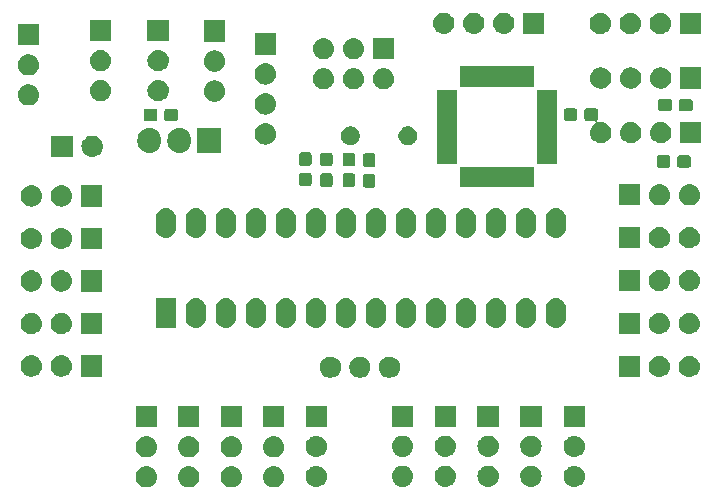
<source format=gbr>
G04 #@! TF.GenerationSoftware,KiCad,Pcbnew,5.0.1*
G04 #@! TF.CreationDate,2018-12-10T22:32:32+01:00*
G04 #@! TF.ProjectId,tamtam_board,74616D74616D5F626F6172642E6B6963,rev?*
G04 #@! TF.SameCoordinates,Original*
G04 #@! TF.FileFunction,Soldermask,Bot*
G04 #@! TF.FilePolarity,Negative*
%FSLAX46Y46*%
G04 Gerber Fmt 4.6, Leading zero omitted, Abs format (unit mm)*
G04 Created by KiCad (PCBNEW 5.0.1) date dilluns, 10 de desembre de 2018, 22:32:32 CET*
%MOMM*%
%LPD*%
G01*
G04 APERTURE LIST*
%ADD10C,0.100000*%
G04 APERTURE END LIST*
D10*
G36*
X73860527Y-67373557D02*
X73946627Y-67382037D01*
X74059853Y-67416384D01*
X74116467Y-67433557D01*
X74160740Y-67457222D01*
X74272991Y-67517222D01*
X74308729Y-67546552D01*
X74410186Y-67629814D01*
X74473537Y-67707009D01*
X74522778Y-67767009D01*
X74522779Y-67767011D01*
X74606443Y-67923533D01*
X74606443Y-67923534D01*
X74657963Y-68093373D01*
X74675359Y-68270000D01*
X74657963Y-68446627D01*
X74624644Y-68556466D01*
X74606443Y-68616467D01*
X74554850Y-68712989D01*
X74522778Y-68772991D01*
X74493448Y-68808729D01*
X74410186Y-68910186D01*
X74321731Y-68982778D01*
X74272991Y-69022778D01*
X74272989Y-69022779D01*
X74116467Y-69106443D01*
X74101444Y-69111000D01*
X73946627Y-69157963D01*
X73880443Y-69164481D01*
X73814260Y-69171000D01*
X73725740Y-69171000D01*
X73659557Y-69164481D01*
X73593373Y-69157963D01*
X73438556Y-69111000D01*
X73423533Y-69106443D01*
X73267011Y-69022779D01*
X73267009Y-69022778D01*
X73218269Y-68982778D01*
X73129814Y-68910186D01*
X73046552Y-68808729D01*
X73017222Y-68772991D01*
X72985150Y-68712989D01*
X72933557Y-68616467D01*
X72915356Y-68556466D01*
X72882037Y-68446627D01*
X72864641Y-68270000D01*
X72882037Y-68093373D01*
X72933557Y-67923534D01*
X72933557Y-67923533D01*
X73017221Y-67767011D01*
X73017222Y-67767009D01*
X73066463Y-67707009D01*
X73129814Y-67629814D01*
X73231271Y-67546552D01*
X73267009Y-67517222D01*
X73379260Y-67457222D01*
X73423533Y-67433557D01*
X73480147Y-67416384D01*
X73593373Y-67382037D01*
X73679473Y-67373557D01*
X73725740Y-67369000D01*
X73814260Y-67369000D01*
X73860527Y-67373557D01*
X73860527Y-67373557D01*
G37*
G36*
X70280527Y-67373557D02*
X70366627Y-67382037D01*
X70479853Y-67416384D01*
X70536467Y-67433557D01*
X70580740Y-67457222D01*
X70692991Y-67517222D01*
X70728729Y-67546552D01*
X70830186Y-67629814D01*
X70893537Y-67707009D01*
X70942778Y-67767009D01*
X70942779Y-67767011D01*
X71026443Y-67923533D01*
X71026443Y-67923534D01*
X71077963Y-68093373D01*
X71095359Y-68270000D01*
X71077963Y-68446627D01*
X71044644Y-68556466D01*
X71026443Y-68616467D01*
X70974850Y-68712989D01*
X70942778Y-68772991D01*
X70913448Y-68808729D01*
X70830186Y-68910186D01*
X70741731Y-68982778D01*
X70692991Y-69022778D01*
X70692989Y-69022779D01*
X70536467Y-69106443D01*
X70521444Y-69111000D01*
X70366627Y-69157963D01*
X70300443Y-69164481D01*
X70234260Y-69171000D01*
X70145740Y-69171000D01*
X70079557Y-69164481D01*
X70013373Y-69157963D01*
X69858556Y-69111000D01*
X69843533Y-69106443D01*
X69687011Y-69022779D01*
X69687009Y-69022778D01*
X69638269Y-68982778D01*
X69549814Y-68910186D01*
X69466552Y-68808729D01*
X69437222Y-68772991D01*
X69405150Y-68712989D01*
X69353557Y-68616467D01*
X69335356Y-68556466D01*
X69302037Y-68446627D01*
X69284641Y-68270000D01*
X69302037Y-68093373D01*
X69353557Y-67923534D01*
X69353557Y-67923533D01*
X69437221Y-67767011D01*
X69437222Y-67767009D01*
X69486463Y-67707009D01*
X69549814Y-67629814D01*
X69651271Y-67546552D01*
X69687009Y-67517222D01*
X69799260Y-67457222D01*
X69843533Y-67433557D01*
X69900147Y-67416384D01*
X70013373Y-67382037D01*
X70099473Y-67373557D01*
X70145740Y-67369000D01*
X70234260Y-67369000D01*
X70280527Y-67373557D01*
X70280527Y-67373557D01*
G37*
G36*
X63080527Y-67373557D02*
X63166627Y-67382037D01*
X63279853Y-67416384D01*
X63336467Y-67433557D01*
X63380740Y-67457222D01*
X63492991Y-67517222D01*
X63528729Y-67546552D01*
X63630186Y-67629814D01*
X63693537Y-67707009D01*
X63742778Y-67767009D01*
X63742779Y-67767011D01*
X63826443Y-67923533D01*
X63826443Y-67923534D01*
X63877963Y-68093373D01*
X63895359Y-68270000D01*
X63877963Y-68446627D01*
X63844644Y-68556466D01*
X63826443Y-68616467D01*
X63774850Y-68712989D01*
X63742778Y-68772991D01*
X63713448Y-68808729D01*
X63630186Y-68910186D01*
X63541731Y-68982778D01*
X63492991Y-69022778D01*
X63492989Y-69022779D01*
X63336467Y-69106443D01*
X63321444Y-69111000D01*
X63166627Y-69157963D01*
X63100443Y-69164481D01*
X63034260Y-69171000D01*
X62945740Y-69171000D01*
X62879557Y-69164481D01*
X62813373Y-69157963D01*
X62658556Y-69111000D01*
X62643533Y-69106443D01*
X62487011Y-69022779D01*
X62487009Y-69022778D01*
X62438269Y-68982778D01*
X62349814Y-68910186D01*
X62266552Y-68808729D01*
X62237222Y-68772991D01*
X62205150Y-68712989D01*
X62153557Y-68616467D01*
X62135356Y-68556466D01*
X62102037Y-68446627D01*
X62084641Y-68270000D01*
X62102037Y-68093373D01*
X62153557Y-67923534D01*
X62153557Y-67923533D01*
X62237221Y-67767011D01*
X62237222Y-67767009D01*
X62286463Y-67707009D01*
X62349814Y-67629814D01*
X62451271Y-67546552D01*
X62487009Y-67517222D01*
X62599260Y-67457222D01*
X62643533Y-67433557D01*
X62700147Y-67416384D01*
X62813373Y-67382037D01*
X62899473Y-67373557D01*
X62945740Y-67369000D01*
X63034260Y-67369000D01*
X63080527Y-67373557D01*
X63080527Y-67373557D01*
G37*
G36*
X66680527Y-67373557D02*
X66766627Y-67382037D01*
X66879853Y-67416384D01*
X66936467Y-67433557D01*
X66980740Y-67457222D01*
X67092991Y-67517222D01*
X67128729Y-67546552D01*
X67230186Y-67629814D01*
X67293537Y-67707009D01*
X67342778Y-67767009D01*
X67342779Y-67767011D01*
X67426443Y-67923533D01*
X67426443Y-67923534D01*
X67477963Y-68093373D01*
X67495359Y-68270000D01*
X67477963Y-68446627D01*
X67444644Y-68556466D01*
X67426443Y-68616467D01*
X67374850Y-68712989D01*
X67342778Y-68772991D01*
X67313448Y-68808729D01*
X67230186Y-68910186D01*
X67141731Y-68982778D01*
X67092991Y-69022778D01*
X67092989Y-69022779D01*
X66936467Y-69106443D01*
X66921444Y-69111000D01*
X66766627Y-69157963D01*
X66700443Y-69164481D01*
X66634260Y-69171000D01*
X66545740Y-69171000D01*
X66479557Y-69164481D01*
X66413373Y-69157963D01*
X66258556Y-69111000D01*
X66243533Y-69106443D01*
X66087011Y-69022779D01*
X66087009Y-69022778D01*
X66038269Y-68982778D01*
X65949814Y-68910186D01*
X65866552Y-68808729D01*
X65837222Y-68772991D01*
X65805150Y-68712989D01*
X65753557Y-68616467D01*
X65735356Y-68556466D01*
X65702037Y-68446627D01*
X65684641Y-68270000D01*
X65702037Y-68093373D01*
X65753557Y-67923534D01*
X65753557Y-67923533D01*
X65837221Y-67767011D01*
X65837222Y-67767009D01*
X65886463Y-67707009D01*
X65949814Y-67629814D01*
X66051271Y-67546552D01*
X66087009Y-67517222D01*
X66199260Y-67457222D01*
X66243533Y-67433557D01*
X66300147Y-67416384D01*
X66413373Y-67382037D01*
X66499473Y-67373557D01*
X66545740Y-67369000D01*
X66634260Y-67369000D01*
X66680527Y-67373557D01*
X66680527Y-67373557D01*
G37*
G36*
X77500442Y-67335518D02*
X77566627Y-67342037D01*
X77655512Y-67369000D01*
X77736467Y-67393557D01*
X77855572Y-67457221D01*
X77892991Y-67477222D01*
X77928729Y-67506552D01*
X78030186Y-67589814D01*
X78113448Y-67691271D01*
X78142778Y-67727009D01*
X78142779Y-67727011D01*
X78226443Y-67883533D01*
X78226443Y-67883534D01*
X78277963Y-68053373D01*
X78295359Y-68230000D01*
X78277963Y-68406627D01*
X78265829Y-68446627D01*
X78226443Y-68576467D01*
X78205062Y-68616467D01*
X78142778Y-68732991D01*
X78113448Y-68768729D01*
X78030186Y-68870186D01*
X77928729Y-68953448D01*
X77892991Y-68982778D01*
X77892989Y-68982779D01*
X77736467Y-69066443D01*
X77679853Y-69083616D01*
X77566627Y-69117963D01*
X77500442Y-69124482D01*
X77434260Y-69131000D01*
X77345740Y-69131000D01*
X77279558Y-69124482D01*
X77213373Y-69117963D01*
X77100147Y-69083616D01*
X77043533Y-69066443D01*
X76887011Y-68982779D01*
X76887009Y-68982778D01*
X76851271Y-68953448D01*
X76749814Y-68870186D01*
X76666552Y-68768729D01*
X76637222Y-68732991D01*
X76574938Y-68616467D01*
X76553557Y-68576467D01*
X76514171Y-68446627D01*
X76502037Y-68406627D01*
X76484641Y-68230000D01*
X76502037Y-68053373D01*
X76553557Y-67883534D01*
X76553557Y-67883533D01*
X76637221Y-67727011D01*
X76637222Y-67727009D01*
X76666552Y-67691271D01*
X76749814Y-67589814D01*
X76851271Y-67506552D01*
X76887009Y-67477222D01*
X76924428Y-67457221D01*
X77043533Y-67393557D01*
X77124488Y-67369000D01*
X77213373Y-67342037D01*
X77279558Y-67335518D01*
X77345740Y-67329000D01*
X77434260Y-67329000D01*
X77500442Y-67335518D01*
X77500442Y-67335518D01*
G37*
G36*
X99330442Y-67335518D02*
X99396627Y-67342037D01*
X99485512Y-67369000D01*
X99566467Y-67393557D01*
X99685572Y-67457221D01*
X99722991Y-67477222D01*
X99758729Y-67506552D01*
X99860186Y-67589814D01*
X99943448Y-67691271D01*
X99972778Y-67727009D01*
X99972779Y-67727011D01*
X100056443Y-67883533D01*
X100056443Y-67883534D01*
X100107963Y-68053373D01*
X100125359Y-68230000D01*
X100107963Y-68406627D01*
X100095829Y-68446627D01*
X100056443Y-68576467D01*
X100035062Y-68616467D01*
X99972778Y-68732991D01*
X99943448Y-68768729D01*
X99860186Y-68870186D01*
X99758729Y-68953448D01*
X99722991Y-68982778D01*
X99722989Y-68982779D01*
X99566467Y-69066443D01*
X99509853Y-69083616D01*
X99396627Y-69117963D01*
X99330442Y-69124482D01*
X99264260Y-69131000D01*
X99175740Y-69131000D01*
X99109558Y-69124482D01*
X99043373Y-69117963D01*
X98930147Y-69083616D01*
X98873533Y-69066443D01*
X98717011Y-68982779D01*
X98717009Y-68982778D01*
X98681271Y-68953448D01*
X98579814Y-68870186D01*
X98496552Y-68768729D01*
X98467222Y-68732991D01*
X98404938Y-68616467D01*
X98383557Y-68576467D01*
X98344171Y-68446627D01*
X98332037Y-68406627D01*
X98314641Y-68230000D01*
X98332037Y-68053373D01*
X98383557Y-67883534D01*
X98383557Y-67883533D01*
X98467221Y-67727011D01*
X98467222Y-67727009D01*
X98496552Y-67691271D01*
X98579814Y-67589814D01*
X98681271Y-67506552D01*
X98717009Y-67477222D01*
X98754428Y-67457221D01*
X98873533Y-67393557D01*
X98954488Y-67369000D01*
X99043373Y-67342037D01*
X99109558Y-67335518D01*
X99175740Y-67329000D01*
X99264260Y-67329000D01*
X99330442Y-67335518D01*
X99330442Y-67335518D01*
G37*
G36*
X92040443Y-67315519D02*
X92106627Y-67322037D01*
X92219853Y-67356384D01*
X92276467Y-67373557D01*
X92388717Y-67433557D01*
X92432991Y-67457222D01*
X92457361Y-67477222D01*
X92570186Y-67569814D01*
X92653448Y-67671271D01*
X92682778Y-67707009D01*
X92682779Y-67707011D01*
X92766443Y-67863533D01*
X92766443Y-67863534D01*
X92817963Y-68033373D01*
X92835359Y-68210000D01*
X92817963Y-68386627D01*
X92811896Y-68406627D01*
X92766443Y-68556467D01*
X92734372Y-68616466D01*
X92682778Y-68712991D01*
X92666366Y-68732989D01*
X92570186Y-68850186D01*
X92468729Y-68933448D01*
X92432991Y-68962778D01*
X92432989Y-68962779D01*
X92276467Y-69046443D01*
X92219853Y-69063616D01*
X92106627Y-69097963D01*
X92040443Y-69104481D01*
X91974260Y-69111000D01*
X91885740Y-69111000D01*
X91819557Y-69104481D01*
X91753373Y-69097963D01*
X91640147Y-69063616D01*
X91583533Y-69046443D01*
X91427011Y-68962779D01*
X91427009Y-68962778D01*
X91391271Y-68933448D01*
X91289814Y-68850186D01*
X91193634Y-68732989D01*
X91177222Y-68712991D01*
X91125628Y-68616466D01*
X91093557Y-68556467D01*
X91048104Y-68406627D01*
X91042037Y-68386627D01*
X91024641Y-68210000D01*
X91042037Y-68033373D01*
X91093557Y-67863534D01*
X91093557Y-67863533D01*
X91177221Y-67707011D01*
X91177222Y-67707009D01*
X91206552Y-67671271D01*
X91289814Y-67569814D01*
X91402639Y-67477222D01*
X91427009Y-67457222D01*
X91471283Y-67433557D01*
X91583533Y-67373557D01*
X91640147Y-67356384D01*
X91753373Y-67322037D01*
X91819557Y-67315519D01*
X91885740Y-67309000D01*
X91974260Y-67309000D01*
X92040443Y-67315519D01*
X92040443Y-67315519D01*
G37*
G36*
X95670443Y-67315519D02*
X95736627Y-67322037D01*
X95849853Y-67356384D01*
X95906467Y-67373557D01*
X96018717Y-67433557D01*
X96062991Y-67457222D01*
X96087361Y-67477222D01*
X96200186Y-67569814D01*
X96283448Y-67671271D01*
X96312778Y-67707009D01*
X96312779Y-67707011D01*
X96396443Y-67863533D01*
X96396443Y-67863534D01*
X96447963Y-68033373D01*
X96465359Y-68210000D01*
X96447963Y-68386627D01*
X96441896Y-68406627D01*
X96396443Y-68556467D01*
X96364372Y-68616466D01*
X96312778Y-68712991D01*
X96296366Y-68732989D01*
X96200186Y-68850186D01*
X96098729Y-68933448D01*
X96062991Y-68962778D01*
X96062989Y-68962779D01*
X95906467Y-69046443D01*
X95849853Y-69063616D01*
X95736627Y-69097963D01*
X95670443Y-69104481D01*
X95604260Y-69111000D01*
X95515740Y-69111000D01*
X95449557Y-69104481D01*
X95383373Y-69097963D01*
X95270147Y-69063616D01*
X95213533Y-69046443D01*
X95057011Y-68962779D01*
X95057009Y-68962778D01*
X95021271Y-68933448D01*
X94919814Y-68850186D01*
X94823634Y-68732989D01*
X94807222Y-68712991D01*
X94755628Y-68616466D01*
X94723557Y-68556467D01*
X94678104Y-68406627D01*
X94672037Y-68386627D01*
X94654641Y-68210000D01*
X94672037Y-68033373D01*
X94723557Y-67863534D01*
X94723557Y-67863533D01*
X94807221Y-67707011D01*
X94807222Y-67707009D01*
X94836552Y-67671271D01*
X94919814Y-67569814D01*
X95032639Y-67477222D01*
X95057009Y-67457222D01*
X95101283Y-67433557D01*
X95213533Y-67373557D01*
X95270147Y-67356384D01*
X95383373Y-67322037D01*
X95449557Y-67315519D01*
X95515740Y-67309000D01*
X95604260Y-67309000D01*
X95670443Y-67315519D01*
X95670443Y-67315519D01*
G37*
G36*
X84790443Y-67315519D02*
X84856627Y-67322037D01*
X84969853Y-67356384D01*
X85026467Y-67373557D01*
X85138717Y-67433557D01*
X85182991Y-67457222D01*
X85207361Y-67477222D01*
X85320186Y-67569814D01*
X85403448Y-67671271D01*
X85432778Y-67707009D01*
X85432779Y-67707011D01*
X85516443Y-67863533D01*
X85516443Y-67863534D01*
X85567963Y-68033373D01*
X85585359Y-68210000D01*
X85567963Y-68386627D01*
X85561896Y-68406627D01*
X85516443Y-68556467D01*
X85484372Y-68616466D01*
X85432778Y-68712991D01*
X85416366Y-68732989D01*
X85320186Y-68850186D01*
X85218729Y-68933448D01*
X85182991Y-68962778D01*
X85182989Y-68962779D01*
X85026467Y-69046443D01*
X84969853Y-69063616D01*
X84856627Y-69097963D01*
X84790443Y-69104481D01*
X84724260Y-69111000D01*
X84635740Y-69111000D01*
X84569557Y-69104481D01*
X84503373Y-69097963D01*
X84390147Y-69063616D01*
X84333533Y-69046443D01*
X84177011Y-68962779D01*
X84177009Y-68962778D01*
X84141271Y-68933448D01*
X84039814Y-68850186D01*
X83943634Y-68732989D01*
X83927222Y-68712991D01*
X83875628Y-68616466D01*
X83843557Y-68556467D01*
X83798104Y-68406627D01*
X83792037Y-68386627D01*
X83774641Y-68210000D01*
X83792037Y-68033373D01*
X83843557Y-67863534D01*
X83843557Y-67863533D01*
X83927221Y-67707011D01*
X83927222Y-67707009D01*
X83956552Y-67671271D01*
X84039814Y-67569814D01*
X84152639Y-67477222D01*
X84177009Y-67457222D01*
X84221283Y-67433557D01*
X84333533Y-67373557D01*
X84390147Y-67356384D01*
X84503373Y-67322037D01*
X84569557Y-67315519D01*
X84635740Y-67309000D01*
X84724260Y-67309000D01*
X84790443Y-67315519D01*
X84790443Y-67315519D01*
G37*
G36*
X88410443Y-67315519D02*
X88476627Y-67322037D01*
X88589853Y-67356384D01*
X88646467Y-67373557D01*
X88758717Y-67433557D01*
X88802991Y-67457222D01*
X88827361Y-67477222D01*
X88940186Y-67569814D01*
X89023448Y-67671271D01*
X89052778Y-67707009D01*
X89052779Y-67707011D01*
X89136443Y-67863533D01*
X89136443Y-67863534D01*
X89187963Y-68033373D01*
X89205359Y-68210000D01*
X89187963Y-68386627D01*
X89181896Y-68406627D01*
X89136443Y-68556467D01*
X89104372Y-68616466D01*
X89052778Y-68712991D01*
X89036366Y-68732989D01*
X88940186Y-68850186D01*
X88838729Y-68933448D01*
X88802991Y-68962778D01*
X88802989Y-68962779D01*
X88646467Y-69046443D01*
X88589853Y-69063616D01*
X88476627Y-69097963D01*
X88410443Y-69104481D01*
X88344260Y-69111000D01*
X88255740Y-69111000D01*
X88189557Y-69104481D01*
X88123373Y-69097963D01*
X88010147Y-69063616D01*
X87953533Y-69046443D01*
X87797011Y-68962779D01*
X87797009Y-68962778D01*
X87761271Y-68933448D01*
X87659814Y-68850186D01*
X87563634Y-68732989D01*
X87547222Y-68712991D01*
X87495628Y-68616466D01*
X87463557Y-68556467D01*
X87418104Y-68406627D01*
X87412037Y-68386627D01*
X87394641Y-68210000D01*
X87412037Y-68033373D01*
X87463557Y-67863534D01*
X87463557Y-67863533D01*
X87547221Y-67707011D01*
X87547222Y-67707009D01*
X87576552Y-67671271D01*
X87659814Y-67569814D01*
X87772639Y-67477222D01*
X87797009Y-67457222D01*
X87841283Y-67433557D01*
X87953533Y-67373557D01*
X88010147Y-67356384D01*
X88123373Y-67322037D01*
X88189557Y-67315519D01*
X88255740Y-67309000D01*
X88344260Y-67309000D01*
X88410443Y-67315519D01*
X88410443Y-67315519D01*
G37*
G36*
X70280527Y-64833557D02*
X70366627Y-64842037D01*
X70479853Y-64876384D01*
X70536467Y-64893557D01*
X70580740Y-64917222D01*
X70692991Y-64977222D01*
X70728729Y-65006552D01*
X70830186Y-65089814D01*
X70893537Y-65167009D01*
X70942778Y-65227009D01*
X70942779Y-65227011D01*
X71026443Y-65383533D01*
X71026443Y-65383534D01*
X71077963Y-65553373D01*
X71095359Y-65730000D01*
X71077963Y-65906627D01*
X71044644Y-66016466D01*
X71026443Y-66076467D01*
X70974850Y-66172989D01*
X70942778Y-66232991D01*
X70913448Y-66268729D01*
X70830186Y-66370186D01*
X70741731Y-66442778D01*
X70692991Y-66482778D01*
X70692989Y-66482779D01*
X70536467Y-66566443D01*
X70521444Y-66571000D01*
X70366627Y-66617963D01*
X70300443Y-66624481D01*
X70234260Y-66631000D01*
X70145740Y-66631000D01*
X70079557Y-66624481D01*
X70013373Y-66617963D01*
X69858556Y-66571000D01*
X69843533Y-66566443D01*
X69687011Y-66482779D01*
X69687009Y-66482778D01*
X69638269Y-66442778D01*
X69549814Y-66370186D01*
X69466552Y-66268729D01*
X69437222Y-66232991D01*
X69405150Y-66172989D01*
X69353557Y-66076467D01*
X69335356Y-66016466D01*
X69302037Y-65906627D01*
X69284641Y-65730000D01*
X69302037Y-65553373D01*
X69353557Y-65383534D01*
X69353557Y-65383533D01*
X69437221Y-65227011D01*
X69437222Y-65227009D01*
X69486463Y-65167009D01*
X69549814Y-65089814D01*
X69651271Y-65006552D01*
X69687009Y-64977222D01*
X69799260Y-64917222D01*
X69843533Y-64893557D01*
X69900147Y-64876384D01*
X70013373Y-64842037D01*
X70099473Y-64833557D01*
X70145740Y-64829000D01*
X70234260Y-64829000D01*
X70280527Y-64833557D01*
X70280527Y-64833557D01*
G37*
G36*
X73860527Y-64833557D02*
X73946627Y-64842037D01*
X74059853Y-64876384D01*
X74116467Y-64893557D01*
X74160740Y-64917222D01*
X74272991Y-64977222D01*
X74308729Y-65006552D01*
X74410186Y-65089814D01*
X74473537Y-65167009D01*
X74522778Y-65227009D01*
X74522779Y-65227011D01*
X74606443Y-65383533D01*
X74606443Y-65383534D01*
X74657963Y-65553373D01*
X74675359Y-65730000D01*
X74657963Y-65906627D01*
X74624644Y-66016466D01*
X74606443Y-66076467D01*
X74554850Y-66172989D01*
X74522778Y-66232991D01*
X74493448Y-66268729D01*
X74410186Y-66370186D01*
X74321731Y-66442778D01*
X74272991Y-66482778D01*
X74272989Y-66482779D01*
X74116467Y-66566443D01*
X74101444Y-66571000D01*
X73946627Y-66617963D01*
X73880443Y-66624481D01*
X73814260Y-66631000D01*
X73725740Y-66631000D01*
X73659557Y-66624481D01*
X73593373Y-66617963D01*
X73438556Y-66571000D01*
X73423533Y-66566443D01*
X73267011Y-66482779D01*
X73267009Y-66482778D01*
X73218269Y-66442778D01*
X73129814Y-66370186D01*
X73046552Y-66268729D01*
X73017222Y-66232991D01*
X72985150Y-66172989D01*
X72933557Y-66076467D01*
X72915356Y-66016466D01*
X72882037Y-65906627D01*
X72864641Y-65730000D01*
X72882037Y-65553373D01*
X72933557Y-65383534D01*
X72933557Y-65383533D01*
X73017221Y-65227011D01*
X73017222Y-65227009D01*
X73066463Y-65167009D01*
X73129814Y-65089814D01*
X73231271Y-65006552D01*
X73267009Y-64977222D01*
X73379260Y-64917222D01*
X73423533Y-64893557D01*
X73480147Y-64876384D01*
X73593373Y-64842037D01*
X73679473Y-64833557D01*
X73725740Y-64829000D01*
X73814260Y-64829000D01*
X73860527Y-64833557D01*
X73860527Y-64833557D01*
G37*
G36*
X63080527Y-64833557D02*
X63166627Y-64842037D01*
X63279853Y-64876384D01*
X63336467Y-64893557D01*
X63380740Y-64917222D01*
X63492991Y-64977222D01*
X63528729Y-65006552D01*
X63630186Y-65089814D01*
X63693537Y-65167009D01*
X63742778Y-65227009D01*
X63742779Y-65227011D01*
X63826443Y-65383533D01*
X63826443Y-65383534D01*
X63877963Y-65553373D01*
X63895359Y-65730000D01*
X63877963Y-65906627D01*
X63844644Y-66016466D01*
X63826443Y-66076467D01*
X63774850Y-66172989D01*
X63742778Y-66232991D01*
X63713448Y-66268729D01*
X63630186Y-66370186D01*
X63541731Y-66442778D01*
X63492991Y-66482778D01*
X63492989Y-66482779D01*
X63336467Y-66566443D01*
X63321444Y-66571000D01*
X63166627Y-66617963D01*
X63100443Y-66624481D01*
X63034260Y-66631000D01*
X62945740Y-66631000D01*
X62879557Y-66624481D01*
X62813373Y-66617963D01*
X62658556Y-66571000D01*
X62643533Y-66566443D01*
X62487011Y-66482779D01*
X62487009Y-66482778D01*
X62438269Y-66442778D01*
X62349814Y-66370186D01*
X62266552Y-66268729D01*
X62237222Y-66232991D01*
X62205150Y-66172989D01*
X62153557Y-66076467D01*
X62135356Y-66016466D01*
X62102037Y-65906627D01*
X62084641Y-65730000D01*
X62102037Y-65553373D01*
X62153557Y-65383534D01*
X62153557Y-65383533D01*
X62237221Y-65227011D01*
X62237222Y-65227009D01*
X62286463Y-65167009D01*
X62349814Y-65089814D01*
X62451271Y-65006552D01*
X62487009Y-64977222D01*
X62599260Y-64917222D01*
X62643533Y-64893557D01*
X62700147Y-64876384D01*
X62813373Y-64842037D01*
X62899473Y-64833557D01*
X62945740Y-64829000D01*
X63034260Y-64829000D01*
X63080527Y-64833557D01*
X63080527Y-64833557D01*
G37*
G36*
X66680527Y-64833557D02*
X66766627Y-64842037D01*
X66879853Y-64876384D01*
X66936467Y-64893557D01*
X66980740Y-64917222D01*
X67092991Y-64977222D01*
X67128729Y-65006552D01*
X67230186Y-65089814D01*
X67293537Y-65167009D01*
X67342778Y-65227009D01*
X67342779Y-65227011D01*
X67426443Y-65383533D01*
X67426443Y-65383534D01*
X67477963Y-65553373D01*
X67495359Y-65730000D01*
X67477963Y-65906627D01*
X67444644Y-66016466D01*
X67426443Y-66076467D01*
X67374850Y-66172989D01*
X67342778Y-66232991D01*
X67313448Y-66268729D01*
X67230186Y-66370186D01*
X67141731Y-66442778D01*
X67092991Y-66482778D01*
X67092989Y-66482779D01*
X66936467Y-66566443D01*
X66921444Y-66571000D01*
X66766627Y-66617963D01*
X66700443Y-66624481D01*
X66634260Y-66631000D01*
X66545740Y-66631000D01*
X66479557Y-66624481D01*
X66413373Y-66617963D01*
X66258556Y-66571000D01*
X66243533Y-66566443D01*
X66087011Y-66482779D01*
X66087009Y-66482778D01*
X66038269Y-66442778D01*
X65949814Y-66370186D01*
X65866552Y-66268729D01*
X65837222Y-66232991D01*
X65805150Y-66172989D01*
X65753557Y-66076467D01*
X65735356Y-66016466D01*
X65702037Y-65906627D01*
X65684641Y-65730000D01*
X65702037Y-65553373D01*
X65753557Y-65383534D01*
X65753557Y-65383533D01*
X65837221Y-65227011D01*
X65837222Y-65227009D01*
X65886463Y-65167009D01*
X65949814Y-65089814D01*
X66051271Y-65006552D01*
X66087009Y-64977222D01*
X66199260Y-64917222D01*
X66243533Y-64893557D01*
X66300147Y-64876384D01*
X66413373Y-64842037D01*
X66499473Y-64833557D01*
X66545740Y-64829000D01*
X66634260Y-64829000D01*
X66680527Y-64833557D01*
X66680527Y-64833557D01*
G37*
G36*
X77500443Y-64795519D02*
X77566627Y-64802037D01*
X77655512Y-64829000D01*
X77736467Y-64853557D01*
X77855572Y-64917221D01*
X77892991Y-64937222D01*
X77928729Y-64966552D01*
X78030186Y-65049814D01*
X78113448Y-65151271D01*
X78142778Y-65187009D01*
X78142779Y-65187011D01*
X78226443Y-65343533D01*
X78226443Y-65343534D01*
X78277963Y-65513373D01*
X78295359Y-65690000D01*
X78277963Y-65866627D01*
X78265829Y-65906627D01*
X78226443Y-66036467D01*
X78205062Y-66076467D01*
X78142778Y-66192991D01*
X78113448Y-66228729D01*
X78030186Y-66330186D01*
X77928729Y-66413448D01*
X77892991Y-66442778D01*
X77892989Y-66442779D01*
X77736467Y-66526443D01*
X77679853Y-66543616D01*
X77566627Y-66577963D01*
X77500443Y-66584481D01*
X77434260Y-66591000D01*
X77345740Y-66591000D01*
X77279557Y-66584481D01*
X77213373Y-66577963D01*
X77100147Y-66543616D01*
X77043533Y-66526443D01*
X76887011Y-66442779D01*
X76887009Y-66442778D01*
X76851271Y-66413448D01*
X76749814Y-66330186D01*
X76666552Y-66228729D01*
X76637222Y-66192991D01*
X76574938Y-66076467D01*
X76553557Y-66036467D01*
X76514171Y-65906627D01*
X76502037Y-65866627D01*
X76484641Y-65690000D01*
X76502037Y-65513373D01*
X76553557Y-65343534D01*
X76553557Y-65343533D01*
X76637221Y-65187011D01*
X76637222Y-65187009D01*
X76666552Y-65151271D01*
X76749814Y-65049814D01*
X76851271Y-64966552D01*
X76887009Y-64937222D01*
X76924428Y-64917221D01*
X77043533Y-64853557D01*
X77124488Y-64829000D01*
X77213373Y-64802037D01*
X77279557Y-64795519D01*
X77345740Y-64789000D01*
X77434260Y-64789000D01*
X77500443Y-64795519D01*
X77500443Y-64795519D01*
G37*
G36*
X99330443Y-64795519D02*
X99396627Y-64802037D01*
X99485512Y-64829000D01*
X99566467Y-64853557D01*
X99685572Y-64917221D01*
X99722991Y-64937222D01*
X99758729Y-64966552D01*
X99860186Y-65049814D01*
X99943448Y-65151271D01*
X99972778Y-65187009D01*
X99972779Y-65187011D01*
X100056443Y-65343533D01*
X100056443Y-65343534D01*
X100107963Y-65513373D01*
X100125359Y-65690000D01*
X100107963Y-65866627D01*
X100095829Y-65906627D01*
X100056443Y-66036467D01*
X100035062Y-66076467D01*
X99972778Y-66192991D01*
X99943448Y-66228729D01*
X99860186Y-66330186D01*
X99758729Y-66413448D01*
X99722991Y-66442778D01*
X99722989Y-66442779D01*
X99566467Y-66526443D01*
X99509853Y-66543616D01*
X99396627Y-66577963D01*
X99330443Y-66584481D01*
X99264260Y-66591000D01*
X99175740Y-66591000D01*
X99109557Y-66584481D01*
X99043373Y-66577963D01*
X98930147Y-66543616D01*
X98873533Y-66526443D01*
X98717011Y-66442779D01*
X98717009Y-66442778D01*
X98681271Y-66413448D01*
X98579814Y-66330186D01*
X98496552Y-66228729D01*
X98467222Y-66192991D01*
X98404938Y-66076467D01*
X98383557Y-66036467D01*
X98344171Y-65906627D01*
X98332037Y-65866627D01*
X98314641Y-65690000D01*
X98332037Y-65513373D01*
X98383557Y-65343534D01*
X98383557Y-65343533D01*
X98467221Y-65187011D01*
X98467222Y-65187009D01*
X98496552Y-65151271D01*
X98579814Y-65049814D01*
X98681271Y-64966552D01*
X98717009Y-64937222D01*
X98754428Y-64917221D01*
X98873533Y-64853557D01*
X98954488Y-64829000D01*
X99043373Y-64802037D01*
X99109557Y-64795519D01*
X99175740Y-64789000D01*
X99264260Y-64789000D01*
X99330443Y-64795519D01*
X99330443Y-64795519D01*
G37*
G36*
X92040442Y-64775518D02*
X92106627Y-64782037D01*
X92219853Y-64816384D01*
X92276467Y-64833557D01*
X92388717Y-64893557D01*
X92432991Y-64917222D01*
X92457361Y-64937222D01*
X92570186Y-65029814D01*
X92653448Y-65131271D01*
X92682778Y-65167009D01*
X92682779Y-65167011D01*
X92766443Y-65323533D01*
X92766443Y-65323534D01*
X92817963Y-65493373D01*
X92835359Y-65670000D01*
X92817963Y-65846627D01*
X92811896Y-65866627D01*
X92766443Y-66016467D01*
X92734372Y-66076466D01*
X92682778Y-66172991D01*
X92666366Y-66192989D01*
X92570186Y-66310186D01*
X92468729Y-66393448D01*
X92432991Y-66422778D01*
X92432989Y-66422779D01*
X92276467Y-66506443D01*
X92219853Y-66523616D01*
X92106627Y-66557963D01*
X92040442Y-66564482D01*
X91974260Y-66571000D01*
X91885740Y-66571000D01*
X91819558Y-66564482D01*
X91753373Y-66557963D01*
X91640147Y-66523616D01*
X91583533Y-66506443D01*
X91427011Y-66422779D01*
X91427009Y-66422778D01*
X91391271Y-66393448D01*
X91289814Y-66310186D01*
X91193634Y-66192989D01*
X91177222Y-66172991D01*
X91125628Y-66076466D01*
X91093557Y-66016467D01*
X91048104Y-65866627D01*
X91042037Y-65846627D01*
X91024641Y-65670000D01*
X91042037Y-65493373D01*
X91093557Y-65323534D01*
X91093557Y-65323533D01*
X91177221Y-65167011D01*
X91177222Y-65167009D01*
X91206552Y-65131271D01*
X91289814Y-65029814D01*
X91402639Y-64937222D01*
X91427009Y-64917222D01*
X91471283Y-64893557D01*
X91583533Y-64833557D01*
X91640147Y-64816384D01*
X91753373Y-64782037D01*
X91819558Y-64775518D01*
X91885740Y-64769000D01*
X91974260Y-64769000D01*
X92040442Y-64775518D01*
X92040442Y-64775518D01*
G37*
G36*
X88410442Y-64775518D02*
X88476627Y-64782037D01*
X88589853Y-64816384D01*
X88646467Y-64833557D01*
X88758717Y-64893557D01*
X88802991Y-64917222D01*
X88827361Y-64937222D01*
X88940186Y-65029814D01*
X89023448Y-65131271D01*
X89052778Y-65167009D01*
X89052779Y-65167011D01*
X89136443Y-65323533D01*
X89136443Y-65323534D01*
X89187963Y-65493373D01*
X89205359Y-65670000D01*
X89187963Y-65846627D01*
X89181896Y-65866627D01*
X89136443Y-66016467D01*
X89104372Y-66076466D01*
X89052778Y-66172991D01*
X89036366Y-66192989D01*
X88940186Y-66310186D01*
X88838729Y-66393448D01*
X88802991Y-66422778D01*
X88802989Y-66422779D01*
X88646467Y-66506443D01*
X88589853Y-66523616D01*
X88476627Y-66557963D01*
X88410442Y-66564482D01*
X88344260Y-66571000D01*
X88255740Y-66571000D01*
X88189558Y-66564482D01*
X88123373Y-66557963D01*
X88010147Y-66523616D01*
X87953533Y-66506443D01*
X87797011Y-66422779D01*
X87797009Y-66422778D01*
X87761271Y-66393448D01*
X87659814Y-66310186D01*
X87563634Y-66192989D01*
X87547222Y-66172991D01*
X87495628Y-66076466D01*
X87463557Y-66016467D01*
X87418104Y-65866627D01*
X87412037Y-65846627D01*
X87394641Y-65670000D01*
X87412037Y-65493373D01*
X87463557Y-65323534D01*
X87463557Y-65323533D01*
X87547221Y-65167011D01*
X87547222Y-65167009D01*
X87576552Y-65131271D01*
X87659814Y-65029814D01*
X87772639Y-64937222D01*
X87797009Y-64917222D01*
X87841283Y-64893557D01*
X87953533Y-64833557D01*
X88010147Y-64816384D01*
X88123373Y-64782037D01*
X88189558Y-64775518D01*
X88255740Y-64769000D01*
X88344260Y-64769000D01*
X88410442Y-64775518D01*
X88410442Y-64775518D01*
G37*
G36*
X95670442Y-64775518D02*
X95736627Y-64782037D01*
X95849853Y-64816384D01*
X95906467Y-64833557D01*
X96018717Y-64893557D01*
X96062991Y-64917222D01*
X96087361Y-64937222D01*
X96200186Y-65029814D01*
X96283448Y-65131271D01*
X96312778Y-65167009D01*
X96312779Y-65167011D01*
X96396443Y-65323533D01*
X96396443Y-65323534D01*
X96447963Y-65493373D01*
X96465359Y-65670000D01*
X96447963Y-65846627D01*
X96441896Y-65866627D01*
X96396443Y-66016467D01*
X96364372Y-66076466D01*
X96312778Y-66172991D01*
X96296366Y-66192989D01*
X96200186Y-66310186D01*
X96098729Y-66393448D01*
X96062991Y-66422778D01*
X96062989Y-66422779D01*
X95906467Y-66506443D01*
X95849853Y-66523616D01*
X95736627Y-66557963D01*
X95670442Y-66564482D01*
X95604260Y-66571000D01*
X95515740Y-66571000D01*
X95449558Y-66564482D01*
X95383373Y-66557963D01*
X95270147Y-66523616D01*
X95213533Y-66506443D01*
X95057011Y-66422779D01*
X95057009Y-66422778D01*
X95021271Y-66393448D01*
X94919814Y-66310186D01*
X94823634Y-66192989D01*
X94807222Y-66172991D01*
X94755628Y-66076466D01*
X94723557Y-66016467D01*
X94678104Y-65866627D01*
X94672037Y-65846627D01*
X94654641Y-65670000D01*
X94672037Y-65493373D01*
X94723557Y-65323534D01*
X94723557Y-65323533D01*
X94807221Y-65167011D01*
X94807222Y-65167009D01*
X94836552Y-65131271D01*
X94919814Y-65029814D01*
X95032639Y-64937222D01*
X95057009Y-64917222D01*
X95101283Y-64893557D01*
X95213533Y-64833557D01*
X95270147Y-64816384D01*
X95383373Y-64782037D01*
X95449558Y-64775518D01*
X95515740Y-64769000D01*
X95604260Y-64769000D01*
X95670442Y-64775518D01*
X95670442Y-64775518D01*
G37*
G36*
X84790442Y-64775518D02*
X84856627Y-64782037D01*
X84969853Y-64816384D01*
X85026467Y-64833557D01*
X85138717Y-64893557D01*
X85182991Y-64917222D01*
X85207361Y-64937222D01*
X85320186Y-65029814D01*
X85403448Y-65131271D01*
X85432778Y-65167009D01*
X85432779Y-65167011D01*
X85516443Y-65323533D01*
X85516443Y-65323534D01*
X85567963Y-65493373D01*
X85585359Y-65670000D01*
X85567963Y-65846627D01*
X85561896Y-65866627D01*
X85516443Y-66016467D01*
X85484372Y-66076466D01*
X85432778Y-66172991D01*
X85416366Y-66192989D01*
X85320186Y-66310186D01*
X85218729Y-66393448D01*
X85182991Y-66422778D01*
X85182989Y-66422779D01*
X85026467Y-66506443D01*
X84969853Y-66523616D01*
X84856627Y-66557963D01*
X84790442Y-66564482D01*
X84724260Y-66571000D01*
X84635740Y-66571000D01*
X84569558Y-66564482D01*
X84503373Y-66557963D01*
X84390147Y-66523616D01*
X84333533Y-66506443D01*
X84177011Y-66422779D01*
X84177009Y-66422778D01*
X84141271Y-66393448D01*
X84039814Y-66310186D01*
X83943634Y-66192989D01*
X83927222Y-66172991D01*
X83875628Y-66076466D01*
X83843557Y-66016467D01*
X83798104Y-65866627D01*
X83792037Y-65846627D01*
X83774641Y-65670000D01*
X83792037Y-65493373D01*
X83843557Y-65323534D01*
X83843557Y-65323533D01*
X83927221Y-65167011D01*
X83927222Y-65167009D01*
X83956552Y-65131271D01*
X84039814Y-65029814D01*
X84152639Y-64937222D01*
X84177009Y-64917222D01*
X84221283Y-64893557D01*
X84333533Y-64833557D01*
X84390147Y-64816384D01*
X84503373Y-64782037D01*
X84569558Y-64775518D01*
X84635740Y-64769000D01*
X84724260Y-64769000D01*
X84790442Y-64775518D01*
X84790442Y-64775518D01*
G37*
G36*
X67491000Y-64091000D02*
X65689000Y-64091000D01*
X65689000Y-62289000D01*
X67491000Y-62289000D01*
X67491000Y-64091000D01*
X67491000Y-64091000D01*
G37*
G36*
X71091000Y-64091000D02*
X69289000Y-64091000D01*
X69289000Y-62289000D01*
X71091000Y-62289000D01*
X71091000Y-64091000D01*
X71091000Y-64091000D01*
G37*
G36*
X63891000Y-64091000D02*
X62089000Y-64091000D01*
X62089000Y-62289000D01*
X63891000Y-62289000D01*
X63891000Y-64091000D01*
X63891000Y-64091000D01*
G37*
G36*
X74671000Y-64091000D02*
X72869000Y-64091000D01*
X72869000Y-62289000D01*
X74671000Y-62289000D01*
X74671000Y-64091000D01*
X74671000Y-64091000D01*
G37*
G36*
X78291000Y-64051000D02*
X76489000Y-64051000D01*
X76489000Y-62249000D01*
X78291000Y-62249000D01*
X78291000Y-64051000D01*
X78291000Y-64051000D01*
G37*
G36*
X100121000Y-64051000D02*
X98319000Y-64051000D01*
X98319000Y-62249000D01*
X100121000Y-62249000D01*
X100121000Y-64051000D01*
X100121000Y-64051000D01*
G37*
G36*
X89201000Y-64031000D02*
X87399000Y-64031000D01*
X87399000Y-62229000D01*
X89201000Y-62229000D01*
X89201000Y-64031000D01*
X89201000Y-64031000D01*
G37*
G36*
X92831000Y-64031000D02*
X91029000Y-64031000D01*
X91029000Y-62229000D01*
X92831000Y-62229000D01*
X92831000Y-64031000D01*
X92831000Y-64031000D01*
G37*
G36*
X85581000Y-64031000D02*
X83779000Y-64031000D01*
X83779000Y-62229000D01*
X85581000Y-62229000D01*
X85581000Y-64031000D01*
X85581000Y-64031000D01*
G37*
G36*
X96461000Y-64031000D02*
X94659000Y-64031000D01*
X94659000Y-62229000D01*
X96461000Y-62229000D01*
X96461000Y-64031000D01*
X96461000Y-64031000D01*
G37*
G36*
X83832812Y-58123624D02*
X83996784Y-58191544D01*
X84144354Y-58290147D01*
X84269853Y-58415646D01*
X84368456Y-58563216D01*
X84436376Y-58727188D01*
X84471000Y-58901259D01*
X84471000Y-59078741D01*
X84436376Y-59252812D01*
X84368456Y-59416784D01*
X84269853Y-59564354D01*
X84144354Y-59689853D01*
X83996784Y-59788456D01*
X83832812Y-59856376D01*
X83658741Y-59891000D01*
X83481259Y-59891000D01*
X83307188Y-59856376D01*
X83143216Y-59788456D01*
X82995646Y-59689853D01*
X82870147Y-59564354D01*
X82771544Y-59416784D01*
X82703624Y-59252812D01*
X82669000Y-59078741D01*
X82669000Y-58901259D01*
X82703624Y-58727188D01*
X82771544Y-58563216D01*
X82870147Y-58415646D01*
X82995646Y-58290147D01*
X83143216Y-58191544D01*
X83307188Y-58123624D01*
X83481259Y-58089000D01*
X83658741Y-58089000D01*
X83832812Y-58123624D01*
X83832812Y-58123624D01*
G37*
G36*
X78832812Y-58123624D02*
X78996784Y-58191544D01*
X79144354Y-58290147D01*
X79269853Y-58415646D01*
X79368456Y-58563216D01*
X79436376Y-58727188D01*
X79471000Y-58901259D01*
X79471000Y-59078741D01*
X79436376Y-59252812D01*
X79368456Y-59416784D01*
X79269853Y-59564354D01*
X79144354Y-59689853D01*
X78996784Y-59788456D01*
X78832812Y-59856376D01*
X78658741Y-59891000D01*
X78481259Y-59891000D01*
X78307188Y-59856376D01*
X78143216Y-59788456D01*
X77995646Y-59689853D01*
X77870147Y-59564354D01*
X77771544Y-59416784D01*
X77703624Y-59252812D01*
X77669000Y-59078741D01*
X77669000Y-58901259D01*
X77703624Y-58727188D01*
X77771544Y-58563216D01*
X77870147Y-58415646D01*
X77995646Y-58290147D01*
X78143216Y-58191544D01*
X78307188Y-58123624D01*
X78481259Y-58089000D01*
X78658741Y-58089000D01*
X78832812Y-58123624D01*
X78832812Y-58123624D01*
G37*
G36*
X81332812Y-58123624D02*
X81496784Y-58191544D01*
X81644354Y-58290147D01*
X81769853Y-58415646D01*
X81868456Y-58563216D01*
X81936376Y-58727188D01*
X81971000Y-58901259D01*
X81971000Y-59078741D01*
X81936376Y-59252812D01*
X81868456Y-59416784D01*
X81769853Y-59564354D01*
X81644354Y-59689853D01*
X81496784Y-59788456D01*
X81332812Y-59856376D01*
X81158741Y-59891000D01*
X80981259Y-59891000D01*
X80807188Y-59856376D01*
X80643216Y-59788456D01*
X80495646Y-59689853D01*
X80370147Y-59564354D01*
X80271544Y-59416784D01*
X80203624Y-59252812D01*
X80169000Y-59078741D01*
X80169000Y-58901259D01*
X80203624Y-58727188D01*
X80271544Y-58563216D01*
X80370147Y-58415646D01*
X80495646Y-58290147D01*
X80643216Y-58191544D01*
X80807188Y-58123624D01*
X80981259Y-58089000D01*
X81158741Y-58089000D01*
X81332812Y-58123624D01*
X81332812Y-58123624D01*
G37*
G36*
X104787000Y-59829000D02*
X102985000Y-59829000D01*
X102985000Y-58027000D01*
X104787000Y-58027000D01*
X104787000Y-59829000D01*
X104787000Y-59829000D01*
G37*
G36*
X106536442Y-58033518D02*
X106602627Y-58040037D01*
X106715853Y-58074384D01*
X106772467Y-58091557D01*
X106832459Y-58123624D01*
X106928991Y-58175222D01*
X106948879Y-58191544D01*
X107066186Y-58287814D01*
X107149448Y-58389271D01*
X107178778Y-58425009D01*
X107178779Y-58425011D01*
X107262443Y-58581533D01*
X107262443Y-58581534D01*
X107313963Y-58751373D01*
X107331359Y-58928000D01*
X107313963Y-59104627D01*
X107279616Y-59217853D01*
X107262443Y-59274467D01*
X107203391Y-59384943D01*
X107178778Y-59430991D01*
X107149448Y-59466729D01*
X107066186Y-59568186D01*
X106985098Y-59634732D01*
X106928991Y-59680778D01*
X106928989Y-59680779D01*
X106772467Y-59764443D01*
X106754421Y-59769917D01*
X106602627Y-59815963D01*
X106536442Y-59822482D01*
X106470260Y-59829000D01*
X106381740Y-59829000D01*
X106315558Y-59822482D01*
X106249373Y-59815963D01*
X106097579Y-59769917D01*
X106079533Y-59764443D01*
X105923011Y-59680779D01*
X105923009Y-59680778D01*
X105866902Y-59634732D01*
X105785814Y-59568186D01*
X105702552Y-59466729D01*
X105673222Y-59430991D01*
X105648609Y-59384943D01*
X105589557Y-59274467D01*
X105572384Y-59217853D01*
X105538037Y-59104627D01*
X105520641Y-58928000D01*
X105538037Y-58751373D01*
X105589557Y-58581534D01*
X105589557Y-58581533D01*
X105673221Y-58425011D01*
X105673222Y-58425009D01*
X105702552Y-58389271D01*
X105785814Y-58287814D01*
X105903121Y-58191544D01*
X105923009Y-58175222D01*
X106019541Y-58123624D01*
X106079533Y-58091557D01*
X106136147Y-58074384D01*
X106249373Y-58040037D01*
X106315558Y-58033518D01*
X106381740Y-58027000D01*
X106470260Y-58027000D01*
X106536442Y-58033518D01*
X106536442Y-58033518D01*
G37*
G36*
X109076442Y-58033518D02*
X109142627Y-58040037D01*
X109255853Y-58074384D01*
X109312467Y-58091557D01*
X109372459Y-58123624D01*
X109468991Y-58175222D01*
X109488879Y-58191544D01*
X109606186Y-58287814D01*
X109689448Y-58389271D01*
X109718778Y-58425009D01*
X109718779Y-58425011D01*
X109802443Y-58581533D01*
X109802443Y-58581534D01*
X109853963Y-58751373D01*
X109871359Y-58928000D01*
X109853963Y-59104627D01*
X109819616Y-59217853D01*
X109802443Y-59274467D01*
X109743391Y-59384943D01*
X109718778Y-59430991D01*
X109689448Y-59466729D01*
X109606186Y-59568186D01*
X109525098Y-59634732D01*
X109468991Y-59680778D01*
X109468989Y-59680779D01*
X109312467Y-59764443D01*
X109294421Y-59769917D01*
X109142627Y-59815963D01*
X109076442Y-59822482D01*
X109010260Y-59829000D01*
X108921740Y-59829000D01*
X108855558Y-59822482D01*
X108789373Y-59815963D01*
X108637579Y-59769917D01*
X108619533Y-59764443D01*
X108463011Y-59680779D01*
X108463009Y-59680778D01*
X108406902Y-59634732D01*
X108325814Y-59568186D01*
X108242552Y-59466729D01*
X108213222Y-59430991D01*
X108188609Y-59384943D01*
X108129557Y-59274467D01*
X108112384Y-59217853D01*
X108078037Y-59104627D01*
X108060641Y-58928000D01*
X108078037Y-58751373D01*
X108129557Y-58581534D01*
X108129557Y-58581533D01*
X108213221Y-58425011D01*
X108213222Y-58425009D01*
X108242552Y-58389271D01*
X108325814Y-58287814D01*
X108443121Y-58191544D01*
X108463009Y-58175222D01*
X108559541Y-58123624D01*
X108619533Y-58091557D01*
X108676147Y-58074384D01*
X108789373Y-58040037D01*
X108855558Y-58033518D01*
X108921740Y-58027000D01*
X109010260Y-58027000D01*
X109076442Y-58033518D01*
X109076442Y-58033518D01*
G37*
G36*
X55898185Y-57987473D02*
X55964369Y-57993991D01*
X56073185Y-58027000D01*
X56134209Y-58045511D01*
X56272829Y-58119606D01*
X56290733Y-58129176D01*
X56326471Y-58158506D01*
X56427928Y-58241768D01*
X56467633Y-58290150D01*
X56540520Y-58378963D01*
X56540521Y-58378965D01*
X56624185Y-58535487D01*
X56624185Y-58535488D01*
X56675705Y-58705327D01*
X56693101Y-58881954D01*
X56675705Y-59058581D01*
X56661737Y-59104627D01*
X56624185Y-59228421D01*
X56550090Y-59367041D01*
X56540520Y-59384945D01*
X56514392Y-59416782D01*
X56427928Y-59522140D01*
X56326471Y-59605402D01*
X56290733Y-59634732D01*
X56290731Y-59634733D01*
X56134209Y-59718397D01*
X56077595Y-59735570D01*
X55964369Y-59769917D01*
X55898185Y-59776435D01*
X55832002Y-59782954D01*
X55743482Y-59782954D01*
X55677299Y-59776435D01*
X55611115Y-59769917D01*
X55497889Y-59735570D01*
X55441275Y-59718397D01*
X55284753Y-59634733D01*
X55284751Y-59634732D01*
X55249013Y-59605402D01*
X55147556Y-59522140D01*
X55061092Y-59416782D01*
X55034964Y-59384945D01*
X55025394Y-59367041D01*
X54951299Y-59228421D01*
X54913747Y-59104627D01*
X54899779Y-59058581D01*
X54882383Y-58881954D01*
X54899779Y-58705327D01*
X54951299Y-58535488D01*
X54951299Y-58535487D01*
X55034963Y-58378965D01*
X55034964Y-58378963D01*
X55107851Y-58290150D01*
X55147556Y-58241768D01*
X55249013Y-58158506D01*
X55284751Y-58129176D01*
X55302655Y-58119606D01*
X55441275Y-58045511D01*
X55502299Y-58027000D01*
X55611115Y-57993991D01*
X55677299Y-57987473D01*
X55743482Y-57980954D01*
X55832002Y-57980954D01*
X55898185Y-57987473D01*
X55898185Y-57987473D01*
G37*
G36*
X53358185Y-57987473D02*
X53424369Y-57993991D01*
X53533185Y-58027000D01*
X53594209Y-58045511D01*
X53732829Y-58119606D01*
X53750733Y-58129176D01*
X53786471Y-58158506D01*
X53887928Y-58241768D01*
X53927633Y-58290150D01*
X54000520Y-58378963D01*
X54000521Y-58378965D01*
X54084185Y-58535487D01*
X54084185Y-58535488D01*
X54135705Y-58705327D01*
X54153101Y-58881954D01*
X54135705Y-59058581D01*
X54121737Y-59104627D01*
X54084185Y-59228421D01*
X54010090Y-59367041D01*
X54000520Y-59384945D01*
X53974392Y-59416782D01*
X53887928Y-59522140D01*
X53786471Y-59605402D01*
X53750733Y-59634732D01*
X53750731Y-59634733D01*
X53594209Y-59718397D01*
X53537595Y-59735570D01*
X53424369Y-59769917D01*
X53358185Y-59776435D01*
X53292002Y-59782954D01*
X53203482Y-59782954D01*
X53137299Y-59776435D01*
X53071115Y-59769917D01*
X52957889Y-59735570D01*
X52901275Y-59718397D01*
X52744753Y-59634733D01*
X52744751Y-59634732D01*
X52709013Y-59605402D01*
X52607556Y-59522140D01*
X52521092Y-59416782D01*
X52494964Y-59384945D01*
X52485394Y-59367041D01*
X52411299Y-59228421D01*
X52373747Y-59104627D01*
X52359779Y-59058581D01*
X52342383Y-58881954D01*
X52359779Y-58705327D01*
X52411299Y-58535488D01*
X52411299Y-58535487D01*
X52494963Y-58378965D01*
X52494964Y-58378963D01*
X52567851Y-58290150D01*
X52607556Y-58241768D01*
X52709013Y-58158506D01*
X52744751Y-58129176D01*
X52762655Y-58119606D01*
X52901275Y-58045511D01*
X52962299Y-58027000D01*
X53071115Y-57993991D01*
X53137299Y-57987473D01*
X53203482Y-57980954D01*
X53292002Y-57980954D01*
X53358185Y-57987473D01*
X53358185Y-57987473D01*
G37*
G36*
X59228742Y-59782954D02*
X57426742Y-59782954D01*
X57426742Y-57980954D01*
X59228742Y-57980954D01*
X59228742Y-59782954D01*
X59228742Y-59782954D01*
G37*
G36*
X53358184Y-54387472D02*
X53424369Y-54393991D01*
X53537595Y-54428338D01*
X53594209Y-54445511D01*
X53732829Y-54519606D01*
X53750733Y-54529176D01*
X53786471Y-54558506D01*
X53887928Y-54641768D01*
X53971190Y-54743225D01*
X54000520Y-54778963D01*
X54000521Y-54778965D01*
X54084185Y-54935487D01*
X54093690Y-54966821D01*
X54135705Y-55105327D01*
X54153101Y-55281954D01*
X54135705Y-55458581D01*
X54119802Y-55511005D01*
X54084185Y-55628421D01*
X54072116Y-55651000D01*
X54000520Y-55784945D01*
X53971190Y-55820683D01*
X53887928Y-55922140D01*
X53786471Y-56005402D01*
X53750733Y-56034732D01*
X53750731Y-56034733D01*
X53594209Y-56118397D01*
X53537595Y-56135570D01*
X53424369Y-56169917D01*
X53358184Y-56176436D01*
X53292002Y-56182954D01*
X53203482Y-56182954D01*
X53137300Y-56176436D01*
X53071115Y-56169917D01*
X52957889Y-56135570D01*
X52901275Y-56118397D01*
X52744753Y-56034733D01*
X52744751Y-56034732D01*
X52709013Y-56005402D01*
X52607556Y-55922140D01*
X52524294Y-55820683D01*
X52494964Y-55784945D01*
X52423368Y-55651000D01*
X52411299Y-55628421D01*
X52375682Y-55511005D01*
X52359779Y-55458581D01*
X52342383Y-55281954D01*
X52359779Y-55105327D01*
X52401794Y-54966821D01*
X52411299Y-54935487D01*
X52494963Y-54778965D01*
X52494964Y-54778963D01*
X52524294Y-54743225D01*
X52607556Y-54641768D01*
X52709013Y-54558506D01*
X52744751Y-54529176D01*
X52762655Y-54519606D01*
X52901275Y-54445511D01*
X52957889Y-54428338D01*
X53071115Y-54393991D01*
X53137300Y-54387472D01*
X53203482Y-54380954D01*
X53292002Y-54380954D01*
X53358184Y-54387472D01*
X53358184Y-54387472D01*
G37*
G36*
X55898184Y-54387472D02*
X55964369Y-54393991D01*
X56077595Y-54428338D01*
X56134209Y-54445511D01*
X56272829Y-54519606D01*
X56290733Y-54529176D01*
X56326471Y-54558506D01*
X56427928Y-54641768D01*
X56511190Y-54743225D01*
X56540520Y-54778963D01*
X56540521Y-54778965D01*
X56624185Y-54935487D01*
X56633690Y-54966821D01*
X56675705Y-55105327D01*
X56693101Y-55281954D01*
X56675705Y-55458581D01*
X56659802Y-55511005D01*
X56624185Y-55628421D01*
X56612116Y-55651000D01*
X56540520Y-55784945D01*
X56511190Y-55820683D01*
X56427928Y-55922140D01*
X56326471Y-56005402D01*
X56290733Y-56034732D01*
X56290731Y-56034733D01*
X56134209Y-56118397D01*
X56077595Y-56135570D01*
X55964369Y-56169917D01*
X55898184Y-56176436D01*
X55832002Y-56182954D01*
X55743482Y-56182954D01*
X55677300Y-56176436D01*
X55611115Y-56169917D01*
X55497889Y-56135570D01*
X55441275Y-56118397D01*
X55284753Y-56034733D01*
X55284751Y-56034732D01*
X55249013Y-56005402D01*
X55147556Y-55922140D01*
X55064294Y-55820683D01*
X55034964Y-55784945D01*
X54963368Y-55651000D01*
X54951299Y-55628421D01*
X54915682Y-55511005D01*
X54899779Y-55458581D01*
X54882383Y-55281954D01*
X54899779Y-55105327D01*
X54941794Y-54966821D01*
X54951299Y-54935487D01*
X55034963Y-54778965D01*
X55034964Y-54778963D01*
X55064294Y-54743225D01*
X55147556Y-54641768D01*
X55249013Y-54558506D01*
X55284751Y-54529176D01*
X55302655Y-54519606D01*
X55441275Y-54445511D01*
X55497889Y-54428338D01*
X55611115Y-54393991D01*
X55677300Y-54387472D01*
X55743482Y-54380954D01*
X55832002Y-54380954D01*
X55898184Y-54387472D01*
X55898184Y-54387472D01*
G37*
G36*
X59228742Y-56182954D02*
X57426742Y-56182954D01*
X57426742Y-54380954D01*
X59228742Y-54380954D01*
X59228742Y-56182954D01*
X59228742Y-56182954D01*
G37*
G36*
X104787000Y-56181000D02*
X102985000Y-56181000D01*
X102985000Y-54379000D01*
X104787000Y-54379000D01*
X104787000Y-56181000D01*
X104787000Y-56181000D01*
G37*
G36*
X106536442Y-54385518D02*
X106602627Y-54392037D01*
X106715853Y-54426384D01*
X106772467Y-54443557D01*
X106911087Y-54517652D01*
X106928991Y-54527222D01*
X106964729Y-54556552D01*
X107066186Y-54639814D01*
X107149448Y-54741271D01*
X107178778Y-54777009D01*
X107188348Y-54794913D01*
X107262443Y-54933533D01*
X107272542Y-54966825D01*
X107313963Y-55103373D01*
X107331359Y-55280000D01*
X107313963Y-55456627D01*
X107279616Y-55569853D01*
X107262443Y-55626467D01*
X107247129Y-55655117D01*
X107178778Y-55782991D01*
X107177174Y-55784945D01*
X107066186Y-55920186D01*
X106964729Y-56003448D01*
X106928991Y-56032778D01*
X106928989Y-56032779D01*
X106772467Y-56116443D01*
X106766025Y-56118397D01*
X106602627Y-56167963D01*
X106536443Y-56174481D01*
X106470260Y-56181000D01*
X106381740Y-56181000D01*
X106315557Y-56174481D01*
X106249373Y-56167963D01*
X106085975Y-56118397D01*
X106079533Y-56116443D01*
X105923011Y-56032779D01*
X105923009Y-56032778D01*
X105887271Y-56003448D01*
X105785814Y-55920186D01*
X105674826Y-55784945D01*
X105673222Y-55782991D01*
X105604871Y-55655117D01*
X105589557Y-55626467D01*
X105572384Y-55569853D01*
X105538037Y-55456627D01*
X105520641Y-55280000D01*
X105538037Y-55103373D01*
X105579458Y-54966825D01*
X105589557Y-54933533D01*
X105663652Y-54794913D01*
X105673222Y-54777009D01*
X105702552Y-54741271D01*
X105785814Y-54639814D01*
X105887271Y-54556552D01*
X105923009Y-54527222D01*
X105940913Y-54517652D01*
X106079533Y-54443557D01*
X106136147Y-54426384D01*
X106249373Y-54392037D01*
X106315558Y-54385518D01*
X106381740Y-54379000D01*
X106470260Y-54379000D01*
X106536442Y-54385518D01*
X106536442Y-54385518D01*
G37*
G36*
X109076442Y-54385518D02*
X109142627Y-54392037D01*
X109255853Y-54426384D01*
X109312467Y-54443557D01*
X109451087Y-54517652D01*
X109468991Y-54527222D01*
X109504729Y-54556552D01*
X109606186Y-54639814D01*
X109689448Y-54741271D01*
X109718778Y-54777009D01*
X109728348Y-54794913D01*
X109802443Y-54933533D01*
X109812542Y-54966825D01*
X109853963Y-55103373D01*
X109871359Y-55280000D01*
X109853963Y-55456627D01*
X109819616Y-55569853D01*
X109802443Y-55626467D01*
X109787129Y-55655117D01*
X109718778Y-55782991D01*
X109717174Y-55784945D01*
X109606186Y-55920186D01*
X109504729Y-56003448D01*
X109468991Y-56032778D01*
X109468989Y-56032779D01*
X109312467Y-56116443D01*
X109306025Y-56118397D01*
X109142627Y-56167963D01*
X109076443Y-56174481D01*
X109010260Y-56181000D01*
X108921740Y-56181000D01*
X108855557Y-56174481D01*
X108789373Y-56167963D01*
X108625975Y-56118397D01*
X108619533Y-56116443D01*
X108463011Y-56032779D01*
X108463009Y-56032778D01*
X108427271Y-56003448D01*
X108325814Y-55920186D01*
X108214826Y-55784945D01*
X108213222Y-55782991D01*
X108144871Y-55655117D01*
X108129557Y-55626467D01*
X108112384Y-55569853D01*
X108078037Y-55456627D01*
X108060641Y-55280000D01*
X108078037Y-55103373D01*
X108119458Y-54966825D01*
X108129557Y-54933533D01*
X108203652Y-54794913D01*
X108213222Y-54777009D01*
X108242552Y-54741271D01*
X108325814Y-54639814D01*
X108427271Y-54556552D01*
X108463009Y-54527222D01*
X108480913Y-54517652D01*
X108619533Y-54443557D01*
X108676147Y-54426384D01*
X108789373Y-54392037D01*
X108855558Y-54385518D01*
X108921740Y-54379000D01*
X109010260Y-54379000D01*
X109076442Y-54385518D01*
X109076442Y-54385518D01*
G37*
G36*
X87656820Y-53161313D02*
X87656823Y-53161314D01*
X87656824Y-53161314D01*
X87817238Y-53209975D01*
X87817240Y-53209976D01*
X87817243Y-53209977D01*
X87965078Y-53288995D01*
X88094659Y-53395341D01*
X88201005Y-53524922D01*
X88280023Y-53672756D01*
X88328687Y-53833179D01*
X88341000Y-53958196D01*
X88341000Y-54841803D01*
X88328687Y-54966820D01*
X88328686Y-54966822D01*
X88328686Y-54966825D01*
X88286671Y-55105329D01*
X88280023Y-55127244D01*
X88201005Y-55275078D01*
X88094659Y-55404659D01*
X87965078Y-55511005D01*
X87817244Y-55590023D01*
X87817241Y-55590024D01*
X87817239Y-55590025D01*
X87656825Y-55638686D01*
X87656824Y-55638686D01*
X87656821Y-55638687D01*
X87490000Y-55655117D01*
X87323180Y-55638687D01*
X87323177Y-55638686D01*
X87323176Y-55638686D01*
X87162762Y-55590025D01*
X87162760Y-55590024D01*
X87162757Y-55590023D01*
X87014923Y-55511005D01*
X86885342Y-55404659D01*
X86778996Y-55275078D01*
X86699978Y-55127244D01*
X86693330Y-55105327D01*
X86651315Y-54966825D01*
X86651315Y-54966824D01*
X86651314Y-54966821D01*
X86639000Y-54841803D01*
X86639000Y-53958197D01*
X86651313Y-53833180D01*
X86651314Y-53833176D01*
X86699975Y-53672762D01*
X86699976Y-53672760D01*
X86699977Y-53672757D01*
X86778995Y-53524922D01*
X86885341Y-53395341D01*
X87014922Y-53288995D01*
X87162756Y-53209977D01*
X87162759Y-53209976D01*
X87162761Y-53209975D01*
X87323175Y-53161314D01*
X87323176Y-53161314D01*
X87323179Y-53161313D01*
X87490000Y-53144883D01*
X87656820Y-53161313D01*
X87656820Y-53161313D01*
G37*
G36*
X72416820Y-53161313D02*
X72416823Y-53161314D01*
X72416824Y-53161314D01*
X72577238Y-53209975D01*
X72577240Y-53209976D01*
X72577243Y-53209977D01*
X72725078Y-53288995D01*
X72854659Y-53395341D01*
X72961005Y-53524922D01*
X73040023Y-53672756D01*
X73088687Y-53833179D01*
X73101000Y-53958196D01*
X73101000Y-54841803D01*
X73088687Y-54966820D01*
X73088686Y-54966822D01*
X73088686Y-54966825D01*
X73046671Y-55105329D01*
X73040023Y-55127244D01*
X72961005Y-55275078D01*
X72854659Y-55404659D01*
X72725078Y-55511005D01*
X72577244Y-55590023D01*
X72577241Y-55590024D01*
X72577239Y-55590025D01*
X72416825Y-55638686D01*
X72416824Y-55638686D01*
X72416821Y-55638687D01*
X72250000Y-55655117D01*
X72083180Y-55638687D01*
X72083177Y-55638686D01*
X72083176Y-55638686D01*
X71922762Y-55590025D01*
X71922760Y-55590024D01*
X71922757Y-55590023D01*
X71774923Y-55511005D01*
X71645342Y-55404659D01*
X71538996Y-55275078D01*
X71459978Y-55127244D01*
X71453330Y-55105327D01*
X71411315Y-54966825D01*
X71411315Y-54966824D01*
X71411314Y-54966821D01*
X71399000Y-54841803D01*
X71399000Y-53958197D01*
X71411313Y-53833180D01*
X71411314Y-53833176D01*
X71459975Y-53672762D01*
X71459976Y-53672760D01*
X71459977Y-53672757D01*
X71538995Y-53524922D01*
X71645341Y-53395341D01*
X71774922Y-53288995D01*
X71922756Y-53209977D01*
X71922759Y-53209976D01*
X71922761Y-53209975D01*
X72083175Y-53161314D01*
X72083176Y-53161314D01*
X72083179Y-53161313D01*
X72250000Y-53144883D01*
X72416820Y-53161313D01*
X72416820Y-53161313D01*
G37*
G36*
X80036820Y-53161313D02*
X80036823Y-53161314D01*
X80036824Y-53161314D01*
X80197238Y-53209975D01*
X80197240Y-53209976D01*
X80197243Y-53209977D01*
X80345078Y-53288995D01*
X80474659Y-53395341D01*
X80581005Y-53524922D01*
X80660023Y-53672756D01*
X80708687Y-53833179D01*
X80721000Y-53958196D01*
X80721000Y-54841803D01*
X80708687Y-54966820D01*
X80708686Y-54966822D01*
X80708686Y-54966825D01*
X80666671Y-55105329D01*
X80660023Y-55127244D01*
X80581005Y-55275078D01*
X80474659Y-55404659D01*
X80345078Y-55511005D01*
X80197244Y-55590023D01*
X80197241Y-55590024D01*
X80197239Y-55590025D01*
X80036825Y-55638686D01*
X80036824Y-55638686D01*
X80036821Y-55638687D01*
X79870000Y-55655117D01*
X79703180Y-55638687D01*
X79703177Y-55638686D01*
X79703176Y-55638686D01*
X79542762Y-55590025D01*
X79542760Y-55590024D01*
X79542757Y-55590023D01*
X79394923Y-55511005D01*
X79265342Y-55404659D01*
X79158996Y-55275078D01*
X79079978Y-55127244D01*
X79073330Y-55105327D01*
X79031315Y-54966825D01*
X79031315Y-54966824D01*
X79031314Y-54966821D01*
X79019000Y-54841803D01*
X79019000Y-53958197D01*
X79031313Y-53833180D01*
X79031314Y-53833176D01*
X79079975Y-53672762D01*
X79079976Y-53672760D01*
X79079977Y-53672757D01*
X79158995Y-53524922D01*
X79265341Y-53395341D01*
X79394922Y-53288995D01*
X79542756Y-53209977D01*
X79542759Y-53209976D01*
X79542761Y-53209975D01*
X79703175Y-53161314D01*
X79703176Y-53161314D01*
X79703179Y-53161313D01*
X79870000Y-53144883D01*
X80036820Y-53161313D01*
X80036820Y-53161313D01*
G37*
G36*
X69876820Y-53161313D02*
X69876823Y-53161314D01*
X69876824Y-53161314D01*
X70037238Y-53209975D01*
X70037240Y-53209976D01*
X70037243Y-53209977D01*
X70185078Y-53288995D01*
X70314659Y-53395341D01*
X70421005Y-53524922D01*
X70500023Y-53672756D01*
X70548687Y-53833179D01*
X70561000Y-53958196D01*
X70561000Y-54841803D01*
X70548687Y-54966820D01*
X70548686Y-54966822D01*
X70548686Y-54966825D01*
X70506671Y-55105329D01*
X70500023Y-55127244D01*
X70421005Y-55275078D01*
X70314659Y-55404659D01*
X70185078Y-55511005D01*
X70037244Y-55590023D01*
X70037241Y-55590024D01*
X70037239Y-55590025D01*
X69876825Y-55638686D01*
X69876824Y-55638686D01*
X69876821Y-55638687D01*
X69710000Y-55655117D01*
X69543180Y-55638687D01*
X69543177Y-55638686D01*
X69543176Y-55638686D01*
X69382762Y-55590025D01*
X69382760Y-55590024D01*
X69382757Y-55590023D01*
X69234923Y-55511005D01*
X69105342Y-55404659D01*
X68998996Y-55275078D01*
X68919978Y-55127244D01*
X68913330Y-55105327D01*
X68871315Y-54966825D01*
X68871315Y-54966824D01*
X68871314Y-54966821D01*
X68859000Y-54841803D01*
X68859000Y-53958197D01*
X68871313Y-53833180D01*
X68871314Y-53833176D01*
X68919975Y-53672762D01*
X68919976Y-53672760D01*
X68919977Y-53672757D01*
X68998995Y-53524922D01*
X69105341Y-53395341D01*
X69234922Y-53288995D01*
X69382756Y-53209977D01*
X69382759Y-53209976D01*
X69382761Y-53209975D01*
X69543175Y-53161314D01*
X69543176Y-53161314D01*
X69543179Y-53161313D01*
X69710000Y-53144883D01*
X69876820Y-53161313D01*
X69876820Y-53161313D01*
G37*
G36*
X82576820Y-53161313D02*
X82576823Y-53161314D01*
X82576824Y-53161314D01*
X82737238Y-53209975D01*
X82737240Y-53209976D01*
X82737243Y-53209977D01*
X82885078Y-53288995D01*
X83014659Y-53395341D01*
X83121005Y-53524922D01*
X83200023Y-53672756D01*
X83248687Y-53833179D01*
X83261000Y-53958196D01*
X83261000Y-54841803D01*
X83248687Y-54966820D01*
X83248686Y-54966822D01*
X83248686Y-54966825D01*
X83206671Y-55105329D01*
X83200023Y-55127244D01*
X83121005Y-55275078D01*
X83014659Y-55404659D01*
X82885078Y-55511005D01*
X82737244Y-55590023D01*
X82737241Y-55590024D01*
X82737239Y-55590025D01*
X82576825Y-55638686D01*
X82576824Y-55638686D01*
X82576821Y-55638687D01*
X82410000Y-55655117D01*
X82243180Y-55638687D01*
X82243177Y-55638686D01*
X82243176Y-55638686D01*
X82082762Y-55590025D01*
X82082760Y-55590024D01*
X82082757Y-55590023D01*
X81934923Y-55511005D01*
X81805342Y-55404659D01*
X81698996Y-55275078D01*
X81619978Y-55127244D01*
X81613330Y-55105327D01*
X81571315Y-54966825D01*
X81571315Y-54966824D01*
X81571314Y-54966821D01*
X81559000Y-54841803D01*
X81559000Y-53958197D01*
X81571313Y-53833180D01*
X81571314Y-53833176D01*
X81619975Y-53672762D01*
X81619976Y-53672760D01*
X81619977Y-53672757D01*
X81698995Y-53524922D01*
X81805341Y-53395341D01*
X81934922Y-53288995D01*
X82082756Y-53209977D01*
X82082759Y-53209976D01*
X82082761Y-53209975D01*
X82243175Y-53161314D01*
X82243176Y-53161314D01*
X82243179Y-53161313D01*
X82410000Y-53144883D01*
X82576820Y-53161313D01*
X82576820Y-53161313D01*
G37*
G36*
X67336820Y-53161313D02*
X67336823Y-53161314D01*
X67336824Y-53161314D01*
X67497238Y-53209975D01*
X67497240Y-53209976D01*
X67497243Y-53209977D01*
X67645078Y-53288995D01*
X67774659Y-53395341D01*
X67881005Y-53524922D01*
X67960023Y-53672756D01*
X68008687Y-53833179D01*
X68021000Y-53958196D01*
X68021000Y-54841803D01*
X68008687Y-54966820D01*
X68008686Y-54966822D01*
X68008686Y-54966825D01*
X67966671Y-55105329D01*
X67960023Y-55127244D01*
X67881005Y-55275078D01*
X67774659Y-55404659D01*
X67645078Y-55511005D01*
X67497244Y-55590023D01*
X67497241Y-55590024D01*
X67497239Y-55590025D01*
X67336825Y-55638686D01*
X67336824Y-55638686D01*
X67336821Y-55638687D01*
X67170000Y-55655117D01*
X67003180Y-55638687D01*
X67003177Y-55638686D01*
X67003176Y-55638686D01*
X66842762Y-55590025D01*
X66842760Y-55590024D01*
X66842757Y-55590023D01*
X66694923Y-55511005D01*
X66565342Y-55404659D01*
X66458996Y-55275078D01*
X66379978Y-55127244D01*
X66373330Y-55105327D01*
X66331315Y-54966825D01*
X66331315Y-54966824D01*
X66331314Y-54966821D01*
X66319000Y-54841803D01*
X66319000Y-53958197D01*
X66331313Y-53833180D01*
X66331314Y-53833176D01*
X66379975Y-53672762D01*
X66379976Y-53672760D01*
X66379977Y-53672757D01*
X66458995Y-53524922D01*
X66565341Y-53395341D01*
X66694922Y-53288995D01*
X66842756Y-53209977D01*
X66842759Y-53209976D01*
X66842761Y-53209975D01*
X67003175Y-53161314D01*
X67003176Y-53161314D01*
X67003179Y-53161313D01*
X67170000Y-53144883D01*
X67336820Y-53161313D01*
X67336820Y-53161313D01*
G37*
G36*
X85116820Y-53161313D02*
X85116823Y-53161314D01*
X85116824Y-53161314D01*
X85277238Y-53209975D01*
X85277240Y-53209976D01*
X85277243Y-53209977D01*
X85425078Y-53288995D01*
X85554659Y-53395341D01*
X85661005Y-53524922D01*
X85740023Y-53672756D01*
X85788687Y-53833179D01*
X85801000Y-53958196D01*
X85801000Y-54841803D01*
X85788687Y-54966820D01*
X85788686Y-54966822D01*
X85788686Y-54966825D01*
X85746671Y-55105329D01*
X85740023Y-55127244D01*
X85661005Y-55275078D01*
X85554659Y-55404659D01*
X85425078Y-55511005D01*
X85277244Y-55590023D01*
X85277241Y-55590024D01*
X85277239Y-55590025D01*
X85116825Y-55638686D01*
X85116824Y-55638686D01*
X85116821Y-55638687D01*
X84950000Y-55655117D01*
X84783180Y-55638687D01*
X84783177Y-55638686D01*
X84783176Y-55638686D01*
X84622762Y-55590025D01*
X84622760Y-55590024D01*
X84622757Y-55590023D01*
X84474923Y-55511005D01*
X84345342Y-55404659D01*
X84238996Y-55275078D01*
X84159978Y-55127244D01*
X84153330Y-55105327D01*
X84111315Y-54966825D01*
X84111315Y-54966824D01*
X84111314Y-54966821D01*
X84099000Y-54841803D01*
X84099000Y-53958197D01*
X84111313Y-53833180D01*
X84111314Y-53833176D01*
X84159975Y-53672762D01*
X84159976Y-53672760D01*
X84159977Y-53672757D01*
X84238995Y-53524922D01*
X84345341Y-53395341D01*
X84474922Y-53288995D01*
X84622756Y-53209977D01*
X84622759Y-53209976D01*
X84622761Y-53209975D01*
X84783175Y-53161314D01*
X84783176Y-53161314D01*
X84783179Y-53161313D01*
X84950000Y-53144883D01*
X85116820Y-53161313D01*
X85116820Y-53161313D01*
G37*
G36*
X74956820Y-53161313D02*
X74956823Y-53161314D01*
X74956824Y-53161314D01*
X75117238Y-53209975D01*
X75117240Y-53209976D01*
X75117243Y-53209977D01*
X75265078Y-53288995D01*
X75394659Y-53395341D01*
X75501005Y-53524922D01*
X75580023Y-53672756D01*
X75628687Y-53833179D01*
X75641000Y-53958196D01*
X75641000Y-54841803D01*
X75628687Y-54966820D01*
X75628686Y-54966822D01*
X75628686Y-54966825D01*
X75586671Y-55105329D01*
X75580023Y-55127244D01*
X75501005Y-55275078D01*
X75394659Y-55404659D01*
X75265078Y-55511005D01*
X75117244Y-55590023D01*
X75117241Y-55590024D01*
X75117239Y-55590025D01*
X74956825Y-55638686D01*
X74956824Y-55638686D01*
X74956821Y-55638687D01*
X74790000Y-55655117D01*
X74623180Y-55638687D01*
X74623177Y-55638686D01*
X74623176Y-55638686D01*
X74462762Y-55590025D01*
X74462760Y-55590024D01*
X74462757Y-55590023D01*
X74314923Y-55511005D01*
X74185342Y-55404659D01*
X74078996Y-55275078D01*
X73999978Y-55127244D01*
X73993330Y-55105327D01*
X73951315Y-54966825D01*
X73951315Y-54966824D01*
X73951314Y-54966821D01*
X73939000Y-54841803D01*
X73939000Y-53958197D01*
X73951313Y-53833180D01*
X73951314Y-53833176D01*
X73999975Y-53672762D01*
X73999976Y-53672760D01*
X73999977Y-53672757D01*
X74078995Y-53524922D01*
X74185341Y-53395341D01*
X74314922Y-53288995D01*
X74462756Y-53209977D01*
X74462759Y-53209976D01*
X74462761Y-53209975D01*
X74623175Y-53161314D01*
X74623176Y-53161314D01*
X74623179Y-53161313D01*
X74790000Y-53144883D01*
X74956820Y-53161313D01*
X74956820Y-53161313D01*
G37*
G36*
X90196820Y-53161313D02*
X90196823Y-53161314D01*
X90196824Y-53161314D01*
X90357238Y-53209975D01*
X90357240Y-53209976D01*
X90357243Y-53209977D01*
X90505078Y-53288995D01*
X90634659Y-53395341D01*
X90741005Y-53524922D01*
X90820023Y-53672756D01*
X90868687Y-53833179D01*
X90881000Y-53958196D01*
X90881000Y-54841803D01*
X90868687Y-54966820D01*
X90868686Y-54966822D01*
X90868686Y-54966825D01*
X90826671Y-55105329D01*
X90820023Y-55127244D01*
X90741005Y-55275078D01*
X90634659Y-55404659D01*
X90505078Y-55511005D01*
X90357244Y-55590023D01*
X90357241Y-55590024D01*
X90357239Y-55590025D01*
X90196825Y-55638686D01*
X90196824Y-55638686D01*
X90196821Y-55638687D01*
X90030000Y-55655117D01*
X89863180Y-55638687D01*
X89863177Y-55638686D01*
X89863176Y-55638686D01*
X89702762Y-55590025D01*
X89702760Y-55590024D01*
X89702757Y-55590023D01*
X89554923Y-55511005D01*
X89425342Y-55404659D01*
X89318996Y-55275078D01*
X89239978Y-55127244D01*
X89233330Y-55105327D01*
X89191315Y-54966825D01*
X89191315Y-54966824D01*
X89191314Y-54966821D01*
X89179000Y-54841803D01*
X89179000Y-53958197D01*
X89191313Y-53833180D01*
X89191314Y-53833176D01*
X89239975Y-53672762D01*
X89239976Y-53672760D01*
X89239977Y-53672757D01*
X89318995Y-53524922D01*
X89425341Y-53395341D01*
X89554922Y-53288995D01*
X89702756Y-53209977D01*
X89702759Y-53209976D01*
X89702761Y-53209975D01*
X89863175Y-53161314D01*
X89863176Y-53161314D01*
X89863179Y-53161313D01*
X90030000Y-53144883D01*
X90196820Y-53161313D01*
X90196820Y-53161313D01*
G37*
G36*
X92736820Y-53161313D02*
X92736823Y-53161314D01*
X92736824Y-53161314D01*
X92897238Y-53209975D01*
X92897240Y-53209976D01*
X92897243Y-53209977D01*
X93045078Y-53288995D01*
X93174659Y-53395341D01*
X93281005Y-53524922D01*
X93360023Y-53672756D01*
X93408687Y-53833179D01*
X93421000Y-53958196D01*
X93421000Y-54841803D01*
X93408687Y-54966820D01*
X93408686Y-54966822D01*
X93408686Y-54966825D01*
X93366671Y-55105329D01*
X93360023Y-55127244D01*
X93281005Y-55275078D01*
X93174659Y-55404659D01*
X93045078Y-55511005D01*
X92897244Y-55590023D01*
X92897241Y-55590024D01*
X92897239Y-55590025D01*
X92736825Y-55638686D01*
X92736824Y-55638686D01*
X92736821Y-55638687D01*
X92570000Y-55655117D01*
X92403180Y-55638687D01*
X92403177Y-55638686D01*
X92403176Y-55638686D01*
X92242762Y-55590025D01*
X92242760Y-55590024D01*
X92242757Y-55590023D01*
X92094923Y-55511005D01*
X91965342Y-55404659D01*
X91858996Y-55275078D01*
X91779978Y-55127244D01*
X91773330Y-55105327D01*
X91731315Y-54966825D01*
X91731315Y-54966824D01*
X91731314Y-54966821D01*
X91719000Y-54841803D01*
X91719000Y-53958197D01*
X91731313Y-53833180D01*
X91731314Y-53833176D01*
X91779975Y-53672762D01*
X91779976Y-53672760D01*
X91779977Y-53672757D01*
X91858995Y-53524922D01*
X91965341Y-53395341D01*
X92094922Y-53288995D01*
X92242756Y-53209977D01*
X92242759Y-53209976D01*
X92242761Y-53209975D01*
X92403175Y-53161314D01*
X92403176Y-53161314D01*
X92403179Y-53161313D01*
X92570000Y-53144883D01*
X92736820Y-53161313D01*
X92736820Y-53161313D01*
G37*
G36*
X97816820Y-53161313D02*
X97816823Y-53161314D01*
X97816824Y-53161314D01*
X97977238Y-53209975D01*
X97977240Y-53209976D01*
X97977243Y-53209977D01*
X98125078Y-53288995D01*
X98254659Y-53395341D01*
X98361005Y-53524922D01*
X98440023Y-53672756D01*
X98488687Y-53833179D01*
X98501000Y-53958196D01*
X98501000Y-54841803D01*
X98488687Y-54966820D01*
X98488686Y-54966822D01*
X98488686Y-54966825D01*
X98446671Y-55105329D01*
X98440023Y-55127244D01*
X98361005Y-55275078D01*
X98254659Y-55404659D01*
X98125078Y-55511005D01*
X97977244Y-55590023D01*
X97977241Y-55590024D01*
X97977239Y-55590025D01*
X97816825Y-55638686D01*
X97816824Y-55638686D01*
X97816821Y-55638687D01*
X97650000Y-55655117D01*
X97483180Y-55638687D01*
X97483177Y-55638686D01*
X97483176Y-55638686D01*
X97322762Y-55590025D01*
X97322760Y-55590024D01*
X97322757Y-55590023D01*
X97174923Y-55511005D01*
X97045342Y-55404659D01*
X96938996Y-55275078D01*
X96859978Y-55127244D01*
X96853330Y-55105327D01*
X96811315Y-54966825D01*
X96811315Y-54966824D01*
X96811314Y-54966821D01*
X96799000Y-54841803D01*
X96799000Y-53958197D01*
X96811313Y-53833180D01*
X96811314Y-53833176D01*
X96859975Y-53672762D01*
X96859976Y-53672760D01*
X96859977Y-53672757D01*
X96938995Y-53524922D01*
X97045341Y-53395341D01*
X97174922Y-53288995D01*
X97322756Y-53209977D01*
X97322759Y-53209976D01*
X97322761Y-53209975D01*
X97483175Y-53161314D01*
X97483176Y-53161314D01*
X97483179Y-53161313D01*
X97650000Y-53144883D01*
X97816820Y-53161313D01*
X97816820Y-53161313D01*
G37*
G36*
X77496820Y-53161313D02*
X77496823Y-53161314D01*
X77496824Y-53161314D01*
X77657238Y-53209975D01*
X77657240Y-53209976D01*
X77657243Y-53209977D01*
X77805078Y-53288995D01*
X77934659Y-53395341D01*
X78041005Y-53524922D01*
X78120023Y-53672756D01*
X78168687Y-53833179D01*
X78181000Y-53958196D01*
X78181000Y-54841803D01*
X78168687Y-54966820D01*
X78168686Y-54966822D01*
X78168686Y-54966825D01*
X78126671Y-55105329D01*
X78120023Y-55127244D01*
X78041005Y-55275078D01*
X77934659Y-55404659D01*
X77805078Y-55511005D01*
X77657244Y-55590023D01*
X77657241Y-55590024D01*
X77657239Y-55590025D01*
X77496825Y-55638686D01*
X77496824Y-55638686D01*
X77496821Y-55638687D01*
X77330000Y-55655117D01*
X77163180Y-55638687D01*
X77163177Y-55638686D01*
X77163176Y-55638686D01*
X77002762Y-55590025D01*
X77002760Y-55590024D01*
X77002757Y-55590023D01*
X76854923Y-55511005D01*
X76725342Y-55404659D01*
X76618996Y-55275078D01*
X76539978Y-55127244D01*
X76533330Y-55105327D01*
X76491315Y-54966825D01*
X76491315Y-54966824D01*
X76491314Y-54966821D01*
X76479000Y-54841803D01*
X76479000Y-53958197D01*
X76491313Y-53833180D01*
X76491314Y-53833176D01*
X76539975Y-53672762D01*
X76539976Y-53672760D01*
X76539977Y-53672757D01*
X76618995Y-53524922D01*
X76725341Y-53395341D01*
X76854922Y-53288995D01*
X77002756Y-53209977D01*
X77002759Y-53209976D01*
X77002761Y-53209975D01*
X77163175Y-53161314D01*
X77163176Y-53161314D01*
X77163179Y-53161313D01*
X77330000Y-53144883D01*
X77496820Y-53161313D01*
X77496820Y-53161313D01*
G37*
G36*
X95276820Y-53161313D02*
X95276823Y-53161314D01*
X95276824Y-53161314D01*
X95437238Y-53209975D01*
X95437240Y-53209976D01*
X95437243Y-53209977D01*
X95585078Y-53288995D01*
X95714659Y-53395341D01*
X95821005Y-53524922D01*
X95900023Y-53672756D01*
X95948687Y-53833179D01*
X95961000Y-53958196D01*
X95961000Y-54841803D01*
X95948687Y-54966820D01*
X95948686Y-54966822D01*
X95948686Y-54966825D01*
X95906671Y-55105329D01*
X95900023Y-55127244D01*
X95821005Y-55275078D01*
X95714659Y-55404659D01*
X95585078Y-55511005D01*
X95437244Y-55590023D01*
X95437241Y-55590024D01*
X95437239Y-55590025D01*
X95276825Y-55638686D01*
X95276824Y-55638686D01*
X95276821Y-55638687D01*
X95110000Y-55655117D01*
X94943180Y-55638687D01*
X94943177Y-55638686D01*
X94943176Y-55638686D01*
X94782762Y-55590025D01*
X94782760Y-55590024D01*
X94782757Y-55590023D01*
X94634923Y-55511005D01*
X94505342Y-55404659D01*
X94398996Y-55275078D01*
X94319978Y-55127244D01*
X94313330Y-55105327D01*
X94271315Y-54966825D01*
X94271315Y-54966824D01*
X94271314Y-54966821D01*
X94259000Y-54841803D01*
X94259000Y-53958197D01*
X94271313Y-53833180D01*
X94271314Y-53833176D01*
X94319975Y-53672762D01*
X94319976Y-53672760D01*
X94319977Y-53672757D01*
X94398995Y-53524922D01*
X94505341Y-53395341D01*
X94634922Y-53288995D01*
X94782756Y-53209977D01*
X94782759Y-53209976D01*
X94782761Y-53209975D01*
X94943175Y-53161314D01*
X94943176Y-53161314D01*
X94943179Y-53161313D01*
X95110000Y-53144883D01*
X95276820Y-53161313D01*
X95276820Y-53161313D01*
G37*
G36*
X65481000Y-55651000D02*
X63779000Y-55651000D01*
X63779000Y-53149000D01*
X65481000Y-53149000D01*
X65481000Y-55651000D01*
X65481000Y-55651000D01*
G37*
G36*
X53358184Y-50787472D02*
X53424369Y-50793991D01*
X53537595Y-50828338D01*
X53594209Y-50845511D01*
X53690950Y-50897221D01*
X53750733Y-50929176D01*
X53786471Y-50958506D01*
X53887928Y-51041768D01*
X53971190Y-51143225D01*
X54000520Y-51178963D01*
X54000521Y-51178965D01*
X54084185Y-51335487D01*
X54084185Y-51335488D01*
X54135705Y-51505327D01*
X54153101Y-51681954D01*
X54135705Y-51858581D01*
X54101358Y-51971807D01*
X54084185Y-52028421D01*
X54017601Y-52152989D01*
X54000520Y-52184945D01*
X53971190Y-52220683D01*
X53887928Y-52322140D01*
X53789669Y-52402778D01*
X53750733Y-52434732D01*
X53750731Y-52434733D01*
X53594209Y-52518397D01*
X53537595Y-52535570D01*
X53424369Y-52569917D01*
X53358185Y-52576435D01*
X53292002Y-52582954D01*
X53203482Y-52582954D01*
X53137299Y-52576435D01*
X53071115Y-52569917D01*
X52957889Y-52535570D01*
X52901275Y-52518397D01*
X52744753Y-52434733D01*
X52744751Y-52434732D01*
X52705815Y-52402778D01*
X52607556Y-52322140D01*
X52524294Y-52220683D01*
X52494964Y-52184945D01*
X52477883Y-52152989D01*
X52411299Y-52028421D01*
X52394126Y-51971807D01*
X52359779Y-51858581D01*
X52342383Y-51681954D01*
X52359779Y-51505327D01*
X52411299Y-51335488D01*
X52411299Y-51335487D01*
X52494963Y-51178965D01*
X52494964Y-51178963D01*
X52524294Y-51143225D01*
X52607556Y-51041768D01*
X52709013Y-50958506D01*
X52744751Y-50929176D01*
X52804534Y-50897221D01*
X52901275Y-50845511D01*
X52957889Y-50828338D01*
X53071115Y-50793991D01*
X53137300Y-50787472D01*
X53203482Y-50780954D01*
X53292002Y-50780954D01*
X53358184Y-50787472D01*
X53358184Y-50787472D01*
G37*
G36*
X55898184Y-50787472D02*
X55964369Y-50793991D01*
X56077595Y-50828338D01*
X56134209Y-50845511D01*
X56230950Y-50897221D01*
X56290733Y-50929176D01*
X56326471Y-50958506D01*
X56427928Y-51041768D01*
X56511190Y-51143225D01*
X56540520Y-51178963D01*
X56540521Y-51178965D01*
X56624185Y-51335487D01*
X56624185Y-51335488D01*
X56675705Y-51505327D01*
X56693101Y-51681954D01*
X56675705Y-51858581D01*
X56641358Y-51971807D01*
X56624185Y-52028421D01*
X56557601Y-52152989D01*
X56540520Y-52184945D01*
X56511190Y-52220683D01*
X56427928Y-52322140D01*
X56329669Y-52402778D01*
X56290733Y-52434732D01*
X56290731Y-52434733D01*
X56134209Y-52518397D01*
X56077595Y-52535570D01*
X55964369Y-52569917D01*
X55898185Y-52576435D01*
X55832002Y-52582954D01*
X55743482Y-52582954D01*
X55677299Y-52576435D01*
X55611115Y-52569917D01*
X55497889Y-52535570D01*
X55441275Y-52518397D01*
X55284753Y-52434733D01*
X55284751Y-52434732D01*
X55245815Y-52402778D01*
X55147556Y-52322140D01*
X55064294Y-52220683D01*
X55034964Y-52184945D01*
X55017883Y-52152989D01*
X54951299Y-52028421D01*
X54934126Y-51971807D01*
X54899779Y-51858581D01*
X54882383Y-51681954D01*
X54899779Y-51505327D01*
X54951299Y-51335488D01*
X54951299Y-51335487D01*
X55034963Y-51178965D01*
X55034964Y-51178963D01*
X55064294Y-51143225D01*
X55147556Y-51041768D01*
X55249013Y-50958506D01*
X55284751Y-50929176D01*
X55344534Y-50897221D01*
X55441275Y-50845511D01*
X55497889Y-50828338D01*
X55611115Y-50793991D01*
X55677300Y-50787472D01*
X55743482Y-50780954D01*
X55832002Y-50780954D01*
X55898184Y-50787472D01*
X55898184Y-50787472D01*
G37*
G36*
X59228742Y-52582954D02*
X57426742Y-52582954D01*
X57426742Y-50780954D01*
X59228742Y-50780954D01*
X59228742Y-52582954D01*
X59228742Y-52582954D01*
G37*
G36*
X104791000Y-52551000D02*
X102989000Y-52551000D01*
X102989000Y-50749000D01*
X104791000Y-50749000D01*
X104791000Y-52551000D01*
X104791000Y-52551000D01*
G37*
G36*
X106540442Y-50755518D02*
X106606627Y-50762037D01*
X106711965Y-50793991D01*
X106776467Y-50813557D01*
X106915087Y-50887652D01*
X106932991Y-50897222D01*
X106968729Y-50926552D01*
X107070186Y-51009814D01*
X107153448Y-51111271D01*
X107182778Y-51147009D01*
X107182779Y-51147011D01*
X107266443Y-51303533D01*
X107266443Y-51303534D01*
X107317963Y-51473373D01*
X107335359Y-51650000D01*
X107317963Y-51826627D01*
X107283616Y-51939853D01*
X107266443Y-51996467D01*
X107249363Y-52028421D01*
X107182778Y-52152991D01*
X107156555Y-52184943D01*
X107070186Y-52290186D01*
X106968729Y-52373448D01*
X106932991Y-52402778D01*
X106932989Y-52402779D01*
X106776467Y-52486443D01*
X106719853Y-52503616D01*
X106606627Y-52537963D01*
X106540442Y-52544482D01*
X106474260Y-52551000D01*
X106385740Y-52551000D01*
X106319558Y-52544482D01*
X106253373Y-52537963D01*
X106140147Y-52503616D01*
X106083533Y-52486443D01*
X105927011Y-52402779D01*
X105927009Y-52402778D01*
X105891271Y-52373448D01*
X105789814Y-52290186D01*
X105703445Y-52184943D01*
X105677222Y-52152991D01*
X105610637Y-52028421D01*
X105593557Y-51996467D01*
X105576384Y-51939853D01*
X105542037Y-51826627D01*
X105524641Y-51650000D01*
X105542037Y-51473373D01*
X105593557Y-51303534D01*
X105593557Y-51303533D01*
X105677221Y-51147011D01*
X105677222Y-51147009D01*
X105706552Y-51111271D01*
X105789814Y-51009814D01*
X105891271Y-50926552D01*
X105927009Y-50897222D01*
X105944913Y-50887652D01*
X106083533Y-50813557D01*
X106148035Y-50793991D01*
X106253373Y-50762037D01*
X106319558Y-50755518D01*
X106385740Y-50749000D01*
X106474260Y-50749000D01*
X106540442Y-50755518D01*
X106540442Y-50755518D01*
G37*
G36*
X109080442Y-50755518D02*
X109146627Y-50762037D01*
X109251965Y-50793991D01*
X109316467Y-50813557D01*
X109455087Y-50887652D01*
X109472991Y-50897222D01*
X109508729Y-50926552D01*
X109610186Y-51009814D01*
X109693448Y-51111271D01*
X109722778Y-51147009D01*
X109722779Y-51147011D01*
X109806443Y-51303533D01*
X109806443Y-51303534D01*
X109857963Y-51473373D01*
X109875359Y-51650000D01*
X109857963Y-51826627D01*
X109823616Y-51939853D01*
X109806443Y-51996467D01*
X109789363Y-52028421D01*
X109722778Y-52152991D01*
X109696555Y-52184943D01*
X109610186Y-52290186D01*
X109508729Y-52373448D01*
X109472991Y-52402778D01*
X109472989Y-52402779D01*
X109316467Y-52486443D01*
X109259853Y-52503616D01*
X109146627Y-52537963D01*
X109080442Y-52544482D01*
X109014260Y-52551000D01*
X108925740Y-52551000D01*
X108859558Y-52544482D01*
X108793373Y-52537963D01*
X108680147Y-52503616D01*
X108623533Y-52486443D01*
X108467011Y-52402779D01*
X108467009Y-52402778D01*
X108431271Y-52373448D01*
X108329814Y-52290186D01*
X108243445Y-52184943D01*
X108217222Y-52152991D01*
X108150637Y-52028421D01*
X108133557Y-51996467D01*
X108116384Y-51939853D01*
X108082037Y-51826627D01*
X108064641Y-51650000D01*
X108082037Y-51473373D01*
X108133557Y-51303534D01*
X108133557Y-51303533D01*
X108217221Y-51147011D01*
X108217222Y-51147009D01*
X108246552Y-51111271D01*
X108329814Y-51009814D01*
X108431271Y-50926552D01*
X108467009Y-50897222D01*
X108484913Y-50887652D01*
X108623533Y-50813557D01*
X108688035Y-50793991D01*
X108793373Y-50762037D01*
X108859558Y-50755518D01*
X108925740Y-50749000D01*
X109014260Y-50749000D01*
X109080442Y-50755518D01*
X109080442Y-50755518D01*
G37*
G36*
X55898185Y-47187473D02*
X55964369Y-47193991D01*
X56056043Y-47221800D01*
X56134209Y-47245511D01*
X56156118Y-47257222D01*
X56290733Y-47329176D01*
X56312232Y-47346820D01*
X56427928Y-47441768D01*
X56511190Y-47543225D01*
X56540520Y-47578963D01*
X56540521Y-47578965D01*
X56624185Y-47735487D01*
X56624185Y-47735488D01*
X56675705Y-47905327D01*
X56693101Y-48081954D01*
X56675705Y-48258581D01*
X56646012Y-48356466D01*
X56624185Y-48428421D01*
X56578982Y-48512989D01*
X56540520Y-48584945D01*
X56511190Y-48620683D01*
X56427928Y-48722140D01*
X56326471Y-48805402D01*
X56290733Y-48834732D01*
X56290731Y-48834733D01*
X56134209Y-48918397D01*
X56077595Y-48935570D01*
X55964369Y-48969917D01*
X55898185Y-48976435D01*
X55832002Y-48982954D01*
X55743482Y-48982954D01*
X55677299Y-48976435D01*
X55611115Y-48969917D01*
X55497889Y-48935570D01*
X55441275Y-48918397D01*
X55284753Y-48834733D01*
X55284751Y-48834732D01*
X55249013Y-48805402D01*
X55147556Y-48722140D01*
X55064294Y-48620683D01*
X55034964Y-48584945D01*
X54996502Y-48512989D01*
X54951299Y-48428421D01*
X54929472Y-48356466D01*
X54899779Y-48258581D01*
X54882383Y-48081954D01*
X54899779Y-47905327D01*
X54951299Y-47735488D01*
X54951299Y-47735487D01*
X55034963Y-47578965D01*
X55034964Y-47578963D01*
X55064294Y-47543225D01*
X55147556Y-47441768D01*
X55263252Y-47346820D01*
X55284751Y-47329176D01*
X55419366Y-47257222D01*
X55441275Y-47245511D01*
X55519441Y-47221800D01*
X55611115Y-47193991D01*
X55677299Y-47187473D01*
X55743482Y-47180954D01*
X55832002Y-47180954D01*
X55898185Y-47187473D01*
X55898185Y-47187473D01*
G37*
G36*
X59228742Y-48982954D02*
X57426742Y-48982954D01*
X57426742Y-47180954D01*
X59228742Y-47180954D01*
X59228742Y-48982954D01*
X59228742Y-48982954D01*
G37*
G36*
X53358185Y-47187473D02*
X53424369Y-47193991D01*
X53516043Y-47221800D01*
X53594209Y-47245511D01*
X53616118Y-47257222D01*
X53750733Y-47329176D01*
X53772232Y-47346820D01*
X53887928Y-47441768D01*
X53971190Y-47543225D01*
X54000520Y-47578963D01*
X54000521Y-47578965D01*
X54084185Y-47735487D01*
X54084185Y-47735488D01*
X54135705Y-47905327D01*
X54153101Y-48081954D01*
X54135705Y-48258581D01*
X54106012Y-48356466D01*
X54084185Y-48428421D01*
X54038982Y-48512989D01*
X54000520Y-48584945D01*
X53971190Y-48620683D01*
X53887928Y-48722140D01*
X53786471Y-48805402D01*
X53750733Y-48834732D01*
X53750731Y-48834733D01*
X53594209Y-48918397D01*
X53537595Y-48935570D01*
X53424369Y-48969917D01*
X53358185Y-48976435D01*
X53292002Y-48982954D01*
X53203482Y-48982954D01*
X53137299Y-48976435D01*
X53071115Y-48969917D01*
X52957889Y-48935570D01*
X52901275Y-48918397D01*
X52744753Y-48834733D01*
X52744751Y-48834732D01*
X52709013Y-48805402D01*
X52607556Y-48722140D01*
X52524294Y-48620683D01*
X52494964Y-48584945D01*
X52456502Y-48512989D01*
X52411299Y-48428421D01*
X52389472Y-48356466D01*
X52359779Y-48258581D01*
X52342383Y-48081954D01*
X52359779Y-47905327D01*
X52411299Y-47735488D01*
X52411299Y-47735487D01*
X52494963Y-47578965D01*
X52494964Y-47578963D01*
X52524294Y-47543225D01*
X52607556Y-47441768D01*
X52723252Y-47346820D01*
X52744751Y-47329176D01*
X52879366Y-47257222D01*
X52901275Y-47245511D01*
X52979441Y-47221800D01*
X53071115Y-47193991D01*
X53137299Y-47187473D01*
X53203482Y-47180954D01*
X53292002Y-47180954D01*
X53358185Y-47187473D01*
X53358185Y-47187473D01*
G37*
G36*
X109080443Y-47115519D02*
X109146627Y-47122037D01*
X109259853Y-47156384D01*
X109316467Y-47173557D01*
X109451081Y-47245511D01*
X109472991Y-47257222D01*
X109508729Y-47286552D01*
X109610186Y-47369814D01*
X109669236Y-47441768D01*
X109722778Y-47507009D01*
X109722779Y-47507011D01*
X109806443Y-47663533D01*
X109806443Y-47663534D01*
X109857963Y-47833373D01*
X109875359Y-48010000D01*
X109857963Y-48186627D01*
X109836136Y-48258581D01*
X109806443Y-48356467D01*
X109767982Y-48428421D01*
X109722778Y-48512991D01*
X109693448Y-48548729D01*
X109610186Y-48650186D01*
X109522508Y-48722140D01*
X109472991Y-48762778D01*
X109472989Y-48762779D01*
X109316467Y-48846443D01*
X109259853Y-48863616D01*
X109146627Y-48897963D01*
X109080443Y-48904481D01*
X109014260Y-48911000D01*
X108925740Y-48911000D01*
X108859558Y-48904482D01*
X108793373Y-48897963D01*
X108680147Y-48863616D01*
X108623533Y-48846443D01*
X108467011Y-48762779D01*
X108467009Y-48762778D01*
X108417492Y-48722140D01*
X108329814Y-48650186D01*
X108246552Y-48548729D01*
X108217222Y-48512991D01*
X108172018Y-48428421D01*
X108133557Y-48356467D01*
X108103864Y-48258581D01*
X108082037Y-48186627D01*
X108064641Y-48010000D01*
X108082037Y-47833373D01*
X108133557Y-47663534D01*
X108133557Y-47663533D01*
X108217221Y-47507011D01*
X108217222Y-47507009D01*
X108270764Y-47441768D01*
X108329814Y-47369814D01*
X108431271Y-47286552D01*
X108467009Y-47257222D01*
X108488919Y-47245511D01*
X108623533Y-47173557D01*
X108680147Y-47156384D01*
X108793373Y-47122037D01*
X108859558Y-47115518D01*
X108925740Y-47109000D01*
X109014260Y-47109000D01*
X109080443Y-47115519D01*
X109080443Y-47115519D01*
G37*
G36*
X104791000Y-48911000D02*
X102989000Y-48911000D01*
X102989000Y-47109000D01*
X104791000Y-47109000D01*
X104791000Y-48911000D01*
X104791000Y-48911000D01*
G37*
G36*
X106540443Y-47115519D02*
X106606627Y-47122037D01*
X106719853Y-47156384D01*
X106776467Y-47173557D01*
X106911081Y-47245511D01*
X106932991Y-47257222D01*
X106968729Y-47286552D01*
X107070186Y-47369814D01*
X107129236Y-47441768D01*
X107182778Y-47507009D01*
X107182779Y-47507011D01*
X107266443Y-47663533D01*
X107266443Y-47663534D01*
X107317963Y-47833373D01*
X107335359Y-48010000D01*
X107317963Y-48186627D01*
X107296136Y-48258581D01*
X107266443Y-48356467D01*
X107227982Y-48428421D01*
X107182778Y-48512991D01*
X107153448Y-48548729D01*
X107070186Y-48650186D01*
X106982508Y-48722140D01*
X106932991Y-48762778D01*
X106932989Y-48762779D01*
X106776467Y-48846443D01*
X106719853Y-48863616D01*
X106606627Y-48897963D01*
X106540443Y-48904481D01*
X106474260Y-48911000D01*
X106385740Y-48911000D01*
X106319558Y-48904482D01*
X106253373Y-48897963D01*
X106140147Y-48863616D01*
X106083533Y-48846443D01*
X105927011Y-48762779D01*
X105927009Y-48762778D01*
X105877492Y-48722140D01*
X105789814Y-48650186D01*
X105706552Y-48548729D01*
X105677222Y-48512991D01*
X105632018Y-48428421D01*
X105593557Y-48356467D01*
X105563864Y-48258581D01*
X105542037Y-48186627D01*
X105524641Y-48010000D01*
X105542037Y-47833373D01*
X105593557Y-47663534D01*
X105593557Y-47663533D01*
X105677221Y-47507011D01*
X105677222Y-47507009D01*
X105730764Y-47441768D01*
X105789814Y-47369814D01*
X105891271Y-47286552D01*
X105927009Y-47257222D01*
X105948919Y-47245511D01*
X106083533Y-47173557D01*
X106140147Y-47156384D01*
X106253373Y-47122037D01*
X106319558Y-47115518D01*
X106385740Y-47109000D01*
X106474260Y-47109000D01*
X106540443Y-47115519D01*
X106540443Y-47115519D01*
G37*
G36*
X72416820Y-45541313D02*
X72416823Y-45541314D01*
X72416824Y-45541314D01*
X72577238Y-45589975D01*
X72577240Y-45589976D01*
X72577243Y-45589977D01*
X72725078Y-45668995D01*
X72854659Y-45775341D01*
X72961005Y-45904922D01*
X73040023Y-46052756D01*
X73088687Y-46213179D01*
X73101000Y-46338196D01*
X73101000Y-47221803D01*
X73088687Y-47346820D01*
X73088686Y-47346822D01*
X73088686Y-47346825D01*
X73040094Y-47507011D01*
X73040023Y-47507244D01*
X72961005Y-47655078D01*
X72854659Y-47784659D01*
X72725078Y-47891005D01*
X72577244Y-47970023D01*
X72577241Y-47970024D01*
X72577239Y-47970025D01*
X72416825Y-48018686D01*
X72416824Y-48018686D01*
X72416821Y-48018687D01*
X72250000Y-48035117D01*
X72083180Y-48018687D01*
X72083177Y-48018686D01*
X72083176Y-48018686D01*
X71922762Y-47970025D01*
X71922760Y-47970024D01*
X71922757Y-47970023D01*
X71774923Y-47891005D01*
X71645342Y-47784659D01*
X71538996Y-47655078D01*
X71459978Y-47507244D01*
X71459907Y-47507009D01*
X71411315Y-47346825D01*
X71411315Y-47346824D01*
X71411314Y-47346821D01*
X71399000Y-47221803D01*
X71399000Y-46338197D01*
X71411313Y-46213180D01*
X71411314Y-46213176D01*
X71459975Y-46052762D01*
X71459976Y-46052760D01*
X71459977Y-46052757D01*
X71538995Y-45904922D01*
X71645341Y-45775341D01*
X71774922Y-45668995D01*
X71922756Y-45589977D01*
X71922759Y-45589976D01*
X71922761Y-45589975D01*
X72083175Y-45541314D01*
X72083176Y-45541314D01*
X72083179Y-45541313D01*
X72250000Y-45524883D01*
X72416820Y-45541313D01*
X72416820Y-45541313D01*
G37*
G36*
X69876820Y-45541313D02*
X69876823Y-45541314D01*
X69876824Y-45541314D01*
X70037238Y-45589975D01*
X70037240Y-45589976D01*
X70037243Y-45589977D01*
X70185078Y-45668995D01*
X70314659Y-45775341D01*
X70421005Y-45904922D01*
X70500023Y-46052756D01*
X70548687Y-46213179D01*
X70561000Y-46338196D01*
X70561000Y-47221803D01*
X70548687Y-47346820D01*
X70548686Y-47346822D01*
X70548686Y-47346825D01*
X70500094Y-47507011D01*
X70500023Y-47507244D01*
X70421005Y-47655078D01*
X70314659Y-47784659D01*
X70185078Y-47891005D01*
X70037244Y-47970023D01*
X70037241Y-47970024D01*
X70037239Y-47970025D01*
X69876825Y-48018686D01*
X69876824Y-48018686D01*
X69876821Y-48018687D01*
X69710000Y-48035117D01*
X69543180Y-48018687D01*
X69543177Y-48018686D01*
X69543176Y-48018686D01*
X69382762Y-47970025D01*
X69382760Y-47970024D01*
X69382757Y-47970023D01*
X69234923Y-47891005D01*
X69105342Y-47784659D01*
X68998996Y-47655078D01*
X68919978Y-47507244D01*
X68919907Y-47507009D01*
X68871315Y-47346825D01*
X68871315Y-47346824D01*
X68871314Y-47346821D01*
X68859000Y-47221803D01*
X68859000Y-46338197D01*
X68871313Y-46213180D01*
X68871314Y-46213176D01*
X68919975Y-46052762D01*
X68919976Y-46052760D01*
X68919977Y-46052757D01*
X68998995Y-45904922D01*
X69105341Y-45775341D01*
X69234922Y-45668995D01*
X69382756Y-45589977D01*
X69382759Y-45589976D01*
X69382761Y-45589975D01*
X69543175Y-45541314D01*
X69543176Y-45541314D01*
X69543179Y-45541313D01*
X69710000Y-45524883D01*
X69876820Y-45541313D01*
X69876820Y-45541313D01*
G37*
G36*
X77496820Y-45541313D02*
X77496823Y-45541314D01*
X77496824Y-45541314D01*
X77657238Y-45589975D01*
X77657240Y-45589976D01*
X77657243Y-45589977D01*
X77805078Y-45668995D01*
X77934659Y-45775341D01*
X78041005Y-45904922D01*
X78120023Y-46052756D01*
X78168687Y-46213179D01*
X78181000Y-46338196D01*
X78181000Y-47221803D01*
X78168687Y-47346820D01*
X78168686Y-47346822D01*
X78168686Y-47346825D01*
X78120094Y-47507011D01*
X78120023Y-47507244D01*
X78041005Y-47655078D01*
X77934659Y-47784659D01*
X77805078Y-47891005D01*
X77657244Y-47970023D01*
X77657241Y-47970024D01*
X77657239Y-47970025D01*
X77496825Y-48018686D01*
X77496824Y-48018686D01*
X77496821Y-48018687D01*
X77330000Y-48035117D01*
X77163180Y-48018687D01*
X77163177Y-48018686D01*
X77163176Y-48018686D01*
X77002762Y-47970025D01*
X77002760Y-47970024D01*
X77002757Y-47970023D01*
X76854923Y-47891005D01*
X76725342Y-47784659D01*
X76618996Y-47655078D01*
X76539978Y-47507244D01*
X76539907Y-47507009D01*
X76491315Y-47346825D01*
X76491315Y-47346824D01*
X76491314Y-47346821D01*
X76479000Y-47221803D01*
X76479000Y-46338197D01*
X76491313Y-46213180D01*
X76491314Y-46213176D01*
X76539975Y-46052762D01*
X76539976Y-46052760D01*
X76539977Y-46052757D01*
X76618995Y-45904922D01*
X76725341Y-45775341D01*
X76854922Y-45668995D01*
X77002756Y-45589977D01*
X77002759Y-45589976D01*
X77002761Y-45589975D01*
X77163175Y-45541314D01*
X77163176Y-45541314D01*
X77163179Y-45541313D01*
X77330000Y-45524883D01*
X77496820Y-45541313D01*
X77496820Y-45541313D01*
G37*
G36*
X80036820Y-45541313D02*
X80036823Y-45541314D01*
X80036824Y-45541314D01*
X80197238Y-45589975D01*
X80197240Y-45589976D01*
X80197243Y-45589977D01*
X80345078Y-45668995D01*
X80474659Y-45775341D01*
X80581005Y-45904922D01*
X80660023Y-46052756D01*
X80708687Y-46213179D01*
X80721000Y-46338196D01*
X80721000Y-47221803D01*
X80708687Y-47346820D01*
X80708686Y-47346822D01*
X80708686Y-47346825D01*
X80660094Y-47507011D01*
X80660023Y-47507244D01*
X80581005Y-47655078D01*
X80474659Y-47784659D01*
X80345078Y-47891005D01*
X80197244Y-47970023D01*
X80197241Y-47970024D01*
X80197239Y-47970025D01*
X80036825Y-48018686D01*
X80036824Y-48018686D01*
X80036821Y-48018687D01*
X79870000Y-48035117D01*
X79703180Y-48018687D01*
X79703177Y-48018686D01*
X79703176Y-48018686D01*
X79542762Y-47970025D01*
X79542760Y-47970024D01*
X79542757Y-47970023D01*
X79394923Y-47891005D01*
X79265342Y-47784659D01*
X79158996Y-47655078D01*
X79079978Y-47507244D01*
X79079907Y-47507009D01*
X79031315Y-47346825D01*
X79031315Y-47346824D01*
X79031314Y-47346821D01*
X79019000Y-47221803D01*
X79019000Y-46338197D01*
X79031313Y-46213180D01*
X79031314Y-46213176D01*
X79079975Y-46052762D01*
X79079976Y-46052760D01*
X79079977Y-46052757D01*
X79158995Y-45904922D01*
X79265341Y-45775341D01*
X79394922Y-45668995D01*
X79542756Y-45589977D01*
X79542759Y-45589976D01*
X79542761Y-45589975D01*
X79703175Y-45541314D01*
X79703176Y-45541314D01*
X79703179Y-45541313D01*
X79870000Y-45524883D01*
X80036820Y-45541313D01*
X80036820Y-45541313D01*
G37*
G36*
X82576820Y-45541313D02*
X82576823Y-45541314D01*
X82576824Y-45541314D01*
X82737238Y-45589975D01*
X82737240Y-45589976D01*
X82737243Y-45589977D01*
X82885078Y-45668995D01*
X83014659Y-45775341D01*
X83121005Y-45904922D01*
X83200023Y-46052756D01*
X83248687Y-46213179D01*
X83261000Y-46338196D01*
X83261000Y-47221803D01*
X83248687Y-47346820D01*
X83248686Y-47346822D01*
X83248686Y-47346825D01*
X83200094Y-47507011D01*
X83200023Y-47507244D01*
X83121005Y-47655078D01*
X83014659Y-47784659D01*
X82885078Y-47891005D01*
X82737244Y-47970023D01*
X82737241Y-47970024D01*
X82737239Y-47970025D01*
X82576825Y-48018686D01*
X82576824Y-48018686D01*
X82576821Y-48018687D01*
X82410000Y-48035117D01*
X82243180Y-48018687D01*
X82243177Y-48018686D01*
X82243176Y-48018686D01*
X82082762Y-47970025D01*
X82082760Y-47970024D01*
X82082757Y-47970023D01*
X81934923Y-47891005D01*
X81805342Y-47784659D01*
X81698996Y-47655078D01*
X81619978Y-47507244D01*
X81619907Y-47507009D01*
X81571315Y-47346825D01*
X81571315Y-47346824D01*
X81571314Y-47346821D01*
X81559000Y-47221803D01*
X81559000Y-46338197D01*
X81571313Y-46213180D01*
X81571314Y-46213176D01*
X81619975Y-46052762D01*
X81619976Y-46052760D01*
X81619977Y-46052757D01*
X81698995Y-45904922D01*
X81805341Y-45775341D01*
X81934922Y-45668995D01*
X82082756Y-45589977D01*
X82082759Y-45589976D01*
X82082761Y-45589975D01*
X82243175Y-45541314D01*
X82243176Y-45541314D01*
X82243179Y-45541313D01*
X82410000Y-45524883D01*
X82576820Y-45541313D01*
X82576820Y-45541313D01*
G37*
G36*
X85116820Y-45541313D02*
X85116823Y-45541314D01*
X85116824Y-45541314D01*
X85277238Y-45589975D01*
X85277240Y-45589976D01*
X85277243Y-45589977D01*
X85425078Y-45668995D01*
X85554659Y-45775341D01*
X85661005Y-45904922D01*
X85740023Y-46052756D01*
X85788687Y-46213179D01*
X85801000Y-46338196D01*
X85801000Y-47221803D01*
X85788687Y-47346820D01*
X85788686Y-47346822D01*
X85788686Y-47346825D01*
X85740094Y-47507011D01*
X85740023Y-47507244D01*
X85661005Y-47655078D01*
X85554659Y-47784659D01*
X85425078Y-47891005D01*
X85277244Y-47970023D01*
X85277241Y-47970024D01*
X85277239Y-47970025D01*
X85116825Y-48018686D01*
X85116824Y-48018686D01*
X85116821Y-48018687D01*
X84950000Y-48035117D01*
X84783180Y-48018687D01*
X84783177Y-48018686D01*
X84783176Y-48018686D01*
X84622762Y-47970025D01*
X84622760Y-47970024D01*
X84622757Y-47970023D01*
X84474923Y-47891005D01*
X84345342Y-47784659D01*
X84238996Y-47655078D01*
X84159978Y-47507244D01*
X84159907Y-47507009D01*
X84111315Y-47346825D01*
X84111315Y-47346824D01*
X84111314Y-47346821D01*
X84099000Y-47221803D01*
X84099000Y-46338197D01*
X84111313Y-46213180D01*
X84111314Y-46213176D01*
X84159975Y-46052762D01*
X84159976Y-46052760D01*
X84159977Y-46052757D01*
X84238995Y-45904922D01*
X84345341Y-45775341D01*
X84474922Y-45668995D01*
X84622756Y-45589977D01*
X84622759Y-45589976D01*
X84622761Y-45589975D01*
X84783175Y-45541314D01*
X84783176Y-45541314D01*
X84783179Y-45541313D01*
X84950000Y-45524883D01*
X85116820Y-45541313D01*
X85116820Y-45541313D01*
G37*
G36*
X74956820Y-45541313D02*
X74956823Y-45541314D01*
X74956824Y-45541314D01*
X75117238Y-45589975D01*
X75117240Y-45589976D01*
X75117243Y-45589977D01*
X75265078Y-45668995D01*
X75394659Y-45775341D01*
X75501005Y-45904922D01*
X75580023Y-46052756D01*
X75628687Y-46213179D01*
X75641000Y-46338196D01*
X75641000Y-47221803D01*
X75628687Y-47346820D01*
X75628686Y-47346822D01*
X75628686Y-47346825D01*
X75580094Y-47507011D01*
X75580023Y-47507244D01*
X75501005Y-47655078D01*
X75394659Y-47784659D01*
X75265078Y-47891005D01*
X75117244Y-47970023D01*
X75117241Y-47970024D01*
X75117239Y-47970025D01*
X74956825Y-48018686D01*
X74956824Y-48018686D01*
X74956821Y-48018687D01*
X74790000Y-48035117D01*
X74623180Y-48018687D01*
X74623177Y-48018686D01*
X74623176Y-48018686D01*
X74462762Y-47970025D01*
X74462760Y-47970024D01*
X74462757Y-47970023D01*
X74314923Y-47891005D01*
X74185342Y-47784659D01*
X74078996Y-47655078D01*
X73999978Y-47507244D01*
X73999907Y-47507009D01*
X73951315Y-47346825D01*
X73951315Y-47346824D01*
X73951314Y-47346821D01*
X73939000Y-47221803D01*
X73939000Y-46338197D01*
X73951313Y-46213180D01*
X73951314Y-46213176D01*
X73999975Y-46052762D01*
X73999976Y-46052760D01*
X73999977Y-46052757D01*
X74078995Y-45904922D01*
X74185341Y-45775341D01*
X74314922Y-45668995D01*
X74462756Y-45589977D01*
X74462759Y-45589976D01*
X74462761Y-45589975D01*
X74623175Y-45541314D01*
X74623176Y-45541314D01*
X74623179Y-45541313D01*
X74790000Y-45524883D01*
X74956820Y-45541313D01*
X74956820Y-45541313D01*
G37*
G36*
X92736820Y-45541313D02*
X92736823Y-45541314D01*
X92736824Y-45541314D01*
X92897238Y-45589975D01*
X92897240Y-45589976D01*
X92897243Y-45589977D01*
X93045078Y-45668995D01*
X93174659Y-45775341D01*
X93281005Y-45904922D01*
X93360023Y-46052756D01*
X93408687Y-46213179D01*
X93421000Y-46338196D01*
X93421000Y-47221803D01*
X93408687Y-47346820D01*
X93408686Y-47346822D01*
X93408686Y-47346825D01*
X93360094Y-47507011D01*
X93360023Y-47507244D01*
X93281005Y-47655078D01*
X93174659Y-47784659D01*
X93045078Y-47891005D01*
X92897244Y-47970023D01*
X92897241Y-47970024D01*
X92897239Y-47970025D01*
X92736825Y-48018686D01*
X92736824Y-48018686D01*
X92736821Y-48018687D01*
X92570000Y-48035117D01*
X92403180Y-48018687D01*
X92403177Y-48018686D01*
X92403176Y-48018686D01*
X92242762Y-47970025D01*
X92242760Y-47970024D01*
X92242757Y-47970023D01*
X92094923Y-47891005D01*
X91965342Y-47784659D01*
X91858996Y-47655078D01*
X91779978Y-47507244D01*
X91779907Y-47507009D01*
X91731315Y-47346825D01*
X91731315Y-47346824D01*
X91731314Y-47346821D01*
X91719000Y-47221803D01*
X91719000Y-46338197D01*
X91731313Y-46213180D01*
X91731314Y-46213176D01*
X91779975Y-46052762D01*
X91779976Y-46052760D01*
X91779977Y-46052757D01*
X91858995Y-45904922D01*
X91965341Y-45775341D01*
X92094922Y-45668995D01*
X92242756Y-45589977D01*
X92242759Y-45589976D01*
X92242761Y-45589975D01*
X92403175Y-45541314D01*
X92403176Y-45541314D01*
X92403179Y-45541313D01*
X92570000Y-45524883D01*
X92736820Y-45541313D01*
X92736820Y-45541313D01*
G37*
G36*
X90196820Y-45541313D02*
X90196823Y-45541314D01*
X90196824Y-45541314D01*
X90357238Y-45589975D01*
X90357240Y-45589976D01*
X90357243Y-45589977D01*
X90505078Y-45668995D01*
X90634659Y-45775341D01*
X90741005Y-45904922D01*
X90820023Y-46052756D01*
X90868687Y-46213179D01*
X90881000Y-46338196D01*
X90881000Y-47221803D01*
X90868687Y-47346820D01*
X90868686Y-47346822D01*
X90868686Y-47346825D01*
X90820094Y-47507011D01*
X90820023Y-47507244D01*
X90741005Y-47655078D01*
X90634659Y-47784659D01*
X90505078Y-47891005D01*
X90357244Y-47970023D01*
X90357241Y-47970024D01*
X90357239Y-47970025D01*
X90196825Y-48018686D01*
X90196824Y-48018686D01*
X90196821Y-48018687D01*
X90030000Y-48035117D01*
X89863180Y-48018687D01*
X89863177Y-48018686D01*
X89863176Y-48018686D01*
X89702762Y-47970025D01*
X89702760Y-47970024D01*
X89702757Y-47970023D01*
X89554923Y-47891005D01*
X89425342Y-47784659D01*
X89318996Y-47655078D01*
X89239978Y-47507244D01*
X89239907Y-47507009D01*
X89191315Y-47346825D01*
X89191315Y-47346824D01*
X89191314Y-47346821D01*
X89179000Y-47221803D01*
X89179000Y-46338197D01*
X89191313Y-46213180D01*
X89191314Y-46213176D01*
X89239975Y-46052762D01*
X89239976Y-46052760D01*
X89239977Y-46052757D01*
X89318995Y-45904922D01*
X89425341Y-45775341D01*
X89554922Y-45668995D01*
X89702756Y-45589977D01*
X89702759Y-45589976D01*
X89702761Y-45589975D01*
X89863175Y-45541314D01*
X89863176Y-45541314D01*
X89863179Y-45541313D01*
X90030000Y-45524883D01*
X90196820Y-45541313D01*
X90196820Y-45541313D01*
G37*
G36*
X87656820Y-45541313D02*
X87656823Y-45541314D01*
X87656824Y-45541314D01*
X87817238Y-45589975D01*
X87817240Y-45589976D01*
X87817243Y-45589977D01*
X87965078Y-45668995D01*
X88094659Y-45775341D01*
X88201005Y-45904922D01*
X88280023Y-46052756D01*
X88328687Y-46213179D01*
X88341000Y-46338196D01*
X88341000Y-47221803D01*
X88328687Y-47346820D01*
X88328686Y-47346822D01*
X88328686Y-47346825D01*
X88280094Y-47507011D01*
X88280023Y-47507244D01*
X88201005Y-47655078D01*
X88094659Y-47784659D01*
X87965078Y-47891005D01*
X87817244Y-47970023D01*
X87817241Y-47970024D01*
X87817239Y-47970025D01*
X87656825Y-48018686D01*
X87656824Y-48018686D01*
X87656821Y-48018687D01*
X87490000Y-48035117D01*
X87323180Y-48018687D01*
X87323177Y-48018686D01*
X87323176Y-48018686D01*
X87162762Y-47970025D01*
X87162760Y-47970024D01*
X87162757Y-47970023D01*
X87014923Y-47891005D01*
X86885342Y-47784659D01*
X86778996Y-47655078D01*
X86699978Y-47507244D01*
X86699907Y-47507009D01*
X86651315Y-47346825D01*
X86651315Y-47346824D01*
X86651314Y-47346821D01*
X86639000Y-47221803D01*
X86639000Y-46338197D01*
X86651313Y-46213180D01*
X86651314Y-46213176D01*
X86699975Y-46052762D01*
X86699976Y-46052760D01*
X86699977Y-46052757D01*
X86778995Y-45904922D01*
X86885341Y-45775341D01*
X87014922Y-45668995D01*
X87162756Y-45589977D01*
X87162759Y-45589976D01*
X87162761Y-45589975D01*
X87323175Y-45541314D01*
X87323176Y-45541314D01*
X87323179Y-45541313D01*
X87490000Y-45524883D01*
X87656820Y-45541313D01*
X87656820Y-45541313D01*
G37*
G36*
X64796820Y-45541313D02*
X64796823Y-45541314D01*
X64796824Y-45541314D01*
X64957238Y-45589975D01*
X64957240Y-45589976D01*
X64957243Y-45589977D01*
X65105078Y-45668995D01*
X65234659Y-45775341D01*
X65341005Y-45904922D01*
X65420023Y-46052756D01*
X65468687Y-46213179D01*
X65481000Y-46338196D01*
X65481000Y-47221803D01*
X65468687Y-47346820D01*
X65468686Y-47346822D01*
X65468686Y-47346825D01*
X65420094Y-47507011D01*
X65420023Y-47507244D01*
X65341005Y-47655078D01*
X65234659Y-47784659D01*
X65105078Y-47891005D01*
X64957244Y-47970023D01*
X64957241Y-47970024D01*
X64957239Y-47970025D01*
X64796825Y-48018686D01*
X64796824Y-48018686D01*
X64796821Y-48018687D01*
X64630000Y-48035117D01*
X64463180Y-48018687D01*
X64463177Y-48018686D01*
X64463176Y-48018686D01*
X64302762Y-47970025D01*
X64302760Y-47970024D01*
X64302757Y-47970023D01*
X64154923Y-47891005D01*
X64025342Y-47784659D01*
X63918996Y-47655078D01*
X63839978Y-47507244D01*
X63839907Y-47507009D01*
X63791315Y-47346825D01*
X63791315Y-47346824D01*
X63791314Y-47346821D01*
X63779000Y-47221803D01*
X63779000Y-46338197D01*
X63791313Y-46213180D01*
X63791314Y-46213176D01*
X63839975Y-46052762D01*
X63839976Y-46052760D01*
X63839977Y-46052757D01*
X63918995Y-45904922D01*
X64025341Y-45775341D01*
X64154922Y-45668995D01*
X64302756Y-45589977D01*
X64302759Y-45589976D01*
X64302761Y-45589975D01*
X64463175Y-45541314D01*
X64463176Y-45541314D01*
X64463179Y-45541313D01*
X64630000Y-45524883D01*
X64796820Y-45541313D01*
X64796820Y-45541313D01*
G37*
G36*
X97816820Y-45541313D02*
X97816823Y-45541314D01*
X97816824Y-45541314D01*
X97977238Y-45589975D01*
X97977240Y-45589976D01*
X97977243Y-45589977D01*
X98125078Y-45668995D01*
X98254659Y-45775341D01*
X98361005Y-45904922D01*
X98440023Y-46052756D01*
X98488687Y-46213179D01*
X98501000Y-46338196D01*
X98501000Y-47221803D01*
X98488687Y-47346820D01*
X98488686Y-47346822D01*
X98488686Y-47346825D01*
X98440094Y-47507011D01*
X98440023Y-47507244D01*
X98361005Y-47655078D01*
X98254659Y-47784659D01*
X98125078Y-47891005D01*
X97977244Y-47970023D01*
X97977241Y-47970024D01*
X97977239Y-47970025D01*
X97816825Y-48018686D01*
X97816824Y-48018686D01*
X97816821Y-48018687D01*
X97650000Y-48035117D01*
X97483180Y-48018687D01*
X97483177Y-48018686D01*
X97483176Y-48018686D01*
X97322762Y-47970025D01*
X97322760Y-47970024D01*
X97322757Y-47970023D01*
X97174923Y-47891005D01*
X97045342Y-47784659D01*
X96938996Y-47655078D01*
X96859978Y-47507244D01*
X96859907Y-47507009D01*
X96811315Y-47346825D01*
X96811315Y-47346824D01*
X96811314Y-47346821D01*
X96799000Y-47221803D01*
X96799000Y-46338197D01*
X96811313Y-46213180D01*
X96811314Y-46213176D01*
X96859975Y-46052762D01*
X96859976Y-46052760D01*
X96859977Y-46052757D01*
X96938995Y-45904922D01*
X97045341Y-45775341D01*
X97174922Y-45668995D01*
X97322756Y-45589977D01*
X97322759Y-45589976D01*
X97322761Y-45589975D01*
X97483175Y-45541314D01*
X97483176Y-45541314D01*
X97483179Y-45541313D01*
X97650000Y-45524883D01*
X97816820Y-45541313D01*
X97816820Y-45541313D01*
G37*
G36*
X67336820Y-45541313D02*
X67336823Y-45541314D01*
X67336824Y-45541314D01*
X67497238Y-45589975D01*
X67497240Y-45589976D01*
X67497243Y-45589977D01*
X67645078Y-45668995D01*
X67774659Y-45775341D01*
X67881005Y-45904922D01*
X67960023Y-46052756D01*
X68008687Y-46213179D01*
X68021000Y-46338196D01*
X68021000Y-47221803D01*
X68008687Y-47346820D01*
X68008686Y-47346822D01*
X68008686Y-47346825D01*
X67960094Y-47507011D01*
X67960023Y-47507244D01*
X67881005Y-47655078D01*
X67774659Y-47784659D01*
X67645078Y-47891005D01*
X67497244Y-47970023D01*
X67497241Y-47970024D01*
X67497239Y-47970025D01*
X67336825Y-48018686D01*
X67336824Y-48018686D01*
X67336821Y-48018687D01*
X67170000Y-48035117D01*
X67003180Y-48018687D01*
X67003177Y-48018686D01*
X67003176Y-48018686D01*
X66842762Y-47970025D01*
X66842760Y-47970024D01*
X66842757Y-47970023D01*
X66694923Y-47891005D01*
X66565342Y-47784659D01*
X66458996Y-47655078D01*
X66379978Y-47507244D01*
X66379907Y-47507009D01*
X66331315Y-47346825D01*
X66331315Y-47346824D01*
X66331314Y-47346821D01*
X66319000Y-47221803D01*
X66319000Y-46338197D01*
X66331313Y-46213180D01*
X66331314Y-46213176D01*
X66379975Y-46052762D01*
X66379976Y-46052760D01*
X66379977Y-46052757D01*
X66458995Y-45904922D01*
X66565341Y-45775341D01*
X66694922Y-45668995D01*
X66842756Y-45589977D01*
X66842759Y-45589976D01*
X66842761Y-45589975D01*
X67003175Y-45541314D01*
X67003176Y-45541314D01*
X67003179Y-45541313D01*
X67170000Y-45524883D01*
X67336820Y-45541313D01*
X67336820Y-45541313D01*
G37*
G36*
X95276820Y-45541313D02*
X95276823Y-45541314D01*
X95276824Y-45541314D01*
X95437238Y-45589975D01*
X95437240Y-45589976D01*
X95437243Y-45589977D01*
X95585078Y-45668995D01*
X95714659Y-45775341D01*
X95821005Y-45904922D01*
X95900023Y-46052756D01*
X95948687Y-46213179D01*
X95961000Y-46338196D01*
X95961000Y-47221803D01*
X95948687Y-47346820D01*
X95948686Y-47346822D01*
X95948686Y-47346825D01*
X95900094Y-47507011D01*
X95900023Y-47507244D01*
X95821005Y-47655078D01*
X95714659Y-47784659D01*
X95585078Y-47891005D01*
X95437244Y-47970023D01*
X95437241Y-47970024D01*
X95437239Y-47970025D01*
X95276825Y-48018686D01*
X95276824Y-48018686D01*
X95276821Y-48018687D01*
X95110000Y-48035117D01*
X94943180Y-48018687D01*
X94943177Y-48018686D01*
X94943176Y-48018686D01*
X94782762Y-47970025D01*
X94782760Y-47970024D01*
X94782757Y-47970023D01*
X94634923Y-47891005D01*
X94505342Y-47784659D01*
X94398996Y-47655078D01*
X94319978Y-47507244D01*
X94319907Y-47507009D01*
X94271315Y-47346825D01*
X94271315Y-47346824D01*
X94271314Y-47346821D01*
X94259000Y-47221803D01*
X94259000Y-46338197D01*
X94271313Y-46213180D01*
X94271314Y-46213176D01*
X94319975Y-46052762D01*
X94319976Y-46052760D01*
X94319977Y-46052757D01*
X94398995Y-45904922D01*
X94505341Y-45775341D01*
X94634922Y-45668995D01*
X94782756Y-45589977D01*
X94782759Y-45589976D01*
X94782761Y-45589975D01*
X94943175Y-45541314D01*
X94943176Y-45541314D01*
X94943179Y-45541313D01*
X95110000Y-45524883D01*
X95276820Y-45541313D01*
X95276820Y-45541313D01*
G37*
G36*
X59228742Y-45382954D02*
X57426742Y-45382954D01*
X57426742Y-43580954D01*
X59228742Y-43580954D01*
X59228742Y-45382954D01*
X59228742Y-45382954D01*
G37*
G36*
X55888889Y-43586557D02*
X55964369Y-43593991D01*
X56077595Y-43628338D01*
X56134209Y-43645511D01*
X56255196Y-43710181D01*
X56290733Y-43729176D01*
X56326471Y-43758506D01*
X56427928Y-43841768D01*
X56511190Y-43943225D01*
X56540520Y-43978963D01*
X56540521Y-43978965D01*
X56624185Y-44135487D01*
X56624185Y-44135488D01*
X56675705Y-44305327D01*
X56693101Y-44481954D01*
X56675705Y-44658581D01*
X56641358Y-44771807D01*
X56624185Y-44828421D01*
X56589672Y-44892989D01*
X56540520Y-44984945D01*
X56511190Y-45020683D01*
X56427928Y-45122140D01*
X56326471Y-45205402D01*
X56290733Y-45234732D01*
X56290731Y-45234733D01*
X56134209Y-45318397D01*
X56077595Y-45335570D01*
X55964369Y-45369917D01*
X55898184Y-45376436D01*
X55832002Y-45382954D01*
X55743482Y-45382954D01*
X55677300Y-45376436D01*
X55611115Y-45369917D01*
X55497889Y-45335570D01*
X55441275Y-45318397D01*
X55284753Y-45234733D01*
X55284751Y-45234732D01*
X55249013Y-45205402D01*
X55147556Y-45122140D01*
X55064294Y-45020683D01*
X55034964Y-44984945D01*
X54985812Y-44892989D01*
X54951299Y-44828421D01*
X54934126Y-44771807D01*
X54899779Y-44658581D01*
X54882383Y-44481954D01*
X54899779Y-44305327D01*
X54951299Y-44135488D01*
X54951299Y-44135487D01*
X55034963Y-43978965D01*
X55034964Y-43978963D01*
X55064294Y-43943225D01*
X55147556Y-43841768D01*
X55249013Y-43758506D01*
X55284751Y-43729176D01*
X55320288Y-43710181D01*
X55441275Y-43645511D01*
X55497889Y-43628338D01*
X55611115Y-43593991D01*
X55686595Y-43586557D01*
X55743482Y-43580954D01*
X55832002Y-43580954D01*
X55888889Y-43586557D01*
X55888889Y-43586557D01*
G37*
G36*
X53348889Y-43586557D02*
X53424369Y-43593991D01*
X53537595Y-43628338D01*
X53594209Y-43645511D01*
X53715196Y-43710181D01*
X53750733Y-43729176D01*
X53786471Y-43758506D01*
X53887928Y-43841768D01*
X53971190Y-43943225D01*
X54000520Y-43978963D01*
X54000521Y-43978965D01*
X54084185Y-44135487D01*
X54084185Y-44135488D01*
X54135705Y-44305327D01*
X54153101Y-44481954D01*
X54135705Y-44658581D01*
X54101358Y-44771807D01*
X54084185Y-44828421D01*
X54049672Y-44892989D01*
X54000520Y-44984945D01*
X53971190Y-45020683D01*
X53887928Y-45122140D01*
X53786471Y-45205402D01*
X53750733Y-45234732D01*
X53750731Y-45234733D01*
X53594209Y-45318397D01*
X53537595Y-45335570D01*
X53424369Y-45369917D01*
X53358184Y-45376436D01*
X53292002Y-45382954D01*
X53203482Y-45382954D01*
X53137300Y-45376436D01*
X53071115Y-45369917D01*
X52957889Y-45335570D01*
X52901275Y-45318397D01*
X52744753Y-45234733D01*
X52744751Y-45234732D01*
X52709013Y-45205402D01*
X52607556Y-45122140D01*
X52524294Y-45020683D01*
X52494964Y-44984945D01*
X52445812Y-44892989D01*
X52411299Y-44828421D01*
X52394126Y-44771807D01*
X52359779Y-44658581D01*
X52342383Y-44481954D01*
X52359779Y-44305327D01*
X52411299Y-44135488D01*
X52411299Y-44135487D01*
X52494963Y-43978965D01*
X52494964Y-43978963D01*
X52524294Y-43943225D01*
X52607556Y-43841768D01*
X52709013Y-43758506D01*
X52744751Y-43729176D01*
X52780288Y-43710181D01*
X52901275Y-43645511D01*
X52957889Y-43628338D01*
X53071115Y-43593991D01*
X53146595Y-43586557D01*
X53203482Y-43580954D01*
X53292002Y-43580954D01*
X53348889Y-43586557D01*
X53348889Y-43586557D01*
G37*
G36*
X109090443Y-43495519D02*
X109156627Y-43502037D01*
X109269853Y-43536384D01*
X109326467Y-43553557D01*
X109430407Y-43609115D01*
X109482991Y-43637222D01*
X109507082Y-43656993D01*
X109620186Y-43749814D01*
X109695650Y-43841769D01*
X109732778Y-43887009D01*
X109732779Y-43887011D01*
X109816443Y-44043533D01*
X109816443Y-44043534D01*
X109867963Y-44213373D01*
X109885359Y-44390000D01*
X109867963Y-44566627D01*
X109840070Y-44658579D01*
X109816443Y-44736467D01*
X109767292Y-44828420D01*
X109732778Y-44892991D01*
X109703448Y-44928729D01*
X109620186Y-45030186D01*
X109518729Y-45113448D01*
X109482991Y-45142778D01*
X109482989Y-45142779D01*
X109326467Y-45226443D01*
X109269853Y-45243616D01*
X109156627Y-45277963D01*
X109090442Y-45284482D01*
X109024260Y-45291000D01*
X108935740Y-45291000D01*
X108869558Y-45284482D01*
X108803373Y-45277963D01*
X108690147Y-45243616D01*
X108633533Y-45226443D01*
X108477011Y-45142779D01*
X108477009Y-45142778D01*
X108441271Y-45113448D01*
X108339814Y-45030186D01*
X108256552Y-44928729D01*
X108227222Y-44892991D01*
X108192708Y-44828420D01*
X108143557Y-44736467D01*
X108119930Y-44658579D01*
X108092037Y-44566627D01*
X108074641Y-44390000D01*
X108092037Y-44213373D01*
X108143557Y-44043534D01*
X108143557Y-44043533D01*
X108227221Y-43887011D01*
X108227222Y-43887009D01*
X108264350Y-43841769D01*
X108339814Y-43749814D01*
X108452918Y-43656993D01*
X108477009Y-43637222D01*
X108529593Y-43609115D01*
X108633533Y-43553557D01*
X108690147Y-43536384D01*
X108803373Y-43502037D01*
X108869557Y-43495519D01*
X108935740Y-43489000D01*
X109024260Y-43489000D01*
X109090443Y-43495519D01*
X109090443Y-43495519D01*
G37*
G36*
X106550443Y-43495519D02*
X106616627Y-43502037D01*
X106729853Y-43536384D01*
X106786467Y-43553557D01*
X106890407Y-43609115D01*
X106942991Y-43637222D01*
X106967082Y-43656993D01*
X107080186Y-43749814D01*
X107155650Y-43841769D01*
X107192778Y-43887009D01*
X107192779Y-43887011D01*
X107276443Y-44043533D01*
X107276443Y-44043534D01*
X107327963Y-44213373D01*
X107345359Y-44390000D01*
X107327963Y-44566627D01*
X107300070Y-44658579D01*
X107276443Y-44736467D01*
X107227292Y-44828420D01*
X107192778Y-44892991D01*
X107163448Y-44928729D01*
X107080186Y-45030186D01*
X106978729Y-45113448D01*
X106942991Y-45142778D01*
X106942989Y-45142779D01*
X106786467Y-45226443D01*
X106729853Y-45243616D01*
X106616627Y-45277963D01*
X106550442Y-45284482D01*
X106484260Y-45291000D01*
X106395740Y-45291000D01*
X106329558Y-45284482D01*
X106263373Y-45277963D01*
X106150147Y-45243616D01*
X106093533Y-45226443D01*
X105937011Y-45142779D01*
X105937009Y-45142778D01*
X105901271Y-45113448D01*
X105799814Y-45030186D01*
X105716552Y-44928729D01*
X105687222Y-44892991D01*
X105652708Y-44828420D01*
X105603557Y-44736467D01*
X105579930Y-44658579D01*
X105552037Y-44566627D01*
X105534641Y-44390000D01*
X105552037Y-44213373D01*
X105603557Y-44043534D01*
X105603557Y-44043533D01*
X105687221Y-43887011D01*
X105687222Y-43887009D01*
X105724350Y-43841769D01*
X105799814Y-43749814D01*
X105912918Y-43656993D01*
X105937009Y-43637222D01*
X105989593Y-43609115D01*
X106093533Y-43553557D01*
X106150147Y-43536384D01*
X106263373Y-43502037D01*
X106329557Y-43495519D01*
X106395740Y-43489000D01*
X106484260Y-43489000D01*
X106550443Y-43495519D01*
X106550443Y-43495519D01*
G37*
G36*
X104801000Y-45291000D02*
X102999000Y-45291000D01*
X102999000Y-43489000D01*
X104801000Y-43489000D01*
X104801000Y-45291000D01*
X104801000Y-45291000D01*
G37*
G36*
X82234499Y-42633445D02*
X82271993Y-42644819D01*
X82306557Y-42663294D01*
X82336847Y-42688153D01*
X82361706Y-42718443D01*
X82380181Y-42753007D01*
X82391555Y-42790501D01*
X82396000Y-42835638D01*
X82396000Y-43574362D01*
X82391555Y-43619499D01*
X82380181Y-43656993D01*
X82361706Y-43691557D01*
X82336847Y-43721847D01*
X82306557Y-43746706D01*
X82271993Y-43765181D01*
X82234499Y-43776555D01*
X82189362Y-43781000D01*
X81550638Y-43781000D01*
X81505501Y-43776555D01*
X81468007Y-43765181D01*
X81433443Y-43746706D01*
X81403153Y-43721847D01*
X81378294Y-43691557D01*
X81359819Y-43656993D01*
X81348445Y-43619499D01*
X81344000Y-43574362D01*
X81344000Y-42835638D01*
X81348445Y-42790501D01*
X81359819Y-42753007D01*
X81378294Y-42718443D01*
X81403153Y-42688153D01*
X81433443Y-42663294D01*
X81468007Y-42644819D01*
X81505501Y-42633445D01*
X81550638Y-42629000D01*
X82189362Y-42629000D01*
X82234499Y-42633445D01*
X82234499Y-42633445D01*
G37*
G36*
X78596499Y-42580445D02*
X78633993Y-42591819D01*
X78668557Y-42610294D01*
X78698847Y-42635153D01*
X78723706Y-42665443D01*
X78742181Y-42700007D01*
X78753555Y-42737501D01*
X78758000Y-42782638D01*
X78758000Y-43521362D01*
X78753555Y-43566499D01*
X78742181Y-43603993D01*
X78723706Y-43638557D01*
X78698847Y-43668847D01*
X78668557Y-43693706D01*
X78633993Y-43712181D01*
X78596499Y-43723555D01*
X78551362Y-43728000D01*
X77912638Y-43728000D01*
X77867501Y-43723555D01*
X77830007Y-43712181D01*
X77795443Y-43693706D01*
X77765153Y-43668847D01*
X77740294Y-43638557D01*
X77721819Y-43603993D01*
X77710445Y-43566499D01*
X77706000Y-43521362D01*
X77706000Y-42782638D01*
X77710445Y-42737501D01*
X77721819Y-42700007D01*
X77740294Y-42665443D01*
X77765153Y-42635153D01*
X77795443Y-42610294D01*
X77830007Y-42591819D01*
X77867501Y-42580445D01*
X77912638Y-42576000D01*
X78551362Y-42576000D01*
X78596499Y-42580445D01*
X78596499Y-42580445D01*
G37*
G36*
X80494499Y-42578445D02*
X80531993Y-42589819D01*
X80566557Y-42608294D01*
X80596847Y-42633153D01*
X80621706Y-42663443D01*
X80640181Y-42698007D01*
X80651555Y-42735501D01*
X80656000Y-42780638D01*
X80656000Y-43519362D01*
X80651555Y-43564499D01*
X80640181Y-43601993D01*
X80621706Y-43636557D01*
X80596847Y-43666847D01*
X80566557Y-43691706D01*
X80531993Y-43710181D01*
X80494499Y-43721555D01*
X80449362Y-43726000D01*
X79810638Y-43726000D01*
X79765501Y-43721555D01*
X79728007Y-43710181D01*
X79693443Y-43691706D01*
X79663153Y-43666847D01*
X79638294Y-43636557D01*
X79619819Y-43601993D01*
X79608445Y-43564499D01*
X79604000Y-43519362D01*
X79604000Y-42780638D01*
X79608445Y-42735501D01*
X79619819Y-42698007D01*
X79638294Y-42663443D01*
X79663153Y-42633153D01*
X79693443Y-42608294D01*
X79728007Y-42589819D01*
X79765501Y-42578445D01*
X79810638Y-42574000D01*
X80449362Y-42574000D01*
X80494499Y-42578445D01*
X80494499Y-42578445D01*
G37*
G36*
X95806000Y-43721000D02*
X89554000Y-43721000D01*
X89554000Y-42019000D01*
X95806000Y-42019000D01*
X95806000Y-43721000D01*
X95806000Y-43721000D01*
G37*
G36*
X76818499Y-42528445D02*
X76855993Y-42539819D01*
X76890557Y-42558294D01*
X76920847Y-42583153D01*
X76945706Y-42613443D01*
X76964181Y-42648007D01*
X76975555Y-42685501D01*
X76980000Y-42730638D01*
X76980000Y-43469362D01*
X76975555Y-43514499D01*
X76964181Y-43551993D01*
X76945706Y-43586557D01*
X76920847Y-43616847D01*
X76890557Y-43641706D01*
X76855993Y-43660181D01*
X76818499Y-43671555D01*
X76773362Y-43676000D01*
X76134638Y-43676000D01*
X76089501Y-43671555D01*
X76052007Y-43660181D01*
X76017443Y-43641706D01*
X75987153Y-43616847D01*
X75962294Y-43586557D01*
X75943819Y-43551993D01*
X75932445Y-43514499D01*
X75928000Y-43469362D01*
X75928000Y-42730638D01*
X75932445Y-42685501D01*
X75943819Y-42648007D01*
X75962294Y-42613443D01*
X75987153Y-42583153D01*
X76017443Y-42558294D01*
X76052007Y-42539819D01*
X76089501Y-42528445D01*
X76134638Y-42524000D01*
X76773362Y-42524000D01*
X76818499Y-42528445D01*
X76818499Y-42528445D01*
G37*
G36*
X107189499Y-41038445D02*
X107226993Y-41049819D01*
X107261557Y-41068294D01*
X107291847Y-41093153D01*
X107316706Y-41123443D01*
X107335181Y-41158007D01*
X107346555Y-41195501D01*
X107351000Y-41240638D01*
X107351000Y-41879362D01*
X107346555Y-41924499D01*
X107335181Y-41961993D01*
X107316706Y-41996557D01*
X107291847Y-42026847D01*
X107261557Y-42051706D01*
X107226993Y-42070181D01*
X107189499Y-42081555D01*
X107144362Y-42086000D01*
X106405638Y-42086000D01*
X106360501Y-42081555D01*
X106323007Y-42070181D01*
X106288443Y-42051706D01*
X106258153Y-42026847D01*
X106233294Y-41996557D01*
X106214819Y-41961993D01*
X106203445Y-41924499D01*
X106199000Y-41879362D01*
X106199000Y-41240638D01*
X106203445Y-41195501D01*
X106214819Y-41158007D01*
X106233294Y-41123443D01*
X106258153Y-41093153D01*
X106288443Y-41068294D01*
X106323007Y-41049819D01*
X106360501Y-41038445D01*
X106405638Y-41034000D01*
X107144362Y-41034000D01*
X107189499Y-41038445D01*
X107189499Y-41038445D01*
G37*
G36*
X108939499Y-41038445D02*
X108976993Y-41049819D01*
X109011557Y-41068294D01*
X109041847Y-41093153D01*
X109066706Y-41123443D01*
X109085181Y-41158007D01*
X109096555Y-41195501D01*
X109101000Y-41240638D01*
X109101000Y-41879362D01*
X109096555Y-41924499D01*
X109085181Y-41961993D01*
X109066706Y-41996557D01*
X109041847Y-42026847D01*
X109011557Y-42051706D01*
X108976993Y-42070181D01*
X108939499Y-42081555D01*
X108894362Y-42086000D01*
X108155638Y-42086000D01*
X108110501Y-42081555D01*
X108073007Y-42070181D01*
X108038443Y-42051706D01*
X108008153Y-42026847D01*
X107983294Y-41996557D01*
X107964819Y-41961993D01*
X107953445Y-41924499D01*
X107949000Y-41879362D01*
X107949000Y-41240638D01*
X107953445Y-41195501D01*
X107964819Y-41158007D01*
X107983294Y-41123443D01*
X108008153Y-41093153D01*
X108038443Y-41068294D01*
X108073007Y-41049819D01*
X108110501Y-41038445D01*
X108155638Y-41034000D01*
X108894362Y-41034000D01*
X108939499Y-41038445D01*
X108939499Y-41038445D01*
G37*
G36*
X82234499Y-40883445D02*
X82271993Y-40894819D01*
X82306557Y-40913294D01*
X82336847Y-40938153D01*
X82361706Y-40968443D01*
X82380181Y-41003007D01*
X82391555Y-41040501D01*
X82396000Y-41085638D01*
X82396000Y-41824362D01*
X82391555Y-41869499D01*
X82380181Y-41906993D01*
X82361706Y-41941557D01*
X82336847Y-41971847D01*
X82306557Y-41996706D01*
X82271993Y-42015181D01*
X82234499Y-42026555D01*
X82189362Y-42031000D01*
X81550638Y-42031000D01*
X81505501Y-42026555D01*
X81468007Y-42015181D01*
X81433443Y-41996706D01*
X81403153Y-41971847D01*
X81378294Y-41941557D01*
X81359819Y-41906993D01*
X81348445Y-41869499D01*
X81344000Y-41824362D01*
X81344000Y-41085638D01*
X81348445Y-41040501D01*
X81359819Y-41003007D01*
X81378294Y-40968443D01*
X81403153Y-40938153D01*
X81433443Y-40913294D01*
X81468007Y-40894819D01*
X81505501Y-40883445D01*
X81550638Y-40879000D01*
X82189362Y-40879000D01*
X82234499Y-40883445D01*
X82234499Y-40883445D01*
G37*
G36*
X78596499Y-40830445D02*
X78633993Y-40841819D01*
X78668557Y-40860294D01*
X78698847Y-40885153D01*
X78723706Y-40915443D01*
X78742181Y-40950007D01*
X78753555Y-40987501D01*
X78758000Y-41032638D01*
X78758000Y-41771362D01*
X78753555Y-41816499D01*
X78742181Y-41853993D01*
X78723706Y-41888557D01*
X78698847Y-41918847D01*
X78668557Y-41943706D01*
X78633993Y-41962181D01*
X78596499Y-41973555D01*
X78551362Y-41978000D01*
X77912638Y-41978000D01*
X77867501Y-41973555D01*
X77830007Y-41962181D01*
X77795443Y-41943706D01*
X77765153Y-41918847D01*
X77740294Y-41888557D01*
X77721819Y-41853993D01*
X77710445Y-41816499D01*
X77706000Y-41771362D01*
X77706000Y-41032638D01*
X77710445Y-40987501D01*
X77721819Y-40950007D01*
X77740294Y-40915443D01*
X77765153Y-40885153D01*
X77795443Y-40860294D01*
X77830007Y-40841819D01*
X77867501Y-40830445D01*
X77912638Y-40826000D01*
X78551362Y-40826000D01*
X78596499Y-40830445D01*
X78596499Y-40830445D01*
G37*
G36*
X80494499Y-40828445D02*
X80531993Y-40839819D01*
X80566557Y-40858294D01*
X80596847Y-40883153D01*
X80621706Y-40913443D01*
X80640181Y-40948007D01*
X80651555Y-40985501D01*
X80656000Y-41030638D01*
X80656000Y-41769362D01*
X80651555Y-41814499D01*
X80640181Y-41851993D01*
X80621706Y-41886557D01*
X80596847Y-41916847D01*
X80566557Y-41941706D01*
X80531993Y-41960181D01*
X80494499Y-41971555D01*
X80449362Y-41976000D01*
X79810638Y-41976000D01*
X79765501Y-41971555D01*
X79728007Y-41960181D01*
X79693443Y-41941706D01*
X79663153Y-41916847D01*
X79638294Y-41886557D01*
X79619819Y-41851993D01*
X79608445Y-41814499D01*
X79604000Y-41769362D01*
X79604000Y-41030638D01*
X79608445Y-40985501D01*
X79619819Y-40948007D01*
X79638294Y-40913443D01*
X79663153Y-40883153D01*
X79693443Y-40858294D01*
X79728007Y-40839819D01*
X79765501Y-40828445D01*
X79810638Y-40824000D01*
X80449362Y-40824000D01*
X80494499Y-40828445D01*
X80494499Y-40828445D01*
G37*
G36*
X76818499Y-40778445D02*
X76855993Y-40789819D01*
X76890557Y-40808294D01*
X76920847Y-40833153D01*
X76945706Y-40863443D01*
X76964181Y-40898007D01*
X76975555Y-40935501D01*
X76980000Y-40980638D01*
X76980000Y-41719362D01*
X76975555Y-41764499D01*
X76964181Y-41801993D01*
X76945706Y-41836557D01*
X76920847Y-41866847D01*
X76890557Y-41891706D01*
X76855993Y-41910181D01*
X76818499Y-41921555D01*
X76773362Y-41926000D01*
X76134638Y-41926000D01*
X76089501Y-41921555D01*
X76052007Y-41910181D01*
X76017443Y-41891706D01*
X75987153Y-41866847D01*
X75962294Y-41836557D01*
X75943819Y-41801993D01*
X75932445Y-41764499D01*
X75928000Y-41719362D01*
X75928000Y-40980638D01*
X75932445Y-40935501D01*
X75943819Y-40898007D01*
X75962294Y-40863443D01*
X75987153Y-40833153D01*
X76017443Y-40808294D01*
X76052007Y-40789819D01*
X76089501Y-40778445D01*
X76134638Y-40774000D01*
X76773362Y-40774000D01*
X76818499Y-40778445D01*
X76818499Y-40778445D01*
G37*
G36*
X89281000Y-41746000D02*
X87579000Y-41746000D01*
X87579000Y-35494000D01*
X89281000Y-35494000D01*
X89281000Y-41746000D01*
X89281000Y-41746000D01*
G37*
G36*
X97781000Y-41746000D02*
X96079000Y-41746000D01*
X96079000Y-35494000D01*
X97781000Y-35494000D01*
X97781000Y-41746000D01*
X97781000Y-41746000D01*
G37*
G36*
X56761000Y-41181000D02*
X54959000Y-41181000D01*
X54959000Y-39379000D01*
X56761000Y-39379000D01*
X56761000Y-41181000D01*
X56761000Y-41181000D01*
G37*
G36*
X58510443Y-39385519D02*
X58576627Y-39392037D01*
X58689853Y-39426384D01*
X58746467Y-39443557D01*
X58885087Y-39517652D01*
X58902991Y-39527222D01*
X58938729Y-39556552D01*
X59040186Y-39639814D01*
X59116653Y-39732991D01*
X59152778Y-39777009D01*
X59152779Y-39777011D01*
X59236443Y-39933533D01*
X59251381Y-39982778D01*
X59287963Y-40103373D01*
X59305359Y-40280000D01*
X59287963Y-40456627D01*
X59259482Y-40550515D01*
X59236443Y-40626467D01*
X59210011Y-40675917D01*
X59152778Y-40782991D01*
X59132012Y-40808294D01*
X59040186Y-40920186D01*
X58947945Y-40995885D01*
X58902991Y-41032778D01*
X58902989Y-41032779D01*
X58746467Y-41116443D01*
X58689853Y-41133616D01*
X58576627Y-41167963D01*
X58510442Y-41174482D01*
X58444260Y-41181000D01*
X58355740Y-41181000D01*
X58289558Y-41174482D01*
X58223373Y-41167963D01*
X58110147Y-41133616D01*
X58053533Y-41116443D01*
X57897011Y-41032779D01*
X57897009Y-41032778D01*
X57852055Y-40995885D01*
X57759814Y-40920186D01*
X57667988Y-40808294D01*
X57647222Y-40782991D01*
X57589989Y-40675917D01*
X57563557Y-40626467D01*
X57540518Y-40550515D01*
X57512037Y-40456627D01*
X57494641Y-40280000D01*
X57512037Y-40103373D01*
X57548619Y-39982778D01*
X57563557Y-39933533D01*
X57647221Y-39777011D01*
X57647222Y-39777009D01*
X57683347Y-39732991D01*
X57759814Y-39639814D01*
X57861271Y-39556552D01*
X57897009Y-39527222D01*
X57914913Y-39517652D01*
X58053533Y-39443557D01*
X58110147Y-39426384D01*
X58223373Y-39392037D01*
X58289557Y-39385519D01*
X58355740Y-39379000D01*
X58444260Y-39379000D01*
X58510443Y-39385519D01*
X58510443Y-39385519D01*
G37*
G36*
X63436720Y-38753520D02*
X63625881Y-38810901D01*
X63800212Y-38904083D01*
X63953015Y-39029485D01*
X64078417Y-39182288D01*
X64171599Y-39356620D01*
X64228980Y-39545781D01*
X64243500Y-39693207D01*
X64243500Y-39886794D01*
X64228980Y-40034220D01*
X64171599Y-40223381D01*
X64078417Y-40397712D01*
X63953015Y-40550515D01*
X63800212Y-40675917D01*
X63625880Y-40769099D01*
X63436719Y-40826480D01*
X63240000Y-40845855D01*
X63043280Y-40826480D01*
X62854119Y-40769099D01*
X62679788Y-40675917D01*
X62526985Y-40550515D01*
X62401583Y-40397712D01*
X62308401Y-40223380D01*
X62251020Y-40034219D01*
X62242308Y-39945763D01*
X62236500Y-39886795D01*
X62236500Y-39693204D01*
X62242366Y-39633643D01*
X62251020Y-39545780D01*
X62308401Y-39356619D01*
X62401583Y-39182288D01*
X62526985Y-39029485D01*
X62679788Y-38904083D01*
X62854120Y-38810901D01*
X63043281Y-38753520D01*
X63240000Y-38734145D01*
X63436720Y-38753520D01*
X63436720Y-38753520D01*
G37*
G36*
X65976720Y-38753520D02*
X66165881Y-38810901D01*
X66340212Y-38904083D01*
X66493015Y-39029485D01*
X66618417Y-39182288D01*
X66711599Y-39356620D01*
X66768980Y-39545781D01*
X66783500Y-39693207D01*
X66783500Y-39886794D01*
X66768980Y-40034220D01*
X66711599Y-40223381D01*
X66618417Y-40397712D01*
X66493015Y-40550515D01*
X66340212Y-40675917D01*
X66165880Y-40769099D01*
X65976719Y-40826480D01*
X65780000Y-40845855D01*
X65583280Y-40826480D01*
X65394119Y-40769099D01*
X65219788Y-40675917D01*
X65066985Y-40550515D01*
X64941583Y-40397712D01*
X64848401Y-40223380D01*
X64791020Y-40034219D01*
X64782308Y-39945763D01*
X64776500Y-39886795D01*
X64776500Y-39693204D01*
X64782366Y-39633643D01*
X64791020Y-39545780D01*
X64848401Y-39356619D01*
X64941583Y-39182288D01*
X65066985Y-39029485D01*
X65219788Y-38904083D01*
X65394120Y-38810901D01*
X65583281Y-38753520D01*
X65780000Y-38734145D01*
X65976720Y-38753520D01*
X65976720Y-38753520D01*
G37*
G36*
X69323500Y-40841000D02*
X67316500Y-40841000D01*
X67316500Y-38739000D01*
X69323500Y-38739000D01*
X69323500Y-40841000D01*
X69323500Y-40841000D01*
G37*
G36*
X80493643Y-38629781D02*
X80639415Y-38690162D01*
X80770611Y-38777824D01*
X80882176Y-38889389D01*
X80969838Y-39020585D01*
X81030219Y-39166357D01*
X81061000Y-39321107D01*
X81061000Y-39478893D01*
X81030219Y-39633643D01*
X80969838Y-39779415D01*
X80882176Y-39910611D01*
X80770611Y-40022176D01*
X80639415Y-40109838D01*
X80493643Y-40170219D01*
X80338893Y-40201000D01*
X80181107Y-40201000D01*
X80026357Y-40170219D01*
X79880585Y-40109838D01*
X79749389Y-40022176D01*
X79637824Y-39910611D01*
X79550162Y-39779415D01*
X79489781Y-39633643D01*
X79459000Y-39478893D01*
X79459000Y-39321107D01*
X79489781Y-39166357D01*
X79550162Y-39020585D01*
X79637824Y-38889389D01*
X79749389Y-38777824D01*
X79880585Y-38690162D01*
X80026357Y-38629781D01*
X80181107Y-38599000D01*
X80338893Y-38599000D01*
X80493643Y-38629781D01*
X80493643Y-38629781D01*
G37*
G36*
X85373643Y-38629781D02*
X85519415Y-38690162D01*
X85650611Y-38777824D01*
X85762176Y-38889389D01*
X85849838Y-39020585D01*
X85910219Y-39166357D01*
X85941000Y-39321107D01*
X85941000Y-39478893D01*
X85910219Y-39633643D01*
X85849838Y-39779415D01*
X85762176Y-39910611D01*
X85650611Y-40022176D01*
X85519415Y-40109838D01*
X85373643Y-40170219D01*
X85218893Y-40201000D01*
X85061107Y-40201000D01*
X84906357Y-40170219D01*
X84760585Y-40109838D01*
X84629389Y-40022176D01*
X84517824Y-39910611D01*
X84430162Y-39779415D01*
X84369781Y-39633643D01*
X84339000Y-39478893D01*
X84339000Y-39321107D01*
X84369781Y-39166357D01*
X84430162Y-39020585D01*
X84517824Y-38889389D01*
X84629389Y-38777824D01*
X84760585Y-38690162D01*
X84906357Y-38629781D01*
X85061107Y-38599000D01*
X85218893Y-38599000D01*
X85373643Y-38629781D01*
X85373643Y-38629781D01*
G37*
G36*
X73180442Y-38335518D02*
X73246627Y-38342037D01*
X73359853Y-38376384D01*
X73416467Y-38393557D01*
X73555087Y-38467652D01*
X73572991Y-38477222D01*
X73608729Y-38506552D01*
X73710186Y-38589814D01*
X73792538Y-38690162D01*
X73822778Y-38727009D01*
X73822779Y-38727011D01*
X73906443Y-38883533D01*
X73923616Y-38940147D01*
X73957963Y-39053373D01*
X73975359Y-39230000D01*
X73957963Y-39406627D01*
X73936041Y-39478893D01*
X73906443Y-39576467D01*
X73881576Y-39622989D01*
X73822778Y-39732991D01*
X73800460Y-39760185D01*
X73710186Y-39870186D01*
X73632996Y-39933533D01*
X73572991Y-39982778D01*
X73572989Y-39982779D01*
X73416467Y-40066443D01*
X73359853Y-40083616D01*
X73246627Y-40117963D01*
X73180443Y-40124481D01*
X73114260Y-40131000D01*
X73025740Y-40131000D01*
X72959557Y-40124481D01*
X72893373Y-40117963D01*
X72780147Y-40083616D01*
X72723533Y-40066443D01*
X72567011Y-39982779D01*
X72567009Y-39982778D01*
X72507004Y-39933533D01*
X72429814Y-39870186D01*
X72339540Y-39760185D01*
X72317222Y-39732991D01*
X72258424Y-39622989D01*
X72233557Y-39576467D01*
X72203959Y-39478893D01*
X72182037Y-39406627D01*
X72164641Y-39230000D01*
X72182037Y-39053373D01*
X72216384Y-38940147D01*
X72233557Y-38883533D01*
X72317221Y-38727011D01*
X72317222Y-38727009D01*
X72347462Y-38690162D01*
X72429814Y-38589814D01*
X72531271Y-38506552D01*
X72567009Y-38477222D01*
X72584913Y-38467652D01*
X72723533Y-38393557D01*
X72780147Y-38376384D01*
X72893373Y-38342037D01*
X72959558Y-38335518D01*
X73025740Y-38329000D01*
X73114260Y-38329000D01*
X73180442Y-38335518D01*
X73180442Y-38335518D01*
G37*
G36*
X109981000Y-40021000D02*
X108179000Y-40021000D01*
X108179000Y-38219000D01*
X109981000Y-38219000D01*
X109981000Y-40021000D01*
X109981000Y-40021000D01*
G37*
G36*
X106650442Y-38225518D02*
X106716627Y-38232037D01*
X106819529Y-38263252D01*
X106886467Y-38283557D01*
X106995874Y-38342037D01*
X107042991Y-38367222D01*
X107075080Y-38393557D01*
X107180186Y-38479814D01*
X107263448Y-38581271D01*
X107292778Y-38617009D01*
X107292779Y-38617011D01*
X107376443Y-38773533D01*
X107387778Y-38810901D01*
X107427963Y-38943373D01*
X107445359Y-39120000D01*
X107427963Y-39296627D01*
X107409764Y-39356620D01*
X107376443Y-39466467D01*
X107317646Y-39576466D01*
X107292778Y-39622991D01*
X107263448Y-39658729D01*
X107180186Y-39760186D01*
X107078729Y-39843448D01*
X107042991Y-39872778D01*
X107042989Y-39872779D01*
X106886467Y-39956443D01*
X106829853Y-39973616D01*
X106716627Y-40007963D01*
X106650442Y-40014482D01*
X106584260Y-40021000D01*
X106495740Y-40021000D01*
X106429558Y-40014482D01*
X106363373Y-40007963D01*
X106250147Y-39973616D01*
X106193533Y-39956443D01*
X106037011Y-39872779D01*
X106037009Y-39872778D01*
X106001271Y-39843448D01*
X105899814Y-39760186D01*
X105816552Y-39658729D01*
X105787222Y-39622991D01*
X105762354Y-39576466D01*
X105703557Y-39466467D01*
X105670236Y-39356620D01*
X105652037Y-39296627D01*
X105634641Y-39120000D01*
X105652037Y-38943373D01*
X105692222Y-38810901D01*
X105703557Y-38773533D01*
X105787221Y-38617011D01*
X105787222Y-38617009D01*
X105816552Y-38581271D01*
X105899814Y-38479814D01*
X106004920Y-38393557D01*
X106037009Y-38367222D01*
X106084126Y-38342037D01*
X106193533Y-38283557D01*
X106260471Y-38263252D01*
X106363373Y-38232037D01*
X106429558Y-38225518D01*
X106495740Y-38219000D01*
X106584260Y-38219000D01*
X106650442Y-38225518D01*
X106650442Y-38225518D01*
G37*
G36*
X101069499Y-37078445D02*
X101106993Y-37089819D01*
X101141557Y-37108294D01*
X101171847Y-37133153D01*
X101196706Y-37163443D01*
X101215181Y-37198007D01*
X101226555Y-37235501D01*
X101231000Y-37280638D01*
X101231000Y-37919362D01*
X101226555Y-37964499D01*
X101215181Y-38001991D01*
X101191837Y-38045664D01*
X101182460Y-38068303D01*
X101177679Y-38092337D01*
X101177679Y-38116841D01*
X101182459Y-38140874D01*
X101191836Y-38163513D01*
X101205450Y-38183888D01*
X101222777Y-38201216D01*
X101243151Y-38214830D01*
X101265790Y-38224207D01*
X101289824Y-38228988D01*
X101314329Y-38228988D01*
X101415740Y-38219000D01*
X101504260Y-38219000D01*
X101570442Y-38225518D01*
X101636627Y-38232037D01*
X101739529Y-38263252D01*
X101806467Y-38283557D01*
X101915874Y-38342037D01*
X101962991Y-38367222D01*
X101995080Y-38393557D01*
X102100186Y-38479814D01*
X102183448Y-38581271D01*
X102212778Y-38617009D01*
X102212779Y-38617011D01*
X102296443Y-38773533D01*
X102307778Y-38810901D01*
X102347963Y-38943373D01*
X102365359Y-39120000D01*
X102347963Y-39296627D01*
X102329764Y-39356620D01*
X102296443Y-39466467D01*
X102237646Y-39576466D01*
X102212778Y-39622991D01*
X102183448Y-39658729D01*
X102100186Y-39760186D01*
X101998729Y-39843448D01*
X101962991Y-39872778D01*
X101962989Y-39872779D01*
X101806467Y-39956443D01*
X101749853Y-39973616D01*
X101636627Y-40007963D01*
X101570442Y-40014482D01*
X101504260Y-40021000D01*
X101415740Y-40021000D01*
X101349558Y-40014482D01*
X101283373Y-40007963D01*
X101170147Y-39973616D01*
X101113533Y-39956443D01*
X100957011Y-39872779D01*
X100957009Y-39872778D01*
X100921271Y-39843448D01*
X100819814Y-39760186D01*
X100736552Y-39658729D01*
X100707222Y-39622991D01*
X100682354Y-39576466D01*
X100623557Y-39466467D01*
X100590236Y-39356620D01*
X100572037Y-39296627D01*
X100554641Y-39120000D01*
X100572037Y-38943373D01*
X100612222Y-38810901D01*
X100623557Y-38773533D01*
X100707221Y-38617011D01*
X100707222Y-38617009D01*
X100736552Y-38581271D01*
X100819814Y-38479814D01*
X100924920Y-38393557D01*
X100957009Y-38367222D01*
X100968200Y-38361240D01*
X100988574Y-38347626D01*
X101005902Y-38330299D01*
X101019515Y-38309924D01*
X101028893Y-38287285D01*
X101033673Y-38263252D01*
X101033673Y-38238747D01*
X101028892Y-38214714D01*
X101019515Y-38192075D01*
X101005901Y-38171701D01*
X100988574Y-38154373D01*
X100968199Y-38140760D01*
X100945560Y-38131382D01*
X100909275Y-38126000D01*
X100285638Y-38126000D01*
X100240501Y-38121555D01*
X100203007Y-38110181D01*
X100168443Y-38091706D01*
X100138153Y-38066847D01*
X100113294Y-38036557D01*
X100094819Y-38001993D01*
X100083445Y-37964499D01*
X100079000Y-37919362D01*
X100079000Y-37280638D01*
X100083445Y-37235501D01*
X100094819Y-37198007D01*
X100113294Y-37163443D01*
X100138153Y-37133153D01*
X100168443Y-37108294D01*
X100203007Y-37089819D01*
X100240501Y-37078445D01*
X100285638Y-37074000D01*
X101024362Y-37074000D01*
X101069499Y-37078445D01*
X101069499Y-37078445D01*
G37*
G36*
X104110442Y-38225518D02*
X104176627Y-38232037D01*
X104279529Y-38263252D01*
X104346467Y-38283557D01*
X104455874Y-38342037D01*
X104502991Y-38367222D01*
X104535080Y-38393557D01*
X104640186Y-38479814D01*
X104723448Y-38581271D01*
X104752778Y-38617009D01*
X104752779Y-38617011D01*
X104836443Y-38773533D01*
X104847778Y-38810901D01*
X104887963Y-38943373D01*
X104905359Y-39120000D01*
X104887963Y-39296627D01*
X104869764Y-39356620D01*
X104836443Y-39466467D01*
X104777646Y-39576466D01*
X104752778Y-39622991D01*
X104723448Y-39658729D01*
X104640186Y-39760186D01*
X104538729Y-39843448D01*
X104502991Y-39872778D01*
X104502989Y-39872779D01*
X104346467Y-39956443D01*
X104289853Y-39973616D01*
X104176627Y-40007963D01*
X104110442Y-40014482D01*
X104044260Y-40021000D01*
X103955740Y-40021000D01*
X103889558Y-40014482D01*
X103823373Y-40007963D01*
X103710147Y-39973616D01*
X103653533Y-39956443D01*
X103497011Y-39872779D01*
X103497009Y-39872778D01*
X103461271Y-39843448D01*
X103359814Y-39760186D01*
X103276552Y-39658729D01*
X103247222Y-39622991D01*
X103222354Y-39576466D01*
X103163557Y-39466467D01*
X103130236Y-39356620D01*
X103112037Y-39296627D01*
X103094641Y-39120000D01*
X103112037Y-38943373D01*
X103152222Y-38810901D01*
X103163557Y-38773533D01*
X103247221Y-38617011D01*
X103247222Y-38617009D01*
X103276552Y-38581271D01*
X103359814Y-38479814D01*
X103464920Y-38393557D01*
X103497009Y-38367222D01*
X103544126Y-38342037D01*
X103653533Y-38283557D01*
X103720471Y-38263252D01*
X103823373Y-38232037D01*
X103889558Y-38225518D01*
X103955740Y-38219000D01*
X104044260Y-38219000D01*
X104110442Y-38225518D01*
X104110442Y-38225518D01*
G37*
G36*
X65514499Y-37108445D02*
X65551993Y-37119819D01*
X65586557Y-37138294D01*
X65616847Y-37163153D01*
X65641706Y-37193443D01*
X65660181Y-37228007D01*
X65671555Y-37265501D01*
X65676000Y-37310638D01*
X65676000Y-37949362D01*
X65671555Y-37994499D01*
X65660181Y-38031993D01*
X65641706Y-38066557D01*
X65616847Y-38096847D01*
X65586557Y-38121706D01*
X65551993Y-38140181D01*
X65514499Y-38151555D01*
X65469362Y-38156000D01*
X64730638Y-38156000D01*
X64685501Y-38151555D01*
X64648007Y-38140181D01*
X64613443Y-38121706D01*
X64583153Y-38096847D01*
X64558294Y-38066557D01*
X64539819Y-38031993D01*
X64528445Y-37994499D01*
X64524000Y-37949362D01*
X64524000Y-37310638D01*
X64528445Y-37265501D01*
X64539819Y-37228007D01*
X64558294Y-37193443D01*
X64583153Y-37163153D01*
X64613443Y-37138294D01*
X64648007Y-37119819D01*
X64685501Y-37108445D01*
X64730638Y-37104000D01*
X65469362Y-37104000D01*
X65514499Y-37108445D01*
X65514499Y-37108445D01*
G37*
G36*
X63764499Y-37108445D02*
X63801993Y-37119819D01*
X63836557Y-37138294D01*
X63866847Y-37163153D01*
X63891706Y-37193443D01*
X63910181Y-37228007D01*
X63921555Y-37265501D01*
X63926000Y-37310638D01*
X63926000Y-37949362D01*
X63921555Y-37994499D01*
X63910181Y-38031993D01*
X63891706Y-38066557D01*
X63866847Y-38096847D01*
X63836557Y-38121706D01*
X63801993Y-38140181D01*
X63764499Y-38151555D01*
X63719362Y-38156000D01*
X62980638Y-38156000D01*
X62935501Y-38151555D01*
X62898007Y-38140181D01*
X62863443Y-38121706D01*
X62833153Y-38096847D01*
X62808294Y-38066557D01*
X62789819Y-38031993D01*
X62778445Y-37994499D01*
X62774000Y-37949362D01*
X62774000Y-37310638D01*
X62778445Y-37265501D01*
X62789819Y-37228007D01*
X62808294Y-37193443D01*
X62833153Y-37163153D01*
X62863443Y-37138294D01*
X62898007Y-37119819D01*
X62935501Y-37108445D01*
X62980638Y-37104000D01*
X63719362Y-37104000D01*
X63764499Y-37108445D01*
X63764499Y-37108445D01*
G37*
G36*
X99319499Y-37078445D02*
X99356993Y-37089819D01*
X99391557Y-37108294D01*
X99421847Y-37133153D01*
X99446706Y-37163443D01*
X99465181Y-37198007D01*
X99476555Y-37235501D01*
X99481000Y-37280638D01*
X99481000Y-37919362D01*
X99476555Y-37964499D01*
X99465181Y-38001993D01*
X99446706Y-38036557D01*
X99421847Y-38066847D01*
X99391557Y-38091706D01*
X99356993Y-38110181D01*
X99319499Y-38121555D01*
X99274362Y-38126000D01*
X98535638Y-38126000D01*
X98490501Y-38121555D01*
X98453007Y-38110181D01*
X98418443Y-38091706D01*
X98388153Y-38066847D01*
X98363294Y-38036557D01*
X98344819Y-38001993D01*
X98333445Y-37964499D01*
X98329000Y-37919362D01*
X98329000Y-37280638D01*
X98333445Y-37235501D01*
X98344819Y-37198007D01*
X98363294Y-37163443D01*
X98388153Y-37133153D01*
X98418443Y-37108294D01*
X98453007Y-37089819D01*
X98490501Y-37078445D01*
X98535638Y-37074000D01*
X99274362Y-37074000D01*
X99319499Y-37078445D01*
X99319499Y-37078445D01*
G37*
G36*
X73180443Y-35795519D02*
X73246627Y-35802037D01*
X73359853Y-35836384D01*
X73416467Y-35853557D01*
X73515451Y-35906466D01*
X73572991Y-35937222D01*
X73608729Y-35966552D01*
X73710186Y-36049814D01*
X73789123Y-36146000D01*
X73822778Y-36187009D01*
X73822779Y-36187011D01*
X73906443Y-36343533D01*
X73920807Y-36390885D01*
X73957963Y-36513373D01*
X73975359Y-36690000D01*
X73957963Y-36866627D01*
X73923616Y-36979853D01*
X73906443Y-37036467D01*
X73846654Y-37148323D01*
X73822778Y-37192991D01*
X73818661Y-37198007D01*
X73710186Y-37330186D01*
X73608729Y-37413448D01*
X73572991Y-37442778D01*
X73572989Y-37442779D01*
X73416467Y-37526443D01*
X73359853Y-37543616D01*
X73246627Y-37577963D01*
X73180443Y-37584481D01*
X73114260Y-37591000D01*
X73025740Y-37591000D01*
X72959557Y-37584481D01*
X72893373Y-37577963D01*
X72780147Y-37543616D01*
X72723533Y-37526443D01*
X72567011Y-37442779D01*
X72567009Y-37442778D01*
X72531271Y-37413448D01*
X72429814Y-37330186D01*
X72321339Y-37198007D01*
X72317222Y-37192991D01*
X72293346Y-37148323D01*
X72233557Y-37036467D01*
X72216384Y-36979853D01*
X72182037Y-36866627D01*
X72164641Y-36690000D01*
X72182037Y-36513373D01*
X72219193Y-36390885D01*
X72233557Y-36343533D01*
X72317221Y-36187011D01*
X72317222Y-36187009D01*
X72350877Y-36146000D01*
X72429814Y-36049814D01*
X72531271Y-35966552D01*
X72567009Y-35937222D01*
X72624549Y-35906466D01*
X72723533Y-35853557D01*
X72780147Y-35836384D01*
X72893373Y-35802037D01*
X72959557Y-35795519D01*
X73025740Y-35789000D01*
X73114260Y-35789000D01*
X73180443Y-35795519D01*
X73180443Y-35795519D01*
G37*
G36*
X109079499Y-36278445D02*
X109116993Y-36289819D01*
X109151557Y-36308294D01*
X109181847Y-36333153D01*
X109206706Y-36363443D01*
X109225181Y-36398007D01*
X109236555Y-36435501D01*
X109241000Y-36480638D01*
X109241000Y-37119362D01*
X109236555Y-37164499D01*
X109225181Y-37201993D01*
X109206706Y-37236557D01*
X109181847Y-37266847D01*
X109151557Y-37291706D01*
X109116993Y-37310181D01*
X109079499Y-37321555D01*
X109034362Y-37326000D01*
X108295638Y-37326000D01*
X108250501Y-37321555D01*
X108213007Y-37310181D01*
X108178443Y-37291706D01*
X108148153Y-37266847D01*
X108123294Y-37236557D01*
X108104819Y-37201993D01*
X108093445Y-37164499D01*
X108089000Y-37119362D01*
X108089000Y-36480638D01*
X108093445Y-36435501D01*
X108104819Y-36398007D01*
X108123294Y-36363443D01*
X108148153Y-36333153D01*
X108178443Y-36308294D01*
X108213007Y-36289819D01*
X108250501Y-36278445D01*
X108295638Y-36274000D01*
X109034362Y-36274000D01*
X109079499Y-36278445D01*
X109079499Y-36278445D01*
G37*
G36*
X107329499Y-36278445D02*
X107366993Y-36289819D01*
X107401557Y-36308294D01*
X107431847Y-36333153D01*
X107456706Y-36363443D01*
X107475181Y-36398007D01*
X107486555Y-36435501D01*
X107491000Y-36480638D01*
X107491000Y-37119362D01*
X107486555Y-37164499D01*
X107475181Y-37201993D01*
X107456706Y-37236557D01*
X107431847Y-37266847D01*
X107401557Y-37291706D01*
X107366993Y-37310181D01*
X107329499Y-37321555D01*
X107284362Y-37326000D01*
X106545638Y-37326000D01*
X106500501Y-37321555D01*
X106463007Y-37310181D01*
X106428443Y-37291706D01*
X106398153Y-37266847D01*
X106373294Y-37236557D01*
X106354819Y-37201993D01*
X106343445Y-37164499D01*
X106339000Y-37119362D01*
X106339000Y-36480638D01*
X106343445Y-36435501D01*
X106354819Y-36398007D01*
X106373294Y-36363443D01*
X106398153Y-36333153D01*
X106428443Y-36308294D01*
X106463007Y-36289819D01*
X106500501Y-36278445D01*
X106545638Y-36274000D01*
X107284362Y-36274000D01*
X107329499Y-36278445D01*
X107329499Y-36278445D01*
G37*
G36*
X53120443Y-35025519D02*
X53186627Y-35032037D01*
X53268955Y-35057011D01*
X53356467Y-35083557D01*
X53462409Y-35140185D01*
X53512991Y-35167222D01*
X53548729Y-35196552D01*
X53650186Y-35279814D01*
X53733448Y-35381271D01*
X53762778Y-35417009D01*
X53762779Y-35417011D01*
X53846443Y-35573533D01*
X53863616Y-35630147D01*
X53897963Y-35743373D01*
X53915359Y-35920000D01*
X53897963Y-36096627D01*
X53882986Y-36146000D01*
X53846443Y-36266467D01*
X53794607Y-36363443D01*
X53762778Y-36422991D01*
X53752511Y-36435501D01*
X53650186Y-36560186D01*
X53548729Y-36643448D01*
X53512991Y-36672778D01*
X53512989Y-36672779D01*
X53356467Y-36756443D01*
X53299853Y-36773616D01*
X53186627Y-36807963D01*
X53120443Y-36814481D01*
X53054260Y-36821000D01*
X52965740Y-36821000D01*
X52899557Y-36814481D01*
X52833373Y-36807963D01*
X52720147Y-36773616D01*
X52663533Y-36756443D01*
X52507011Y-36672779D01*
X52507009Y-36672778D01*
X52471271Y-36643448D01*
X52369814Y-36560186D01*
X52267489Y-36435501D01*
X52257222Y-36422991D01*
X52225393Y-36363443D01*
X52173557Y-36266467D01*
X52137014Y-36146000D01*
X52122037Y-36096627D01*
X52104641Y-35920000D01*
X52122037Y-35743373D01*
X52156384Y-35630147D01*
X52173557Y-35573533D01*
X52257221Y-35417011D01*
X52257222Y-35417009D01*
X52286552Y-35381271D01*
X52369814Y-35279814D01*
X52471271Y-35196552D01*
X52507009Y-35167222D01*
X52557591Y-35140185D01*
X52663533Y-35083557D01*
X52751045Y-35057011D01*
X52833373Y-35032037D01*
X52899557Y-35025519D01*
X52965740Y-35019000D01*
X53054260Y-35019000D01*
X53120443Y-35025519D01*
X53120443Y-35025519D01*
G37*
G36*
X68870443Y-34705519D02*
X68936627Y-34712037D01*
X69049853Y-34746384D01*
X69106467Y-34763557D01*
X69188155Y-34807221D01*
X69262991Y-34847222D01*
X69298729Y-34876552D01*
X69400186Y-34959814D01*
X69476653Y-35052991D01*
X69512778Y-35097009D01*
X69512779Y-35097011D01*
X69596443Y-35253533D01*
X69596443Y-35253534D01*
X69647963Y-35423373D01*
X69665359Y-35600000D01*
X69647963Y-35776627D01*
X69613616Y-35889853D01*
X69596443Y-35946467D01*
X69534160Y-36062989D01*
X69512778Y-36102991D01*
X69483448Y-36138729D01*
X69400186Y-36240186D01*
X69317195Y-36308294D01*
X69262991Y-36352778D01*
X69262989Y-36352779D01*
X69106467Y-36436443D01*
X69068490Y-36447963D01*
X68936627Y-36487963D01*
X68870443Y-36494481D01*
X68804260Y-36501000D01*
X68715740Y-36501000D01*
X68649557Y-36494481D01*
X68583373Y-36487963D01*
X68451510Y-36447963D01*
X68413533Y-36436443D01*
X68257011Y-36352779D01*
X68257009Y-36352778D01*
X68202805Y-36308294D01*
X68119814Y-36240186D01*
X68036552Y-36138729D01*
X68007222Y-36102991D01*
X67985840Y-36062989D01*
X67923557Y-35946467D01*
X67906384Y-35889853D01*
X67872037Y-35776627D01*
X67854641Y-35600000D01*
X67872037Y-35423373D01*
X67923557Y-35253534D01*
X67923557Y-35253533D01*
X68007221Y-35097011D01*
X68007222Y-35097009D01*
X68043347Y-35052991D01*
X68119814Y-34959814D01*
X68221271Y-34876552D01*
X68257009Y-34847222D01*
X68331845Y-34807221D01*
X68413533Y-34763557D01*
X68470147Y-34746384D01*
X68583373Y-34712037D01*
X68649557Y-34705519D01*
X68715740Y-34699000D01*
X68804260Y-34699000D01*
X68870443Y-34705519D01*
X68870443Y-34705519D01*
G37*
G36*
X59230443Y-34665519D02*
X59296627Y-34672037D01*
X59385512Y-34699000D01*
X59466467Y-34723557D01*
X59591117Y-34790185D01*
X59622991Y-34807222D01*
X59658729Y-34836552D01*
X59760186Y-34919814D01*
X59841585Y-35019000D01*
X59872778Y-35057009D01*
X59872779Y-35057011D01*
X59956443Y-35213533D01*
X59956443Y-35213534D01*
X60007963Y-35383373D01*
X60025359Y-35560000D01*
X60007963Y-35736627D01*
X59995829Y-35776627D01*
X59956443Y-35906467D01*
X59935062Y-35946467D01*
X59872778Y-36062991D01*
X59845175Y-36096625D01*
X59760186Y-36200186D01*
X59679422Y-36266466D01*
X59622991Y-36312778D01*
X59622989Y-36312779D01*
X59466467Y-36396443D01*
X59409853Y-36413616D01*
X59296627Y-36447963D01*
X59230442Y-36454482D01*
X59164260Y-36461000D01*
X59075740Y-36461000D01*
X59009558Y-36454482D01*
X58943373Y-36447963D01*
X58830147Y-36413616D01*
X58773533Y-36396443D01*
X58617011Y-36312779D01*
X58617009Y-36312778D01*
X58560578Y-36266466D01*
X58479814Y-36200186D01*
X58394825Y-36096625D01*
X58367222Y-36062991D01*
X58304938Y-35946467D01*
X58283557Y-35906467D01*
X58244171Y-35776627D01*
X58232037Y-35736627D01*
X58214641Y-35560000D01*
X58232037Y-35383373D01*
X58283557Y-35213534D01*
X58283557Y-35213533D01*
X58367221Y-35057011D01*
X58367222Y-35057009D01*
X58398415Y-35019000D01*
X58479814Y-34919814D01*
X58581271Y-34836552D01*
X58617009Y-34807222D01*
X58648883Y-34790185D01*
X58773533Y-34723557D01*
X58854488Y-34699000D01*
X58943373Y-34672037D01*
X59009557Y-34665519D01*
X59075740Y-34659000D01*
X59164260Y-34659000D01*
X59230443Y-34665519D01*
X59230443Y-34665519D01*
G37*
G36*
X64100443Y-34665519D02*
X64166627Y-34672037D01*
X64255512Y-34699000D01*
X64336467Y-34723557D01*
X64461117Y-34790185D01*
X64492991Y-34807222D01*
X64528729Y-34836552D01*
X64630186Y-34919814D01*
X64711585Y-35019000D01*
X64742778Y-35057009D01*
X64742779Y-35057011D01*
X64826443Y-35213533D01*
X64826443Y-35213534D01*
X64877963Y-35383373D01*
X64895359Y-35560000D01*
X64877963Y-35736627D01*
X64865829Y-35776627D01*
X64826443Y-35906467D01*
X64805062Y-35946467D01*
X64742778Y-36062991D01*
X64715175Y-36096625D01*
X64630186Y-36200186D01*
X64549422Y-36266466D01*
X64492991Y-36312778D01*
X64492989Y-36312779D01*
X64336467Y-36396443D01*
X64279853Y-36413616D01*
X64166627Y-36447963D01*
X64100442Y-36454482D01*
X64034260Y-36461000D01*
X63945740Y-36461000D01*
X63879558Y-36454482D01*
X63813373Y-36447963D01*
X63700147Y-36413616D01*
X63643533Y-36396443D01*
X63487011Y-36312779D01*
X63487009Y-36312778D01*
X63430578Y-36266466D01*
X63349814Y-36200186D01*
X63264825Y-36096625D01*
X63237222Y-36062991D01*
X63174938Y-35946467D01*
X63153557Y-35906467D01*
X63114171Y-35776627D01*
X63102037Y-35736627D01*
X63084641Y-35560000D01*
X63102037Y-35383373D01*
X63153557Y-35213534D01*
X63153557Y-35213533D01*
X63237221Y-35057011D01*
X63237222Y-35057009D01*
X63268415Y-35019000D01*
X63349814Y-34919814D01*
X63451271Y-34836552D01*
X63487009Y-34807222D01*
X63518883Y-34790185D01*
X63643533Y-34723557D01*
X63724488Y-34699000D01*
X63813373Y-34672037D01*
X63879557Y-34665519D01*
X63945740Y-34659000D01*
X64034260Y-34659000D01*
X64100443Y-34665519D01*
X64100443Y-34665519D01*
G37*
G36*
X78100442Y-33655518D02*
X78166627Y-33662037D01*
X78279853Y-33696384D01*
X78336467Y-33713557D01*
X78447260Y-33772778D01*
X78492991Y-33797222D01*
X78500682Y-33803534D01*
X78630186Y-33909814D01*
X78713448Y-34011271D01*
X78742778Y-34047009D01*
X78742779Y-34047011D01*
X78826443Y-34203533D01*
X78826443Y-34203534D01*
X78877963Y-34373373D01*
X78895359Y-34550000D01*
X78877963Y-34726627D01*
X78853515Y-34807221D01*
X78826443Y-34896467D01*
X78813963Y-34919815D01*
X78742778Y-35052991D01*
X78717693Y-35083557D01*
X78630186Y-35190186D01*
X78553916Y-35252778D01*
X78492991Y-35302778D01*
X78492989Y-35302779D01*
X78336467Y-35386443D01*
X78288478Y-35401000D01*
X78166627Y-35437963D01*
X78100442Y-35444482D01*
X78034260Y-35451000D01*
X77945740Y-35451000D01*
X77879558Y-35444482D01*
X77813373Y-35437963D01*
X77691522Y-35401000D01*
X77643533Y-35386443D01*
X77487011Y-35302779D01*
X77487009Y-35302778D01*
X77426084Y-35252778D01*
X77349814Y-35190186D01*
X77262307Y-35083557D01*
X77237222Y-35052991D01*
X77166037Y-34919815D01*
X77153557Y-34896467D01*
X77126485Y-34807221D01*
X77102037Y-34726627D01*
X77084641Y-34550000D01*
X77102037Y-34373373D01*
X77153557Y-34203534D01*
X77153557Y-34203533D01*
X77237221Y-34047011D01*
X77237222Y-34047009D01*
X77266552Y-34011271D01*
X77349814Y-33909814D01*
X77479318Y-33803534D01*
X77487009Y-33797222D01*
X77532740Y-33772778D01*
X77643533Y-33713557D01*
X77700147Y-33696384D01*
X77813373Y-33662037D01*
X77879558Y-33655518D01*
X77945740Y-33649000D01*
X78034260Y-33649000D01*
X78100442Y-33655518D01*
X78100442Y-33655518D01*
G37*
G36*
X80640442Y-33655518D02*
X80706627Y-33662037D01*
X80819853Y-33696384D01*
X80876467Y-33713557D01*
X80987260Y-33772778D01*
X81032991Y-33797222D01*
X81040682Y-33803534D01*
X81170186Y-33909814D01*
X81253448Y-34011271D01*
X81282778Y-34047009D01*
X81282779Y-34047011D01*
X81366443Y-34203533D01*
X81366443Y-34203534D01*
X81417963Y-34373373D01*
X81435359Y-34550000D01*
X81417963Y-34726627D01*
X81393515Y-34807221D01*
X81366443Y-34896467D01*
X81353963Y-34919815D01*
X81282778Y-35052991D01*
X81257693Y-35083557D01*
X81170186Y-35190186D01*
X81093916Y-35252778D01*
X81032991Y-35302778D01*
X81032989Y-35302779D01*
X80876467Y-35386443D01*
X80828478Y-35401000D01*
X80706627Y-35437963D01*
X80640442Y-35444482D01*
X80574260Y-35451000D01*
X80485740Y-35451000D01*
X80419558Y-35444482D01*
X80353373Y-35437963D01*
X80231522Y-35401000D01*
X80183533Y-35386443D01*
X80027011Y-35302779D01*
X80027009Y-35302778D01*
X79966084Y-35252778D01*
X79889814Y-35190186D01*
X79802307Y-35083557D01*
X79777222Y-35052991D01*
X79706037Y-34919815D01*
X79693557Y-34896467D01*
X79666485Y-34807221D01*
X79642037Y-34726627D01*
X79624641Y-34550000D01*
X79642037Y-34373373D01*
X79693557Y-34203534D01*
X79693557Y-34203533D01*
X79777221Y-34047011D01*
X79777222Y-34047009D01*
X79806552Y-34011271D01*
X79889814Y-33909814D01*
X80019318Y-33803534D01*
X80027009Y-33797222D01*
X80072740Y-33772778D01*
X80183533Y-33713557D01*
X80240147Y-33696384D01*
X80353373Y-33662037D01*
X80419558Y-33655518D01*
X80485740Y-33649000D01*
X80574260Y-33649000D01*
X80640442Y-33655518D01*
X80640442Y-33655518D01*
G37*
G36*
X83180442Y-33655518D02*
X83246627Y-33662037D01*
X83359853Y-33696384D01*
X83416467Y-33713557D01*
X83527260Y-33772778D01*
X83572991Y-33797222D01*
X83580682Y-33803534D01*
X83710186Y-33909814D01*
X83793448Y-34011271D01*
X83822778Y-34047009D01*
X83822779Y-34047011D01*
X83906443Y-34203533D01*
X83906443Y-34203534D01*
X83957963Y-34373373D01*
X83975359Y-34550000D01*
X83957963Y-34726627D01*
X83933515Y-34807221D01*
X83906443Y-34896467D01*
X83893963Y-34919815D01*
X83822778Y-35052991D01*
X83797693Y-35083557D01*
X83710186Y-35190186D01*
X83633916Y-35252778D01*
X83572991Y-35302778D01*
X83572989Y-35302779D01*
X83416467Y-35386443D01*
X83368478Y-35401000D01*
X83246627Y-35437963D01*
X83180442Y-35444482D01*
X83114260Y-35451000D01*
X83025740Y-35451000D01*
X82959558Y-35444482D01*
X82893373Y-35437963D01*
X82771522Y-35401000D01*
X82723533Y-35386443D01*
X82567011Y-35302779D01*
X82567009Y-35302778D01*
X82506084Y-35252778D01*
X82429814Y-35190186D01*
X82342307Y-35083557D01*
X82317222Y-35052991D01*
X82246037Y-34919815D01*
X82233557Y-34896467D01*
X82206485Y-34807221D01*
X82182037Y-34726627D01*
X82164641Y-34550000D01*
X82182037Y-34373373D01*
X82233557Y-34203534D01*
X82233557Y-34203533D01*
X82317221Y-34047011D01*
X82317222Y-34047009D01*
X82346552Y-34011271D01*
X82429814Y-33909814D01*
X82559318Y-33803534D01*
X82567009Y-33797222D01*
X82612740Y-33772778D01*
X82723533Y-33713557D01*
X82780147Y-33696384D01*
X82893373Y-33662037D01*
X82959558Y-33655518D01*
X83025740Y-33649000D01*
X83114260Y-33649000D01*
X83180442Y-33655518D01*
X83180442Y-33655518D01*
G37*
G36*
X101570443Y-33605519D02*
X101636627Y-33612037D01*
X101749853Y-33646384D01*
X101806467Y-33663557D01*
X101945087Y-33737652D01*
X101962991Y-33747222D01*
X101994131Y-33772778D01*
X102100186Y-33859814D01*
X102150399Y-33921000D01*
X102212778Y-33997009D01*
X102212779Y-33997011D01*
X102296443Y-34153533D01*
X102296443Y-34153534D01*
X102347963Y-34323373D01*
X102365359Y-34500000D01*
X102347963Y-34676627D01*
X102321593Y-34763557D01*
X102296443Y-34846467D01*
X102257237Y-34919815D01*
X102212778Y-35002991D01*
X102188940Y-35032037D01*
X102100186Y-35140186D01*
X102010811Y-35213533D01*
X101962991Y-35252778D01*
X101961577Y-35253534D01*
X101806467Y-35336443D01*
X101749853Y-35353616D01*
X101636627Y-35387963D01*
X101570443Y-35394481D01*
X101504260Y-35401000D01*
X101415740Y-35401000D01*
X101349557Y-35394481D01*
X101283373Y-35387963D01*
X101170147Y-35353616D01*
X101113533Y-35336443D01*
X100958423Y-35253534D01*
X100957009Y-35252778D01*
X100909189Y-35213533D01*
X100819814Y-35140186D01*
X100731060Y-35032037D01*
X100707222Y-35002991D01*
X100662763Y-34919815D01*
X100623557Y-34846467D01*
X100598407Y-34763557D01*
X100572037Y-34676627D01*
X100554641Y-34500000D01*
X100572037Y-34323373D01*
X100623557Y-34153534D01*
X100623557Y-34153533D01*
X100707221Y-33997011D01*
X100707222Y-33997009D01*
X100769601Y-33921000D01*
X100819814Y-33859814D01*
X100925869Y-33772778D01*
X100957009Y-33747222D01*
X100974913Y-33737652D01*
X101113533Y-33663557D01*
X101170147Y-33646384D01*
X101283373Y-33612037D01*
X101349557Y-33605519D01*
X101415740Y-33599000D01*
X101504260Y-33599000D01*
X101570443Y-33605519D01*
X101570443Y-33605519D01*
G37*
G36*
X104110443Y-33605519D02*
X104176627Y-33612037D01*
X104289853Y-33646384D01*
X104346467Y-33663557D01*
X104485087Y-33737652D01*
X104502991Y-33747222D01*
X104534131Y-33772778D01*
X104640186Y-33859814D01*
X104690399Y-33921000D01*
X104752778Y-33997009D01*
X104752779Y-33997011D01*
X104836443Y-34153533D01*
X104836443Y-34153534D01*
X104887963Y-34323373D01*
X104905359Y-34500000D01*
X104887963Y-34676627D01*
X104861593Y-34763557D01*
X104836443Y-34846467D01*
X104797237Y-34919815D01*
X104752778Y-35002991D01*
X104728940Y-35032037D01*
X104640186Y-35140186D01*
X104550811Y-35213533D01*
X104502991Y-35252778D01*
X104501577Y-35253534D01*
X104346467Y-35336443D01*
X104289853Y-35353616D01*
X104176627Y-35387963D01*
X104110443Y-35394481D01*
X104044260Y-35401000D01*
X103955740Y-35401000D01*
X103889557Y-35394481D01*
X103823373Y-35387963D01*
X103710147Y-35353616D01*
X103653533Y-35336443D01*
X103498423Y-35253534D01*
X103497009Y-35252778D01*
X103449189Y-35213533D01*
X103359814Y-35140186D01*
X103271060Y-35032037D01*
X103247222Y-35002991D01*
X103202763Y-34919815D01*
X103163557Y-34846467D01*
X103138407Y-34763557D01*
X103112037Y-34676627D01*
X103094641Y-34500000D01*
X103112037Y-34323373D01*
X103163557Y-34153534D01*
X103163557Y-34153533D01*
X103247221Y-33997011D01*
X103247222Y-33997009D01*
X103309601Y-33921000D01*
X103359814Y-33859814D01*
X103465869Y-33772778D01*
X103497009Y-33747222D01*
X103514913Y-33737652D01*
X103653533Y-33663557D01*
X103710147Y-33646384D01*
X103823373Y-33612037D01*
X103889557Y-33605519D01*
X103955740Y-33599000D01*
X104044260Y-33599000D01*
X104110443Y-33605519D01*
X104110443Y-33605519D01*
G37*
G36*
X106650443Y-33605519D02*
X106716627Y-33612037D01*
X106829853Y-33646384D01*
X106886467Y-33663557D01*
X107025087Y-33737652D01*
X107042991Y-33747222D01*
X107074131Y-33772778D01*
X107180186Y-33859814D01*
X107230399Y-33921000D01*
X107292778Y-33997009D01*
X107292779Y-33997011D01*
X107376443Y-34153533D01*
X107376443Y-34153534D01*
X107427963Y-34323373D01*
X107445359Y-34500000D01*
X107427963Y-34676627D01*
X107401593Y-34763557D01*
X107376443Y-34846467D01*
X107337237Y-34919815D01*
X107292778Y-35002991D01*
X107268940Y-35032037D01*
X107180186Y-35140186D01*
X107090811Y-35213533D01*
X107042991Y-35252778D01*
X107041577Y-35253534D01*
X106886467Y-35336443D01*
X106829853Y-35353616D01*
X106716627Y-35387963D01*
X106650443Y-35394481D01*
X106584260Y-35401000D01*
X106495740Y-35401000D01*
X106429557Y-35394481D01*
X106363373Y-35387963D01*
X106250147Y-35353616D01*
X106193533Y-35336443D01*
X106038423Y-35253534D01*
X106037009Y-35252778D01*
X105989189Y-35213533D01*
X105899814Y-35140186D01*
X105811060Y-35032037D01*
X105787222Y-35002991D01*
X105742763Y-34919815D01*
X105703557Y-34846467D01*
X105678407Y-34763557D01*
X105652037Y-34676627D01*
X105634641Y-34500000D01*
X105652037Y-34323373D01*
X105703557Y-34153534D01*
X105703557Y-34153533D01*
X105787221Y-33997011D01*
X105787222Y-33997009D01*
X105849601Y-33921000D01*
X105899814Y-33859814D01*
X106005869Y-33772778D01*
X106037009Y-33747222D01*
X106054913Y-33737652D01*
X106193533Y-33663557D01*
X106250147Y-33646384D01*
X106363373Y-33612037D01*
X106429557Y-33605519D01*
X106495740Y-33599000D01*
X106584260Y-33599000D01*
X106650443Y-33605519D01*
X106650443Y-33605519D01*
G37*
G36*
X109981000Y-35401000D02*
X108179000Y-35401000D01*
X108179000Y-33599000D01*
X109981000Y-33599000D01*
X109981000Y-35401000D01*
X109981000Y-35401000D01*
G37*
G36*
X95806000Y-35221000D02*
X89554000Y-35221000D01*
X89554000Y-33519000D01*
X95806000Y-33519000D01*
X95806000Y-35221000D01*
X95806000Y-35221000D01*
G37*
G36*
X73180443Y-33255519D02*
X73246627Y-33262037D01*
X73359853Y-33296384D01*
X73416467Y-33313557D01*
X73515451Y-33366466D01*
X73572991Y-33397222D01*
X73608729Y-33426552D01*
X73710186Y-33509814D01*
X73783378Y-33599000D01*
X73822778Y-33647009D01*
X73822779Y-33647011D01*
X73906443Y-33803533D01*
X73922493Y-33856443D01*
X73957963Y-33973373D01*
X73975359Y-34150000D01*
X73957963Y-34326627D01*
X73943782Y-34373375D01*
X73906443Y-34496467D01*
X73832348Y-34635087D01*
X73822778Y-34652991D01*
X73807147Y-34672037D01*
X73710186Y-34790186D01*
X73640686Y-34847222D01*
X73572991Y-34902778D01*
X73572989Y-34902779D01*
X73416467Y-34986443D01*
X73361921Y-35002989D01*
X73246627Y-35037963D01*
X73180443Y-35044481D01*
X73114260Y-35051000D01*
X73025740Y-35051000D01*
X72959557Y-35044481D01*
X72893373Y-35037963D01*
X72778079Y-35002989D01*
X72723533Y-34986443D01*
X72567011Y-34902779D01*
X72567009Y-34902778D01*
X72499314Y-34847222D01*
X72429814Y-34790186D01*
X72332853Y-34672037D01*
X72317222Y-34652991D01*
X72307652Y-34635087D01*
X72233557Y-34496467D01*
X72196218Y-34373375D01*
X72182037Y-34326627D01*
X72164641Y-34150000D01*
X72182037Y-33973373D01*
X72217507Y-33856443D01*
X72233557Y-33803533D01*
X72317221Y-33647011D01*
X72317222Y-33647009D01*
X72356622Y-33599000D01*
X72429814Y-33509814D01*
X72531271Y-33426552D01*
X72567009Y-33397222D01*
X72624549Y-33366466D01*
X72723533Y-33313557D01*
X72780147Y-33296384D01*
X72893373Y-33262037D01*
X72959557Y-33255519D01*
X73025740Y-33249000D01*
X73114260Y-33249000D01*
X73180443Y-33255519D01*
X73180443Y-33255519D01*
G37*
G36*
X53120442Y-32485518D02*
X53186627Y-32492037D01*
X53268955Y-32517011D01*
X53356467Y-32543557D01*
X53495087Y-32617652D01*
X53512991Y-32627222D01*
X53548729Y-32656552D01*
X53650186Y-32739814D01*
X53733448Y-32841271D01*
X53762778Y-32877009D01*
X53762779Y-32877011D01*
X53846443Y-33033533D01*
X53863616Y-33090147D01*
X53897963Y-33203373D01*
X53915359Y-33380000D01*
X53897963Y-33556627D01*
X53870546Y-33647009D01*
X53846443Y-33726467D01*
X53776968Y-33856443D01*
X53762778Y-33882991D01*
X53751738Y-33896443D01*
X53650186Y-34020186D01*
X53548729Y-34103448D01*
X53512991Y-34132778D01*
X53512989Y-34132779D01*
X53356467Y-34216443D01*
X53299853Y-34233616D01*
X53186627Y-34267963D01*
X53120443Y-34274481D01*
X53054260Y-34281000D01*
X52965740Y-34281000D01*
X52899557Y-34274481D01*
X52833373Y-34267963D01*
X52720147Y-34233616D01*
X52663533Y-34216443D01*
X52507011Y-34132779D01*
X52507009Y-34132778D01*
X52471271Y-34103448D01*
X52369814Y-34020186D01*
X52268262Y-33896443D01*
X52257222Y-33882991D01*
X52243032Y-33856443D01*
X52173557Y-33726467D01*
X52149454Y-33647009D01*
X52122037Y-33556627D01*
X52104641Y-33380000D01*
X52122037Y-33203373D01*
X52156384Y-33090147D01*
X52173557Y-33033533D01*
X52257221Y-32877011D01*
X52257222Y-32877009D01*
X52286552Y-32841271D01*
X52369814Y-32739814D01*
X52471271Y-32656552D01*
X52507009Y-32627222D01*
X52524913Y-32617652D01*
X52663533Y-32543557D01*
X52751045Y-32517011D01*
X52833373Y-32492037D01*
X52899558Y-32485518D01*
X52965740Y-32479000D01*
X53054260Y-32479000D01*
X53120442Y-32485518D01*
X53120442Y-32485518D01*
G37*
G36*
X68870443Y-32165519D02*
X68936627Y-32172037D01*
X69049853Y-32206384D01*
X69106467Y-32223557D01*
X69188155Y-32267221D01*
X69262991Y-32307222D01*
X69298729Y-32336552D01*
X69400186Y-32419814D01*
X69476653Y-32512991D01*
X69512778Y-32557009D01*
X69512779Y-32557011D01*
X69596443Y-32713533D01*
X69596443Y-32713534D01*
X69647963Y-32883373D01*
X69665359Y-33060000D01*
X69647963Y-33236627D01*
X69613616Y-33349853D01*
X69596443Y-33406467D01*
X69536292Y-33519000D01*
X69512778Y-33562991D01*
X69483448Y-33598729D01*
X69400186Y-33700186D01*
X69311731Y-33772778D01*
X69262991Y-33812778D01*
X69262989Y-33812779D01*
X69106467Y-33896443D01*
X69049853Y-33913616D01*
X68936627Y-33947963D01*
X68870442Y-33954482D01*
X68804260Y-33961000D01*
X68715740Y-33961000D01*
X68649558Y-33954482D01*
X68583373Y-33947963D01*
X68470147Y-33913616D01*
X68413533Y-33896443D01*
X68257011Y-33812779D01*
X68257009Y-33812778D01*
X68208269Y-33772778D01*
X68119814Y-33700186D01*
X68036552Y-33598729D01*
X68007222Y-33562991D01*
X67983708Y-33519000D01*
X67923557Y-33406467D01*
X67906384Y-33349853D01*
X67872037Y-33236627D01*
X67854641Y-33060000D01*
X67872037Y-32883373D01*
X67923557Y-32713534D01*
X67923557Y-32713533D01*
X68007221Y-32557011D01*
X68007222Y-32557009D01*
X68043347Y-32512991D01*
X68119814Y-32419814D01*
X68221271Y-32336552D01*
X68257009Y-32307222D01*
X68331845Y-32267221D01*
X68413533Y-32223557D01*
X68470147Y-32206384D01*
X68583373Y-32172037D01*
X68649557Y-32165519D01*
X68715740Y-32159000D01*
X68804260Y-32159000D01*
X68870443Y-32165519D01*
X68870443Y-32165519D01*
G37*
G36*
X64100443Y-32125519D02*
X64166627Y-32132037D01*
X64255512Y-32159000D01*
X64336467Y-32183557D01*
X64475087Y-32257652D01*
X64492991Y-32267222D01*
X64528729Y-32296552D01*
X64630186Y-32379814D01*
X64711585Y-32479000D01*
X64742778Y-32517009D01*
X64742779Y-32517011D01*
X64826443Y-32673533D01*
X64826443Y-32673534D01*
X64877963Y-32843373D01*
X64895359Y-33020000D01*
X64877963Y-33196627D01*
X64865829Y-33236627D01*
X64826443Y-33366467D01*
X64805062Y-33406467D01*
X64742778Y-33522991D01*
X64715175Y-33556625D01*
X64630186Y-33660186D01*
X64549422Y-33726466D01*
X64492991Y-33772778D01*
X64492989Y-33772779D01*
X64336467Y-33856443D01*
X64279853Y-33873616D01*
X64166627Y-33907963D01*
X64100443Y-33914481D01*
X64034260Y-33921000D01*
X63945740Y-33921000D01*
X63879557Y-33914481D01*
X63813373Y-33907963D01*
X63700147Y-33873616D01*
X63643533Y-33856443D01*
X63487011Y-33772779D01*
X63487009Y-33772778D01*
X63430578Y-33726466D01*
X63349814Y-33660186D01*
X63264825Y-33556625D01*
X63237222Y-33522991D01*
X63174938Y-33406467D01*
X63153557Y-33366467D01*
X63114171Y-33236627D01*
X63102037Y-33196627D01*
X63084641Y-33020000D01*
X63102037Y-32843373D01*
X63153557Y-32673534D01*
X63153557Y-32673533D01*
X63237221Y-32517011D01*
X63237222Y-32517009D01*
X63268415Y-32479000D01*
X63349814Y-32379814D01*
X63451271Y-32296552D01*
X63487009Y-32267222D01*
X63504913Y-32257652D01*
X63643533Y-32183557D01*
X63724488Y-32159000D01*
X63813373Y-32132037D01*
X63879557Y-32125519D01*
X63945740Y-32119000D01*
X64034260Y-32119000D01*
X64100443Y-32125519D01*
X64100443Y-32125519D01*
G37*
G36*
X59230443Y-32125519D02*
X59296627Y-32132037D01*
X59385512Y-32159000D01*
X59466467Y-32183557D01*
X59605087Y-32257652D01*
X59622991Y-32267222D01*
X59658729Y-32296552D01*
X59760186Y-32379814D01*
X59841585Y-32479000D01*
X59872778Y-32517009D01*
X59872779Y-32517011D01*
X59956443Y-32673533D01*
X59956443Y-32673534D01*
X60007963Y-32843373D01*
X60025359Y-33020000D01*
X60007963Y-33196627D01*
X59995829Y-33236627D01*
X59956443Y-33366467D01*
X59935062Y-33406467D01*
X59872778Y-33522991D01*
X59845175Y-33556625D01*
X59760186Y-33660186D01*
X59679422Y-33726466D01*
X59622991Y-33772778D01*
X59622989Y-33772779D01*
X59466467Y-33856443D01*
X59409853Y-33873616D01*
X59296627Y-33907963D01*
X59230443Y-33914481D01*
X59164260Y-33921000D01*
X59075740Y-33921000D01*
X59009557Y-33914481D01*
X58943373Y-33907963D01*
X58830147Y-33873616D01*
X58773533Y-33856443D01*
X58617011Y-33772779D01*
X58617009Y-33772778D01*
X58560578Y-33726466D01*
X58479814Y-33660186D01*
X58394825Y-33556625D01*
X58367222Y-33522991D01*
X58304938Y-33406467D01*
X58283557Y-33366467D01*
X58244171Y-33236627D01*
X58232037Y-33196627D01*
X58214641Y-33020000D01*
X58232037Y-32843373D01*
X58283557Y-32673534D01*
X58283557Y-32673533D01*
X58367221Y-32517011D01*
X58367222Y-32517009D01*
X58398415Y-32479000D01*
X58479814Y-32379814D01*
X58581271Y-32296552D01*
X58617009Y-32267222D01*
X58634913Y-32257652D01*
X58773533Y-32183557D01*
X58854488Y-32159000D01*
X58943373Y-32132037D01*
X59009557Y-32125519D01*
X59075740Y-32119000D01*
X59164260Y-32119000D01*
X59230443Y-32125519D01*
X59230443Y-32125519D01*
G37*
G36*
X78100442Y-31115518D02*
X78166627Y-31122037D01*
X78279853Y-31156384D01*
X78336467Y-31173557D01*
X78475087Y-31247652D01*
X78492991Y-31257222D01*
X78528729Y-31286552D01*
X78630186Y-31369814D01*
X78713448Y-31471271D01*
X78742778Y-31507009D01*
X78742779Y-31507011D01*
X78826443Y-31663533D01*
X78826443Y-31663534D01*
X78877963Y-31833373D01*
X78895359Y-32010000D01*
X78877963Y-32186627D01*
X78866760Y-32223557D01*
X78826443Y-32356467D01*
X78813963Y-32379815D01*
X78742778Y-32512991D01*
X78717693Y-32543557D01*
X78630186Y-32650186D01*
X78552996Y-32713533D01*
X78492991Y-32762778D01*
X78492989Y-32762779D01*
X78336467Y-32846443D01*
X78279853Y-32863616D01*
X78166627Y-32897963D01*
X78100442Y-32904482D01*
X78034260Y-32911000D01*
X77945740Y-32911000D01*
X77879558Y-32904482D01*
X77813373Y-32897963D01*
X77700147Y-32863616D01*
X77643533Y-32846443D01*
X77487011Y-32762779D01*
X77487009Y-32762778D01*
X77427004Y-32713533D01*
X77349814Y-32650186D01*
X77262307Y-32543557D01*
X77237222Y-32512991D01*
X77166037Y-32379815D01*
X77153557Y-32356467D01*
X77113240Y-32223557D01*
X77102037Y-32186627D01*
X77084641Y-32010000D01*
X77102037Y-31833373D01*
X77153557Y-31663534D01*
X77153557Y-31663533D01*
X77237221Y-31507011D01*
X77237222Y-31507009D01*
X77266552Y-31471271D01*
X77349814Y-31369814D01*
X77451271Y-31286552D01*
X77487009Y-31257222D01*
X77504913Y-31247652D01*
X77643533Y-31173557D01*
X77700147Y-31156384D01*
X77813373Y-31122037D01*
X77879558Y-31115518D01*
X77945740Y-31109000D01*
X78034260Y-31109000D01*
X78100442Y-31115518D01*
X78100442Y-31115518D01*
G37*
G36*
X80640442Y-31115518D02*
X80706627Y-31122037D01*
X80819853Y-31156384D01*
X80876467Y-31173557D01*
X81015087Y-31247652D01*
X81032991Y-31257222D01*
X81068729Y-31286552D01*
X81170186Y-31369814D01*
X81253448Y-31471271D01*
X81282778Y-31507009D01*
X81282779Y-31507011D01*
X81366443Y-31663533D01*
X81366443Y-31663534D01*
X81417963Y-31833373D01*
X81435359Y-32010000D01*
X81417963Y-32186627D01*
X81406760Y-32223557D01*
X81366443Y-32356467D01*
X81353963Y-32379815D01*
X81282778Y-32512991D01*
X81257693Y-32543557D01*
X81170186Y-32650186D01*
X81092996Y-32713533D01*
X81032991Y-32762778D01*
X81032989Y-32762779D01*
X80876467Y-32846443D01*
X80819853Y-32863616D01*
X80706627Y-32897963D01*
X80640442Y-32904482D01*
X80574260Y-32911000D01*
X80485740Y-32911000D01*
X80419558Y-32904482D01*
X80353373Y-32897963D01*
X80240147Y-32863616D01*
X80183533Y-32846443D01*
X80027011Y-32762779D01*
X80027009Y-32762778D01*
X79967004Y-32713533D01*
X79889814Y-32650186D01*
X79802307Y-32543557D01*
X79777222Y-32512991D01*
X79706037Y-32379815D01*
X79693557Y-32356467D01*
X79653240Y-32223557D01*
X79642037Y-32186627D01*
X79624641Y-32010000D01*
X79642037Y-31833373D01*
X79693557Y-31663534D01*
X79693557Y-31663533D01*
X79777221Y-31507011D01*
X79777222Y-31507009D01*
X79806552Y-31471271D01*
X79889814Y-31369814D01*
X79991271Y-31286552D01*
X80027009Y-31257222D01*
X80044913Y-31247652D01*
X80183533Y-31173557D01*
X80240147Y-31156384D01*
X80353373Y-31122037D01*
X80419558Y-31115518D01*
X80485740Y-31109000D01*
X80574260Y-31109000D01*
X80640442Y-31115518D01*
X80640442Y-31115518D01*
G37*
G36*
X83971000Y-32911000D02*
X82169000Y-32911000D01*
X82169000Y-31109000D01*
X83971000Y-31109000D01*
X83971000Y-32911000D01*
X83971000Y-32911000D01*
G37*
G36*
X73971000Y-32511000D02*
X72169000Y-32511000D01*
X72169000Y-30709000D01*
X73971000Y-30709000D01*
X73971000Y-32511000D01*
X73971000Y-32511000D01*
G37*
G36*
X53911000Y-31741000D02*
X52109000Y-31741000D01*
X52109000Y-29939000D01*
X53911000Y-29939000D01*
X53911000Y-31741000D01*
X53911000Y-31741000D01*
G37*
G36*
X69661000Y-31421000D02*
X67859000Y-31421000D01*
X67859000Y-29619000D01*
X69661000Y-29619000D01*
X69661000Y-31421000D01*
X69661000Y-31421000D01*
G37*
G36*
X60021000Y-31381000D02*
X58219000Y-31381000D01*
X58219000Y-29579000D01*
X60021000Y-29579000D01*
X60021000Y-31381000D01*
X60021000Y-31381000D01*
G37*
G36*
X64891000Y-31381000D02*
X63089000Y-31381000D01*
X63089000Y-29579000D01*
X64891000Y-29579000D01*
X64891000Y-31381000D01*
X64891000Y-31381000D01*
G37*
G36*
X109951000Y-30781000D02*
X108149000Y-30781000D01*
X108149000Y-28979000D01*
X109951000Y-28979000D01*
X109951000Y-30781000D01*
X109951000Y-30781000D01*
G37*
G36*
X101540442Y-28985518D02*
X101606627Y-28992037D01*
X101710535Y-29023557D01*
X101776467Y-29043557D01*
X101895572Y-29107221D01*
X101932991Y-29127222D01*
X101968729Y-29156552D01*
X102070186Y-29239814D01*
X102153448Y-29341271D01*
X102182778Y-29377009D01*
X102182779Y-29377011D01*
X102266443Y-29533533D01*
X102266443Y-29533534D01*
X102317963Y-29703373D01*
X102335359Y-29880000D01*
X102317963Y-30056627D01*
X102283616Y-30169853D01*
X102266443Y-30226467D01*
X102193469Y-30362989D01*
X102182778Y-30382991D01*
X102153448Y-30418729D01*
X102070186Y-30520186D01*
X101968729Y-30603448D01*
X101932991Y-30632778D01*
X101932989Y-30632779D01*
X101776467Y-30716443D01*
X101719853Y-30733616D01*
X101606627Y-30767963D01*
X101540442Y-30774482D01*
X101474260Y-30781000D01*
X101385740Y-30781000D01*
X101319558Y-30774482D01*
X101253373Y-30767963D01*
X101140147Y-30733616D01*
X101083533Y-30716443D01*
X100927011Y-30632779D01*
X100927009Y-30632778D01*
X100891271Y-30603448D01*
X100789814Y-30520186D01*
X100706552Y-30418729D01*
X100677222Y-30382991D01*
X100666531Y-30362989D01*
X100593557Y-30226467D01*
X100576384Y-30169853D01*
X100542037Y-30056627D01*
X100524641Y-29880000D01*
X100542037Y-29703373D01*
X100593557Y-29533534D01*
X100593557Y-29533533D01*
X100677221Y-29377011D01*
X100677222Y-29377009D01*
X100706552Y-29341271D01*
X100789814Y-29239814D01*
X100891271Y-29156552D01*
X100927009Y-29127222D01*
X100964428Y-29107221D01*
X101083533Y-29043557D01*
X101149465Y-29023557D01*
X101253373Y-28992037D01*
X101319558Y-28985518D01*
X101385740Y-28979000D01*
X101474260Y-28979000D01*
X101540442Y-28985518D01*
X101540442Y-28985518D01*
G37*
G36*
X104080442Y-28985518D02*
X104146627Y-28992037D01*
X104250535Y-29023557D01*
X104316467Y-29043557D01*
X104435572Y-29107221D01*
X104472991Y-29127222D01*
X104508729Y-29156552D01*
X104610186Y-29239814D01*
X104693448Y-29341271D01*
X104722778Y-29377009D01*
X104722779Y-29377011D01*
X104806443Y-29533533D01*
X104806443Y-29533534D01*
X104857963Y-29703373D01*
X104875359Y-29880000D01*
X104857963Y-30056627D01*
X104823616Y-30169853D01*
X104806443Y-30226467D01*
X104733469Y-30362989D01*
X104722778Y-30382991D01*
X104693448Y-30418729D01*
X104610186Y-30520186D01*
X104508729Y-30603448D01*
X104472991Y-30632778D01*
X104472989Y-30632779D01*
X104316467Y-30716443D01*
X104259853Y-30733616D01*
X104146627Y-30767963D01*
X104080442Y-30774482D01*
X104014260Y-30781000D01*
X103925740Y-30781000D01*
X103859558Y-30774482D01*
X103793373Y-30767963D01*
X103680147Y-30733616D01*
X103623533Y-30716443D01*
X103467011Y-30632779D01*
X103467009Y-30632778D01*
X103431271Y-30603448D01*
X103329814Y-30520186D01*
X103246552Y-30418729D01*
X103217222Y-30382991D01*
X103206531Y-30362989D01*
X103133557Y-30226467D01*
X103116384Y-30169853D01*
X103082037Y-30056627D01*
X103064641Y-29880000D01*
X103082037Y-29703373D01*
X103133557Y-29533534D01*
X103133557Y-29533533D01*
X103217221Y-29377011D01*
X103217222Y-29377009D01*
X103246552Y-29341271D01*
X103329814Y-29239814D01*
X103431271Y-29156552D01*
X103467009Y-29127222D01*
X103504428Y-29107221D01*
X103623533Y-29043557D01*
X103689465Y-29023557D01*
X103793373Y-28992037D01*
X103859558Y-28985518D01*
X103925740Y-28979000D01*
X104014260Y-28979000D01*
X104080442Y-28985518D01*
X104080442Y-28985518D01*
G37*
G36*
X106620442Y-28985518D02*
X106686627Y-28992037D01*
X106790535Y-29023557D01*
X106856467Y-29043557D01*
X106975572Y-29107221D01*
X107012991Y-29127222D01*
X107048729Y-29156552D01*
X107150186Y-29239814D01*
X107233448Y-29341271D01*
X107262778Y-29377009D01*
X107262779Y-29377011D01*
X107346443Y-29533533D01*
X107346443Y-29533534D01*
X107397963Y-29703373D01*
X107415359Y-29880000D01*
X107397963Y-30056627D01*
X107363616Y-30169853D01*
X107346443Y-30226467D01*
X107273469Y-30362989D01*
X107262778Y-30382991D01*
X107233448Y-30418729D01*
X107150186Y-30520186D01*
X107048729Y-30603448D01*
X107012991Y-30632778D01*
X107012989Y-30632779D01*
X106856467Y-30716443D01*
X106799853Y-30733616D01*
X106686627Y-30767963D01*
X106620442Y-30774482D01*
X106554260Y-30781000D01*
X106465740Y-30781000D01*
X106399558Y-30774482D01*
X106333373Y-30767963D01*
X106220147Y-30733616D01*
X106163533Y-30716443D01*
X106007011Y-30632779D01*
X106007009Y-30632778D01*
X105971271Y-30603448D01*
X105869814Y-30520186D01*
X105786552Y-30418729D01*
X105757222Y-30382991D01*
X105746531Y-30362989D01*
X105673557Y-30226467D01*
X105656384Y-30169853D01*
X105622037Y-30056627D01*
X105604641Y-29880000D01*
X105622037Y-29703373D01*
X105673557Y-29533534D01*
X105673557Y-29533533D01*
X105757221Y-29377011D01*
X105757222Y-29377009D01*
X105786552Y-29341271D01*
X105869814Y-29239814D01*
X105971271Y-29156552D01*
X106007009Y-29127222D01*
X106044428Y-29107221D01*
X106163533Y-29043557D01*
X106229465Y-29023557D01*
X106333373Y-28992037D01*
X106399558Y-28985518D01*
X106465740Y-28979000D01*
X106554260Y-28979000D01*
X106620442Y-28985518D01*
X106620442Y-28985518D01*
G37*
G36*
X96691000Y-30761000D02*
X94889000Y-30761000D01*
X94889000Y-28959000D01*
X96691000Y-28959000D01*
X96691000Y-30761000D01*
X96691000Y-30761000D01*
G37*
G36*
X93360442Y-28965518D02*
X93426627Y-28972037D01*
X93539853Y-29006384D01*
X93596467Y-29023557D01*
X93735087Y-29097652D01*
X93752991Y-29107222D01*
X93777361Y-29127222D01*
X93890186Y-29219814D01*
X93973448Y-29321271D01*
X94002778Y-29357009D01*
X94002779Y-29357011D01*
X94086443Y-29513533D01*
X94086443Y-29513534D01*
X94137963Y-29683373D01*
X94155359Y-29860000D01*
X94137963Y-30036627D01*
X94131896Y-30056627D01*
X94086443Y-30206467D01*
X94012348Y-30345087D01*
X94002778Y-30362991D01*
X93986366Y-30382989D01*
X93890186Y-30500186D01*
X93788729Y-30583448D01*
X93752991Y-30612778D01*
X93752989Y-30612779D01*
X93596467Y-30696443D01*
X93555071Y-30709000D01*
X93426627Y-30747963D01*
X93360442Y-30754482D01*
X93294260Y-30761000D01*
X93205740Y-30761000D01*
X93139558Y-30754482D01*
X93073373Y-30747963D01*
X92944929Y-30709000D01*
X92903533Y-30696443D01*
X92747011Y-30612779D01*
X92747009Y-30612778D01*
X92711271Y-30583448D01*
X92609814Y-30500186D01*
X92513634Y-30382989D01*
X92497222Y-30362991D01*
X92487652Y-30345087D01*
X92413557Y-30206467D01*
X92368104Y-30056627D01*
X92362037Y-30036627D01*
X92344641Y-29860000D01*
X92362037Y-29683373D01*
X92413557Y-29513534D01*
X92413557Y-29513533D01*
X92497221Y-29357011D01*
X92497222Y-29357009D01*
X92526552Y-29321271D01*
X92609814Y-29219814D01*
X92722639Y-29127222D01*
X92747009Y-29107222D01*
X92764913Y-29097652D01*
X92903533Y-29023557D01*
X92960147Y-29006384D01*
X93073373Y-28972037D01*
X93139558Y-28965518D01*
X93205740Y-28959000D01*
X93294260Y-28959000D01*
X93360442Y-28965518D01*
X93360442Y-28965518D01*
G37*
G36*
X90820442Y-28965518D02*
X90886627Y-28972037D01*
X90999853Y-29006384D01*
X91056467Y-29023557D01*
X91195087Y-29097652D01*
X91212991Y-29107222D01*
X91237361Y-29127222D01*
X91350186Y-29219814D01*
X91433448Y-29321271D01*
X91462778Y-29357009D01*
X91462779Y-29357011D01*
X91546443Y-29513533D01*
X91546443Y-29513534D01*
X91597963Y-29683373D01*
X91615359Y-29860000D01*
X91597963Y-30036627D01*
X91591896Y-30056627D01*
X91546443Y-30206467D01*
X91472348Y-30345087D01*
X91462778Y-30362991D01*
X91446366Y-30382989D01*
X91350186Y-30500186D01*
X91248729Y-30583448D01*
X91212991Y-30612778D01*
X91212989Y-30612779D01*
X91056467Y-30696443D01*
X91015071Y-30709000D01*
X90886627Y-30747963D01*
X90820442Y-30754482D01*
X90754260Y-30761000D01*
X90665740Y-30761000D01*
X90599558Y-30754482D01*
X90533373Y-30747963D01*
X90404929Y-30709000D01*
X90363533Y-30696443D01*
X90207011Y-30612779D01*
X90207009Y-30612778D01*
X90171271Y-30583448D01*
X90069814Y-30500186D01*
X89973634Y-30382989D01*
X89957222Y-30362991D01*
X89947652Y-30345087D01*
X89873557Y-30206467D01*
X89828104Y-30056627D01*
X89822037Y-30036627D01*
X89804641Y-29860000D01*
X89822037Y-29683373D01*
X89873557Y-29513534D01*
X89873557Y-29513533D01*
X89957221Y-29357011D01*
X89957222Y-29357009D01*
X89986552Y-29321271D01*
X90069814Y-29219814D01*
X90182639Y-29127222D01*
X90207009Y-29107222D01*
X90224913Y-29097652D01*
X90363533Y-29023557D01*
X90420147Y-29006384D01*
X90533373Y-28972037D01*
X90599558Y-28965518D01*
X90665740Y-28959000D01*
X90754260Y-28959000D01*
X90820442Y-28965518D01*
X90820442Y-28965518D01*
G37*
G36*
X88280442Y-28965518D02*
X88346627Y-28972037D01*
X88459853Y-29006384D01*
X88516467Y-29023557D01*
X88655087Y-29097652D01*
X88672991Y-29107222D01*
X88697361Y-29127222D01*
X88810186Y-29219814D01*
X88893448Y-29321271D01*
X88922778Y-29357009D01*
X88922779Y-29357011D01*
X89006443Y-29513533D01*
X89006443Y-29513534D01*
X89057963Y-29683373D01*
X89075359Y-29860000D01*
X89057963Y-30036627D01*
X89051896Y-30056627D01*
X89006443Y-30206467D01*
X88932348Y-30345087D01*
X88922778Y-30362991D01*
X88906366Y-30382989D01*
X88810186Y-30500186D01*
X88708729Y-30583448D01*
X88672991Y-30612778D01*
X88672989Y-30612779D01*
X88516467Y-30696443D01*
X88475071Y-30709000D01*
X88346627Y-30747963D01*
X88280442Y-30754482D01*
X88214260Y-30761000D01*
X88125740Y-30761000D01*
X88059558Y-30754482D01*
X87993373Y-30747963D01*
X87864929Y-30709000D01*
X87823533Y-30696443D01*
X87667011Y-30612779D01*
X87667009Y-30612778D01*
X87631271Y-30583448D01*
X87529814Y-30500186D01*
X87433634Y-30382989D01*
X87417222Y-30362991D01*
X87407652Y-30345087D01*
X87333557Y-30206467D01*
X87288104Y-30056627D01*
X87282037Y-30036627D01*
X87264641Y-29860000D01*
X87282037Y-29683373D01*
X87333557Y-29513534D01*
X87333557Y-29513533D01*
X87417221Y-29357011D01*
X87417222Y-29357009D01*
X87446552Y-29321271D01*
X87529814Y-29219814D01*
X87642639Y-29127222D01*
X87667009Y-29107222D01*
X87684913Y-29097652D01*
X87823533Y-29023557D01*
X87880147Y-29006384D01*
X87993373Y-28972037D01*
X88059558Y-28965518D01*
X88125740Y-28959000D01*
X88214260Y-28959000D01*
X88280442Y-28965518D01*
X88280442Y-28965518D01*
G37*
M02*

</source>
